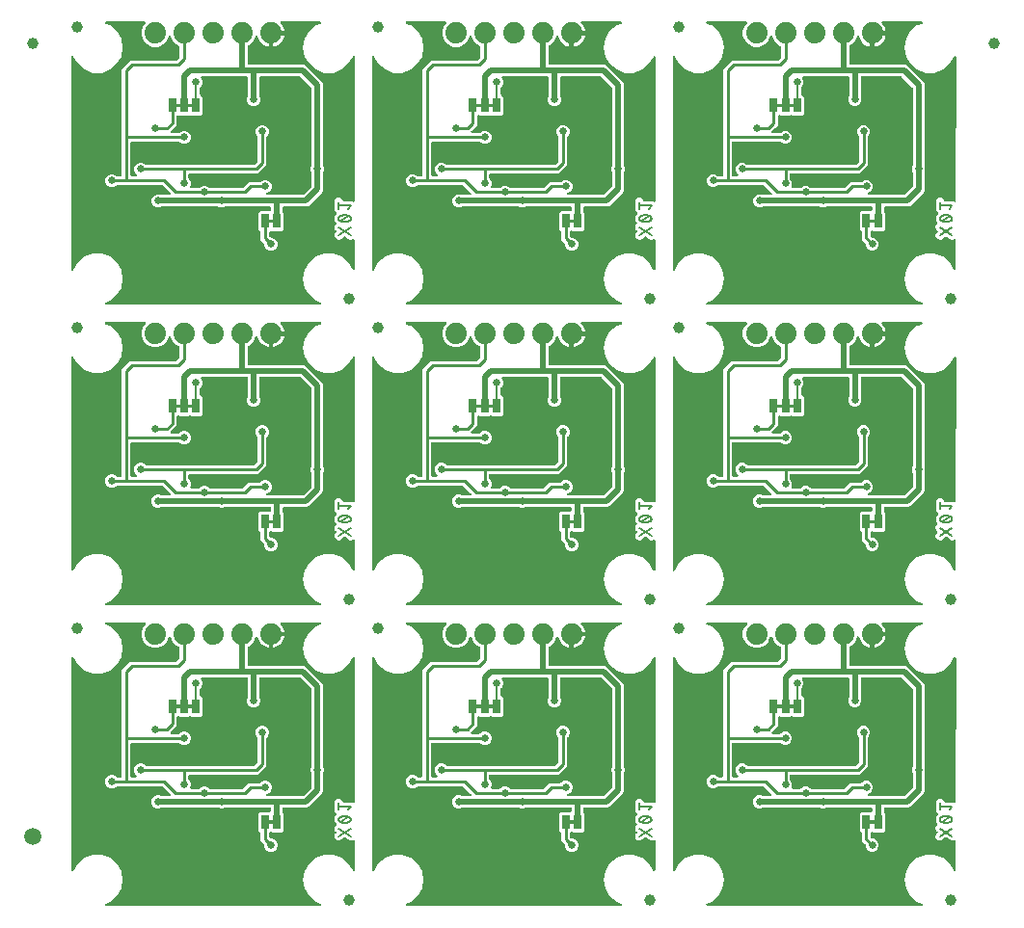
<source format=gbl>
G04 EAGLE Gerber RS-274X export*
G75*
%MOMM*%
%FSLAX34Y34*%
%LPD*%
%INBottom Copper*%
%IPPOS*%
%AMOC8*
5,1,8,0,0,1.08239X$1,22.5*%
G01*
%ADD10C,0.203200*%
%ADD11C,1.879600*%
%ADD12R,0.660400X1.270000*%
%ADD13C,1.000000*%
%ADD14C,1.500000*%
%ADD15C,0.660400*%
%ADD16C,0.508000*%
%ADD17C,0.254000*%

G36*
X221142Y2556D02*
X221142Y2556D01*
X221250Y2564D01*
X221282Y2576D01*
X221317Y2581D01*
X221415Y2625D01*
X221516Y2662D01*
X221544Y2683D01*
X221576Y2697D01*
X221658Y2767D01*
X221745Y2830D01*
X221767Y2858D01*
X221793Y2880D01*
X221853Y2970D01*
X221919Y3056D01*
X221931Y3088D01*
X221951Y3117D01*
X221983Y3220D01*
X222023Y3320D01*
X222026Y3355D01*
X222036Y3388D01*
X222039Y3496D01*
X222049Y3603D01*
X222043Y3638D01*
X222044Y3672D01*
X222017Y3777D01*
X221996Y3883D01*
X221981Y3914D01*
X221972Y3947D01*
X221917Y4040D01*
X221868Y4136D01*
X221845Y4162D01*
X221827Y4192D01*
X221748Y4266D01*
X221675Y4345D01*
X221648Y4360D01*
X221619Y4386D01*
X221429Y4484D01*
X221382Y4510D01*
X217380Y5967D01*
X211410Y10976D01*
X207514Y17725D01*
X206160Y25400D01*
X207514Y33075D01*
X211410Y39824D01*
X217380Y44833D01*
X224703Y47499D01*
X232497Y47499D01*
X239820Y44833D01*
X245790Y39824D01*
X249392Y33585D01*
X249403Y33570D01*
X249411Y33553D01*
X249491Y33458D01*
X249567Y33361D01*
X249582Y33350D01*
X249595Y33336D01*
X249697Y33267D01*
X249797Y33195D01*
X249815Y33188D01*
X249831Y33178D01*
X249949Y33141D01*
X250065Y33099D01*
X250084Y33098D01*
X250102Y33092D01*
X250226Y33088D01*
X250349Y33081D01*
X250367Y33085D01*
X250386Y33084D01*
X250506Y33115D01*
X250626Y33142D01*
X250643Y33151D01*
X250662Y33156D01*
X250768Y33219D01*
X250876Y33278D01*
X250890Y33291D01*
X250906Y33301D01*
X250990Y33391D01*
X251078Y33477D01*
X251088Y33494D01*
X251101Y33508D01*
X251157Y33618D01*
X251217Y33725D01*
X251222Y33744D01*
X251230Y33761D01*
X251243Y33833D01*
X251282Y34002D01*
X251280Y34053D01*
X251286Y34092D01*
X251306Y59399D01*
X251304Y59415D01*
X251306Y59431D01*
X251298Y59473D01*
X251299Y59511D01*
X251280Y59587D01*
X251266Y59680D01*
X251260Y59695D01*
X251257Y59711D01*
X251236Y59755D01*
X251228Y59786D01*
X251193Y59843D01*
X251150Y59940D01*
X251140Y59952D01*
X251133Y59967D01*
X251096Y60008D01*
X251082Y60031D01*
X251041Y60069D01*
X250967Y60157D01*
X250953Y60166D01*
X250942Y60178D01*
X250891Y60210D01*
X250875Y60225D01*
X250831Y60247D01*
X250730Y60315D01*
X250715Y60320D01*
X250701Y60328D01*
X250639Y60346D01*
X250622Y60354D01*
X250588Y60360D01*
X250580Y60363D01*
X250459Y60401D01*
X250443Y60401D01*
X250427Y60406D01*
X250357Y60403D01*
X250325Y60404D01*
X250291Y60410D01*
X250267Y60410D01*
X250242Y60406D01*
X250175Y60408D01*
X250129Y60396D01*
X250092Y60395D01*
X247157Y59808D01*
X243133Y62491D01*
X243132Y62491D01*
X243002Y62554D01*
X242877Y62614D01*
X242876Y62614D01*
X242732Y62638D01*
X242597Y62661D01*
X242596Y62661D01*
X242595Y62661D01*
X242447Y62644D01*
X242314Y62628D01*
X242313Y62628D01*
X242308Y62626D01*
X242052Y62519D01*
X242029Y62500D01*
X242007Y62491D01*
X237983Y59808D01*
X235094Y60386D01*
X233459Y62838D01*
X234037Y65727D01*
X234891Y66296D01*
X234978Y66373D01*
X235068Y66446D01*
X235083Y66467D01*
X235103Y66485D01*
X235165Y66583D01*
X235231Y66678D01*
X235240Y66703D01*
X235254Y66726D01*
X235286Y66837D01*
X235324Y66947D01*
X235326Y66973D01*
X235333Y66999D01*
X235333Y67115D01*
X235339Y67231D01*
X235333Y67257D01*
X235333Y67283D01*
X235301Y67395D01*
X235274Y67508D01*
X235261Y67531D01*
X235254Y67556D01*
X235192Y67655D01*
X235136Y67756D01*
X235118Y67772D01*
X235102Y67797D01*
X234895Y67981D01*
X234891Y67985D01*
X234037Y68555D01*
X233459Y71444D01*
X234999Y73753D01*
X235006Y73769D01*
X235017Y73782D01*
X235068Y73897D01*
X235122Y74010D01*
X235125Y74026D01*
X235132Y74042D01*
X235148Y74166D01*
X235169Y74290D01*
X235167Y74307D01*
X235170Y74324D01*
X235151Y74448D01*
X235137Y74572D01*
X235130Y74588D01*
X235128Y74605D01*
X235097Y74669D01*
X235027Y74835D01*
X234997Y74872D01*
X234980Y74907D01*
X233679Y76728D01*
X233679Y80413D01*
X235326Y82718D01*
X235380Y82822D01*
X235439Y82923D01*
X235445Y82947D01*
X235457Y82970D01*
X235480Y83085D01*
X235509Y83198D01*
X235508Y83224D01*
X235513Y83249D01*
X235503Y83366D01*
X235500Y83482D01*
X235492Y83507D01*
X235490Y83532D01*
X235448Y83642D01*
X235412Y83753D01*
X235399Y83772D01*
X235389Y83798D01*
X235218Y84025D01*
X235218Y84026D01*
X235217Y84026D01*
X233679Y85564D01*
X233679Y94437D01*
X235763Y96521D01*
X238709Y96521D01*
X240808Y94422D01*
X240821Y94375D01*
X240833Y94291D01*
X240856Y94238D01*
X240871Y94181D01*
X240914Y94109D01*
X240949Y94032D01*
X240987Y93987D01*
X241016Y93937D01*
X241078Y93879D01*
X241132Y93815D01*
X241181Y93782D01*
X241224Y93742D01*
X241299Y93704D01*
X241369Y93657D01*
X241425Y93639D01*
X241477Y93613D01*
X241545Y93601D01*
X241640Y93571D01*
X241740Y93569D01*
X241808Y93557D01*
X247651Y93557D01*
X247714Y93566D01*
X247763Y93564D01*
X249004Y93701D01*
X249023Y93692D01*
X249118Y93635D01*
X249149Y93627D01*
X249177Y93613D01*
X249254Y93600D01*
X249363Y93572D01*
X249600Y93334D01*
X249623Y93317D01*
X249642Y93295D01*
X249736Y93232D01*
X249827Y93164D01*
X249854Y93153D01*
X249878Y93137D01*
X249987Y93103D01*
X250093Y93062D01*
X250122Y93060D01*
X250149Y93051D01*
X250263Y93048D01*
X250376Y93039D01*
X250405Y93044D01*
X250434Y93044D01*
X250544Y93072D01*
X250655Y93095D01*
X250681Y93108D01*
X250709Y93115D01*
X250806Y93173D01*
X250907Y93226D01*
X250928Y93246D01*
X250953Y93260D01*
X251031Y93343D01*
X251113Y93421D01*
X251128Y93446D01*
X251148Y93467D01*
X251200Y93569D01*
X251257Y93667D01*
X251264Y93695D01*
X251278Y93720D01*
X251291Y93798D01*
X251327Y93942D01*
X251325Y94004D01*
X251333Y94052D01*
X251433Y220160D01*
X251430Y220180D01*
X251432Y220200D01*
X251410Y220320D01*
X251393Y220442D01*
X251385Y220460D01*
X251381Y220479D01*
X251327Y220589D01*
X251277Y220701D01*
X251264Y220716D01*
X251255Y220734D01*
X251173Y220825D01*
X251093Y220918D01*
X251077Y220929D01*
X251063Y220944D01*
X250958Y221008D01*
X250857Y221076D01*
X250838Y221082D01*
X250821Y221092D01*
X250702Y221125D01*
X250586Y221162D01*
X250566Y221163D01*
X250547Y221168D01*
X250424Y221166D01*
X250302Y221170D01*
X250283Y221164D01*
X250263Y221164D01*
X250145Y221129D01*
X250027Y221098D01*
X250010Y221088D01*
X249990Y221082D01*
X249888Y221015D01*
X249782Y220953D01*
X249769Y220938D01*
X249752Y220927D01*
X249705Y220870D01*
X249588Y220746D01*
X249564Y220700D01*
X249538Y220668D01*
X245790Y214176D01*
X239820Y209167D01*
X232497Y206501D01*
X224703Y206501D01*
X217380Y209167D01*
X211410Y214176D01*
X207514Y220925D01*
X206160Y228600D01*
X207514Y236275D01*
X211410Y243024D01*
X217380Y248033D01*
X221382Y249490D01*
X221478Y249541D01*
X221576Y249585D01*
X221603Y249607D01*
X221633Y249624D01*
X221711Y249699D01*
X221793Y249769D01*
X221812Y249797D01*
X221837Y249822D01*
X221891Y249915D01*
X221951Y250005D01*
X221961Y250038D01*
X221978Y250068D01*
X222004Y250173D01*
X222037Y250276D01*
X222037Y250311D01*
X222046Y250345D01*
X222041Y250452D01*
X222044Y250560D01*
X222035Y250594D01*
X222034Y250629D01*
X221999Y250731D01*
X221972Y250835D01*
X221954Y250865D01*
X221943Y250898D01*
X221882Y250987D01*
X221827Y251080D01*
X221801Y251104D01*
X221782Y251132D01*
X221698Y251200D01*
X221619Y251274D01*
X221588Y251290D01*
X221562Y251312D01*
X221462Y251355D01*
X221366Y251404D01*
X221336Y251409D01*
X221300Y251424D01*
X221088Y251450D01*
X221035Y251459D01*
X186976Y251459D01*
X186947Y251455D01*
X186917Y251458D01*
X186806Y251435D01*
X186694Y251419D01*
X186667Y251407D01*
X186639Y251402D01*
X186538Y251349D01*
X186435Y251303D01*
X186412Y251284D01*
X186386Y251271D01*
X186304Y251193D01*
X186218Y251120D01*
X186201Y251095D01*
X186180Y251075D01*
X186123Y250977D01*
X186060Y250883D01*
X186051Y250855D01*
X186036Y250830D01*
X186009Y250720D01*
X185974Y250612D01*
X185974Y250582D01*
X185966Y250554D01*
X185970Y250441D01*
X185967Y250328D01*
X185974Y250299D01*
X185975Y250270D01*
X186010Y250162D01*
X186039Y250053D01*
X186054Y250027D01*
X186063Y249999D01*
X186109Y249935D01*
X186184Y249808D01*
X186230Y249765D01*
X186258Y249726D01*
X186906Y249078D01*
X188011Y247557D01*
X188864Y245883D01*
X189445Y244096D01*
X189566Y243331D01*
X178816Y243331D01*
X178758Y243323D01*
X178700Y243325D01*
X178618Y243303D01*
X178535Y243291D01*
X178481Y243267D01*
X178425Y243253D01*
X178352Y243210D01*
X178275Y243175D01*
X178231Y243137D01*
X178180Y243107D01*
X178123Y243046D01*
X178058Y242991D01*
X178026Y242943D01*
X177986Y242900D01*
X177947Y242825D01*
X177901Y242755D01*
X177883Y242699D01*
X177856Y242647D01*
X177845Y242579D01*
X177815Y242484D01*
X177812Y242384D01*
X177801Y242316D01*
X177801Y241299D01*
X176784Y241299D01*
X176726Y241291D01*
X176668Y241292D01*
X176586Y241271D01*
X176503Y241259D01*
X176449Y241235D01*
X176393Y241221D01*
X176320Y241178D01*
X176243Y241143D01*
X176198Y241105D01*
X176148Y241075D01*
X176090Y241014D01*
X176026Y240959D01*
X175994Y240911D01*
X175954Y240868D01*
X175915Y240793D01*
X175869Y240723D01*
X175851Y240667D01*
X175824Y240615D01*
X175813Y240547D01*
X175783Y240452D01*
X175780Y240352D01*
X175769Y240284D01*
X175769Y229534D01*
X175004Y229655D01*
X173217Y230236D01*
X171543Y231089D01*
X170022Y232194D01*
X168694Y233522D01*
X167589Y235043D01*
X166736Y236717D01*
X166131Y238580D01*
X166116Y238611D01*
X166108Y238644D01*
X166090Y238675D01*
X166079Y238709D01*
X166038Y238770D01*
X166006Y238836D01*
X165983Y238860D01*
X165966Y238891D01*
X165941Y238915D01*
X165921Y238945D01*
X165863Y238993D01*
X165815Y239047D01*
X165787Y239064D01*
X165762Y239088D01*
X165730Y239105D01*
X165703Y239128D01*
X165634Y239158D01*
X165573Y239196D01*
X165542Y239205D01*
X165511Y239222D01*
X165476Y239229D01*
X165443Y239243D01*
X165368Y239254D01*
X165299Y239273D01*
X165267Y239273D01*
X165232Y239280D01*
X165197Y239277D01*
X165162Y239282D01*
X165087Y239271D01*
X165015Y239271D01*
X164984Y239261D01*
X164949Y239259D01*
X164916Y239247D01*
X164880Y239241D01*
X164811Y239210D01*
X164743Y239190D01*
X164715Y239172D01*
X164682Y239160D01*
X164654Y239139D01*
X164621Y239124D01*
X164564Y239075D01*
X164503Y239037D01*
X164482Y239012D01*
X164454Y238991D01*
X164432Y238963D01*
X164405Y238940D01*
X164371Y238886D01*
X164316Y238823D01*
X164302Y238793D01*
X164281Y238766D01*
X164255Y238700D01*
X164227Y238655D01*
X162521Y234537D01*
X159163Y231179D01*
X158107Y230742D01*
X158106Y230741D01*
X158105Y230740D01*
X157986Y230670D01*
X157863Y230597D01*
X157862Y230596D01*
X157860Y230595D01*
X157763Y230491D01*
X157667Y230390D01*
X157667Y230389D01*
X157666Y230388D01*
X157600Y230260D01*
X157537Y230138D01*
X157537Y230136D01*
X157536Y230135D01*
X157534Y230120D01*
X157482Y229859D01*
X157485Y229828D01*
X157481Y229804D01*
X157481Y214376D01*
X157489Y214318D01*
X157487Y214260D01*
X157509Y214178D01*
X157521Y214094D01*
X157544Y214041D01*
X157559Y213985D01*
X157602Y213912D01*
X157637Y213835D01*
X157675Y213790D01*
X157704Y213740D01*
X157766Y213682D01*
X157820Y213618D01*
X157869Y213586D01*
X157912Y213546D01*
X157987Y213507D01*
X158057Y213460D01*
X158113Y213443D01*
X158165Y213416D01*
X158233Y213405D01*
X158328Y213375D01*
X158428Y213372D01*
X158496Y213361D01*
X206751Y213361D01*
X208618Y212587D01*
X222747Y198458D01*
X223521Y196591D01*
X223521Y125124D01*
X223525Y125093D01*
X223523Y125062D01*
X223540Y124986D01*
X223561Y124842D01*
X223587Y124783D01*
X223598Y124735D01*
X224283Y123082D01*
X224283Y120758D01*
X223598Y119105D01*
X223590Y119075D01*
X223576Y119047D01*
X223563Y118970D01*
X223527Y118829D01*
X223529Y118765D01*
X223521Y118716D01*
X223521Y103129D01*
X222747Y101262D01*
X211158Y89673D01*
X209291Y88899D01*
X189103Y88899D01*
X189045Y88891D01*
X188987Y88893D01*
X188905Y88871D01*
X188821Y88859D01*
X188768Y88836D01*
X188712Y88821D01*
X188639Y88778D01*
X188562Y88743D01*
X188517Y88705D01*
X188467Y88676D01*
X188409Y88614D01*
X188345Y88560D01*
X188313Y88511D01*
X188273Y88468D01*
X188234Y88393D01*
X188187Y88323D01*
X188170Y88267D01*
X188143Y88215D01*
X188132Y88147D01*
X188102Y88052D01*
X188099Y87952D01*
X188088Y87884D01*
X188088Y84785D01*
X188100Y84698D01*
X188103Y84611D01*
X188120Y84558D01*
X188128Y84503D01*
X188163Y84424D01*
X188172Y84396D01*
X188175Y84385D01*
X188177Y84382D01*
X188190Y84340D01*
X188218Y84301D01*
X188244Y84244D01*
X188294Y84185D01*
X188320Y84140D01*
X188358Y84105D01*
X188385Y84067D01*
X188850Y83602D01*
X188850Y68798D01*
X187361Y67309D01*
X178653Y67309D01*
X178518Y67444D01*
X178471Y67479D01*
X178431Y67522D01*
X178358Y67564D01*
X178291Y67615D01*
X178236Y67636D01*
X178186Y67665D01*
X178104Y67686D01*
X178025Y67716D01*
X177967Y67721D01*
X177910Y67735D01*
X177826Y67733D01*
X177742Y67740D01*
X177684Y67728D01*
X177626Y67726D01*
X177546Y67700D01*
X177463Y67684D01*
X177411Y67657D01*
X177355Y67639D01*
X177299Y67599D01*
X177211Y67553D01*
X177138Y67484D01*
X177082Y67444D01*
X176701Y67063D01*
X176649Y66993D01*
X176589Y66929D01*
X176563Y66880D01*
X176530Y66836D01*
X176499Y66754D01*
X176459Y66676D01*
X176451Y66629D01*
X176429Y66570D01*
X176417Y66422D01*
X176404Y66345D01*
X176404Y63086D01*
X176416Y62999D01*
X176419Y62912D01*
X176436Y62859D01*
X176444Y62804D01*
X176479Y62725D01*
X176506Y62641D01*
X176534Y62602D01*
X176560Y62545D01*
X176656Y62432D01*
X176701Y62368D01*
X177049Y62020D01*
X177119Y61968D01*
X177183Y61908D01*
X177232Y61882D01*
X177276Y61849D01*
X177358Y61818D01*
X177436Y61778D01*
X177483Y61770D01*
X177542Y61748D01*
X177690Y61736D01*
X177767Y61723D01*
X178962Y61723D01*
X181110Y60833D01*
X182753Y59190D01*
X183643Y57042D01*
X183643Y54718D01*
X182753Y52570D01*
X181110Y50927D01*
X178962Y50037D01*
X176638Y50037D01*
X174490Y50927D01*
X172847Y52570D01*
X171957Y54718D01*
X171957Y55913D01*
X171945Y56000D01*
X171942Y56087D01*
X171925Y56140D01*
X171917Y56195D01*
X171882Y56274D01*
X171855Y56358D01*
X171827Y56397D01*
X171801Y56454D01*
X171705Y56567D01*
X171660Y56631D01*
X168782Y59509D01*
X168782Y66345D01*
X168770Y66432D01*
X168767Y66519D01*
X168750Y66572D01*
X168742Y66627D01*
X168707Y66706D01*
X168680Y66790D01*
X168652Y66829D01*
X168626Y66886D01*
X168530Y66999D01*
X168485Y67063D01*
X166750Y68798D01*
X166750Y83602D01*
X168239Y85091D01*
X176911Y85091D01*
X176969Y85099D01*
X177027Y85097D01*
X177109Y85119D01*
X177193Y85131D01*
X177246Y85154D01*
X177302Y85169D01*
X177375Y85212D01*
X177452Y85247D01*
X177497Y85285D01*
X177547Y85314D01*
X177605Y85376D01*
X177669Y85430D01*
X177701Y85479D01*
X177741Y85522D01*
X177780Y85597D01*
X177827Y85667D01*
X177844Y85723D01*
X177871Y85775D01*
X177882Y85843D01*
X177912Y85938D01*
X177915Y86038D01*
X177926Y86106D01*
X177926Y87884D01*
X177919Y87932D01*
X177920Y87938D01*
X177918Y87944D01*
X177920Y88000D01*
X177898Y88082D01*
X177886Y88166D01*
X177863Y88219D01*
X177848Y88275D01*
X177805Y88348D01*
X177770Y88425D01*
X177732Y88470D01*
X177703Y88520D01*
X177641Y88578D01*
X177587Y88642D01*
X177538Y88674D01*
X177495Y88714D01*
X177420Y88753D01*
X177350Y88800D01*
X177294Y88817D01*
X177242Y88844D01*
X177174Y88855D01*
X177079Y88885D01*
X176979Y88888D01*
X176911Y88899D01*
X137824Y88899D01*
X137793Y88895D01*
X137762Y88897D01*
X137686Y88880D01*
X137542Y88859D01*
X137484Y88833D01*
X137435Y88822D01*
X135782Y88137D01*
X133458Y88137D01*
X131805Y88822D01*
X131775Y88830D01*
X131747Y88844D01*
X131670Y88857D01*
X131529Y88893D01*
X131465Y88891D01*
X131416Y88899D01*
X81944Y88899D01*
X81913Y88895D01*
X81882Y88897D01*
X81806Y88880D01*
X81662Y88859D01*
X81603Y88833D01*
X81555Y88822D01*
X79902Y88137D01*
X77578Y88137D01*
X75430Y89027D01*
X73787Y90670D01*
X72897Y92818D01*
X72897Y95142D01*
X73787Y97290D01*
X75430Y98933D01*
X77578Y99823D01*
X79902Y99823D01*
X81555Y99138D01*
X81585Y99130D01*
X81613Y99116D01*
X81690Y99103D01*
X81831Y99067D01*
X81895Y99069D01*
X81944Y99061D01*
X88679Y99061D01*
X88708Y99065D01*
X88737Y99062D01*
X88848Y99085D01*
X88961Y99101D01*
X88987Y99113D01*
X89016Y99118D01*
X89117Y99170D01*
X89220Y99217D01*
X89242Y99236D01*
X89268Y99249D01*
X89350Y99327D01*
X89437Y99400D01*
X89453Y99425D01*
X89475Y99445D01*
X89532Y99543D01*
X89595Y99637D01*
X89603Y99665D01*
X89618Y99690D01*
X89646Y99800D01*
X89680Y99908D01*
X89681Y99938D01*
X89688Y99966D01*
X89685Y100079D01*
X89688Y100192D01*
X89680Y100221D01*
X89679Y100250D01*
X89644Y100358D01*
X89616Y100467D01*
X89601Y100493D01*
X89592Y100521D01*
X89546Y100584D01*
X89471Y100712D01*
X89425Y100755D01*
X89397Y100794D01*
X82539Y107652D01*
X82469Y107704D01*
X82405Y107764D01*
X82356Y107790D01*
X82312Y107823D01*
X82230Y107854D01*
X82152Y107894D01*
X82105Y107902D01*
X82046Y107924D01*
X81898Y107936D01*
X81821Y107949D01*
X42973Y107949D01*
X42886Y107937D01*
X42799Y107934D01*
X42746Y107917D01*
X42691Y107909D01*
X42611Y107874D01*
X42528Y107847D01*
X42489Y107819D01*
X42432Y107793D01*
X42318Y107697D01*
X42255Y107652D01*
X41410Y106807D01*
X39262Y105917D01*
X36938Y105917D01*
X34790Y106807D01*
X33147Y108450D01*
X32257Y110598D01*
X32257Y112922D01*
X33147Y115070D01*
X34790Y116713D01*
X36938Y117603D01*
X39262Y117603D01*
X41410Y116713D01*
X42255Y115868D01*
X42325Y115816D01*
X42388Y115756D01*
X42438Y115730D01*
X42482Y115697D01*
X42564Y115666D01*
X42642Y115626D01*
X42689Y115618D01*
X42748Y115596D01*
X42895Y115584D01*
X42973Y115571D01*
X45974Y115571D01*
X46032Y115579D01*
X46090Y115577D01*
X46172Y115599D01*
X46256Y115611D01*
X46309Y115634D01*
X46365Y115649D01*
X46438Y115692D01*
X46515Y115727D01*
X46560Y115765D01*
X46610Y115794D01*
X46668Y115856D01*
X46732Y115910D01*
X46764Y115959D01*
X46804Y116002D01*
X46843Y116077D01*
X46890Y116147D01*
X46907Y116203D01*
X46934Y116255D01*
X46945Y116323D01*
X46975Y116418D01*
X46978Y116518D01*
X46989Y116586D01*
X46989Y209858D01*
X54302Y217171D01*
X94521Y217171D01*
X94608Y217183D01*
X94695Y217186D01*
X94748Y217203D01*
X94803Y217211D01*
X94882Y217246D01*
X94966Y217273D01*
X95005Y217301D01*
X95062Y217327D01*
X95175Y217423D01*
X95239Y217468D01*
X97492Y219721D01*
X97544Y219791D01*
X97604Y219855D01*
X97630Y219904D01*
X97663Y219948D01*
X97694Y220030D01*
X97734Y220108D01*
X97742Y220155D01*
X97764Y220214D01*
X97776Y220362D01*
X97789Y220439D01*
X97789Y229278D01*
X97789Y229279D01*
X97789Y229281D01*
X97770Y229417D01*
X97749Y229559D01*
X97749Y229561D01*
X97749Y229562D01*
X97692Y229688D01*
X97633Y229819D01*
X97632Y229820D01*
X97631Y229821D01*
X97540Y229928D01*
X97450Y230036D01*
X97448Y230036D01*
X97447Y230038D01*
X97434Y230046D01*
X97213Y230193D01*
X97184Y230202D01*
X97163Y230216D01*
X94837Y231179D01*
X91479Y234537D01*
X89838Y238499D01*
X89823Y238524D01*
X89814Y238552D01*
X89751Y238646D01*
X89693Y238743D01*
X89672Y238764D01*
X89656Y238788D01*
X89569Y238861D01*
X89487Y238939D01*
X89461Y238952D01*
X89438Y238971D01*
X89335Y239017D01*
X89234Y239069D01*
X89205Y239075D01*
X89178Y239086D01*
X89066Y239102D01*
X88955Y239124D01*
X88926Y239121D01*
X88897Y239125D01*
X88785Y239109D01*
X88672Y239099D01*
X88645Y239089D01*
X88616Y239085D01*
X88512Y239038D01*
X88407Y238997D01*
X88383Y238980D01*
X88356Y238968D01*
X88270Y238894D01*
X88180Y238826D01*
X88162Y238802D01*
X88140Y238783D01*
X88098Y238717D01*
X88010Y238598D01*
X87990Y238545D01*
X87972Y238518D01*
X87969Y238510D01*
X87962Y238499D01*
X86321Y234537D01*
X82963Y231179D01*
X78575Y229361D01*
X73825Y229361D01*
X69437Y231179D01*
X66079Y234537D01*
X64261Y238925D01*
X64261Y243675D01*
X66079Y248063D01*
X67742Y249726D01*
X67760Y249750D01*
X67782Y249769D01*
X67845Y249863D01*
X67913Y249953D01*
X67924Y249981D01*
X67940Y250005D01*
X67974Y250113D01*
X68014Y250219D01*
X68017Y250248D01*
X68026Y250276D01*
X68029Y250390D01*
X68038Y250502D01*
X68032Y250531D01*
X68033Y250560D01*
X68004Y250670D01*
X67982Y250781D01*
X67968Y250807D01*
X67961Y250835D01*
X67903Y250933D01*
X67851Y251033D01*
X67831Y251055D01*
X67816Y251080D01*
X67733Y251157D01*
X67655Y251239D01*
X67630Y251254D01*
X67609Y251274D01*
X67508Y251326D01*
X67410Y251383D01*
X67382Y251390D01*
X67355Y251404D01*
X67278Y251417D01*
X67134Y251453D01*
X67072Y251451D01*
X67024Y251459D01*
X32965Y251459D01*
X32858Y251444D01*
X32750Y251436D01*
X32718Y251424D01*
X32683Y251419D01*
X32585Y251375D01*
X32484Y251338D01*
X32456Y251317D01*
X32424Y251303D01*
X32342Y251234D01*
X32255Y251170D01*
X32233Y251142D01*
X32207Y251120D01*
X32147Y251030D01*
X32081Y250944D01*
X32069Y250912D01*
X32049Y250883D01*
X32017Y250780D01*
X31977Y250680D01*
X31974Y250645D01*
X31963Y250612D01*
X31961Y250504D01*
X31951Y250397D01*
X31957Y250362D01*
X31956Y250328D01*
X31983Y250223D01*
X32004Y250117D01*
X32019Y250086D01*
X32028Y250053D01*
X32083Y249960D01*
X32132Y249864D01*
X32155Y249838D01*
X32173Y249808D01*
X32252Y249734D01*
X32325Y249655D01*
X32352Y249640D01*
X32381Y249614D01*
X32571Y249516D01*
X32618Y249490D01*
X36620Y248033D01*
X42590Y243024D01*
X46486Y236275D01*
X47840Y228600D01*
X46486Y220925D01*
X42590Y214176D01*
X36620Y209167D01*
X29297Y206501D01*
X21503Y206501D01*
X14180Y209167D01*
X8210Y214176D01*
X4435Y220715D01*
X4423Y220730D01*
X4415Y220748D01*
X4336Y220842D01*
X4260Y220939D01*
X4244Y220950D01*
X4231Y220965D01*
X4129Y221033D01*
X4030Y221105D01*
X4011Y221112D01*
X3995Y221123D01*
X3878Y221160D01*
X3762Y221201D01*
X3742Y221202D01*
X3724Y221208D01*
X3601Y221211D01*
X3478Y221219D01*
X3459Y221215D01*
X3440Y221216D01*
X3321Y221185D01*
X3201Y221158D01*
X3183Y221149D01*
X3165Y221144D01*
X3059Y221081D01*
X2951Y221022D01*
X2937Y221009D01*
X2920Y220999D01*
X2836Y220909D01*
X2749Y220823D01*
X2739Y220805D01*
X2726Y220791D01*
X2670Y220682D01*
X2610Y220575D01*
X2605Y220556D01*
X2596Y220538D01*
X2584Y220466D01*
X2545Y220298D01*
X2547Y220247D01*
X2541Y220207D01*
X2541Y33793D01*
X2543Y33774D01*
X2541Y33754D01*
X2563Y33633D01*
X2581Y33511D01*
X2589Y33494D01*
X2592Y33474D01*
X2647Y33364D01*
X2697Y33252D01*
X2709Y33237D01*
X2718Y33220D01*
X2801Y33129D01*
X2880Y33035D01*
X2897Y33024D01*
X2910Y33010D01*
X3015Y32945D01*
X3117Y32877D01*
X3136Y32872D01*
X3152Y32861D01*
X3271Y32829D01*
X3388Y32792D01*
X3408Y32791D01*
X3427Y32786D01*
X3549Y32788D01*
X3672Y32784D01*
X3691Y32789D01*
X3711Y32790D01*
X3829Y32825D01*
X3947Y32856D01*
X3964Y32866D01*
X3983Y32872D01*
X4086Y32939D01*
X4192Y33001D01*
X4205Y33016D01*
X4222Y33026D01*
X4268Y33083D01*
X4386Y33209D01*
X4410Y33254D01*
X4435Y33285D01*
X8210Y39824D01*
X14180Y44833D01*
X21503Y47499D01*
X29297Y47499D01*
X36620Y44833D01*
X42590Y39824D01*
X46486Y33075D01*
X47840Y25400D01*
X46486Y17725D01*
X42590Y10976D01*
X36620Y5967D01*
X32618Y4510D01*
X32522Y4459D01*
X32424Y4415D01*
X32397Y4393D01*
X32367Y4376D01*
X32289Y4301D01*
X32207Y4231D01*
X32188Y4203D01*
X32163Y4178D01*
X32109Y4085D01*
X32049Y3995D01*
X32039Y3962D01*
X32022Y3932D01*
X31996Y3827D01*
X31963Y3724D01*
X31963Y3689D01*
X31954Y3655D01*
X31959Y3548D01*
X31956Y3440D01*
X31965Y3406D01*
X31966Y3371D01*
X32001Y3269D01*
X32028Y3165D01*
X32046Y3135D01*
X32057Y3102D01*
X32118Y3013D01*
X32173Y2920D01*
X32199Y2896D01*
X32218Y2868D01*
X32302Y2800D01*
X32381Y2726D01*
X32412Y2710D01*
X32438Y2688D01*
X32538Y2645D01*
X32634Y2596D01*
X32664Y2591D01*
X32700Y2576D01*
X32912Y2550D01*
X32965Y2541D01*
X221035Y2541D01*
X221142Y2556D01*
G37*
G36*
X485150Y266563D02*
X485150Y266563D01*
X485257Y266571D01*
X485290Y266583D01*
X485324Y266588D01*
X485423Y266632D01*
X485524Y266670D01*
X485552Y266690D01*
X485584Y266704D01*
X485666Y266774D01*
X485753Y266838D01*
X485774Y266866D01*
X485801Y266888D01*
X485860Y266978D01*
X485926Y267063D01*
X485939Y267096D01*
X485958Y267125D01*
X485991Y267228D01*
X486030Y267328D01*
X486034Y267363D01*
X486044Y267396D01*
X486047Y267503D01*
X486057Y267611D01*
X486051Y267645D01*
X486051Y267680D01*
X486024Y267784D01*
X486004Y267890D01*
X485988Y267921D01*
X485980Y267955D01*
X485924Y268048D01*
X485876Y268144D01*
X485852Y268169D01*
X485834Y268199D01*
X485756Y268273D01*
X485682Y268352D01*
X485655Y268368D01*
X485627Y268394D01*
X485436Y268491D01*
X485390Y268518D01*
X481388Y269974D01*
X475418Y274984D01*
X471521Y281733D01*
X470168Y289408D01*
X471521Y297082D01*
X475418Y303831D01*
X481388Y308841D01*
X488711Y311506D01*
X496504Y311506D01*
X503827Y308841D01*
X509797Y303832D01*
X513399Y297593D01*
X513411Y297578D01*
X513419Y297560D01*
X513498Y297466D01*
X513574Y297369D01*
X513590Y297358D01*
X513602Y297343D01*
X513705Y297275D01*
X513805Y297202D01*
X513823Y297196D01*
X513839Y297185D01*
X513956Y297148D01*
X514072Y297106D01*
X514092Y297105D01*
X514110Y297099D01*
X514233Y297096D01*
X514356Y297088D01*
X514375Y297092D01*
X514394Y297092D01*
X514513Y297123D01*
X514634Y297149D01*
X514651Y297159D01*
X514669Y297163D01*
X514775Y297226D01*
X514883Y297285D01*
X514897Y297299D01*
X514914Y297308D01*
X514998Y297398D01*
X515086Y297485D01*
X515095Y297502D01*
X515108Y297516D01*
X515165Y297625D01*
X515225Y297733D01*
X515229Y297752D01*
X515238Y297769D01*
X515250Y297841D01*
X515290Y298010D01*
X515287Y298060D01*
X515294Y298100D01*
X515314Y323406D01*
X515311Y323423D01*
X515313Y323439D01*
X515306Y323480D01*
X515307Y323519D01*
X515287Y323594D01*
X515274Y323688D01*
X515267Y323703D01*
X515265Y323719D01*
X515243Y323763D01*
X515235Y323794D01*
X515201Y323851D01*
X515158Y323947D01*
X515147Y323960D01*
X515140Y323975D01*
X515103Y324016D01*
X515090Y324038D01*
X515048Y324077D01*
X514974Y324165D01*
X514961Y324174D01*
X514950Y324186D01*
X514898Y324218D01*
X514883Y324233D01*
X514839Y324255D01*
X514738Y324322D01*
X514722Y324327D01*
X514708Y324336D01*
X514646Y324354D01*
X514629Y324362D01*
X514596Y324368D01*
X514587Y324370D01*
X514467Y324408D01*
X514451Y324409D01*
X514435Y324413D01*
X514365Y324411D01*
X514332Y324412D01*
X514298Y324418D01*
X514274Y324418D01*
X514249Y324414D01*
X514183Y324416D01*
X514137Y324404D01*
X514099Y324403D01*
X511164Y323816D01*
X507141Y326498D01*
X507140Y326498D01*
X507140Y326499D01*
X507010Y326561D01*
X506884Y326621D01*
X506883Y326622D01*
X506740Y326646D01*
X506604Y326668D01*
X506603Y326668D01*
X506455Y326651D01*
X506322Y326636D01*
X506321Y326636D01*
X506315Y326633D01*
X506059Y326526D01*
X506036Y326508D01*
X506014Y326498D01*
X501991Y323816D01*
X499101Y324394D01*
X497467Y326845D01*
X498045Y329734D01*
X498899Y330304D01*
X498985Y330381D01*
X499075Y330453D01*
X499091Y330475D01*
X499111Y330493D01*
X499172Y330591D01*
X499239Y330686D01*
X499248Y330711D01*
X499262Y330733D01*
X499294Y330845D01*
X499332Y330954D01*
X499333Y330981D01*
X499341Y331007D01*
X499341Y331123D01*
X499347Y331238D01*
X499341Y331264D01*
X499341Y331291D01*
X499308Y331402D01*
X499282Y331515D01*
X499269Y331538D01*
X499262Y331564D01*
X499200Y331662D01*
X499143Y331763D01*
X499126Y331780D01*
X499110Y331805D01*
X498903Y331989D01*
X498899Y331993D01*
X498045Y332562D01*
X497467Y335451D01*
X499007Y337761D01*
X499014Y337776D01*
X499025Y337789D01*
X499075Y337904D01*
X499130Y338017D01*
X499132Y338034D01*
X499139Y338049D01*
X499156Y338174D01*
X499177Y338297D01*
X499175Y338314D01*
X499177Y338331D01*
X499159Y338455D01*
X499144Y338580D01*
X499138Y338596D01*
X499135Y338612D01*
X499104Y338676D01*
X499035Y338842D01*
X499005Y338880D01*
X498988Y338914D01*
X497687Y340736D01*
X497687Y344421D01*
X499333Y346726D01*
X499387Y346830D01*
X499446Y346930D01*
X499453Y346955D01*
X499464Y346978D01*
X499488Y347093D01*
X499516Y347206D01*
X499515Y347231D01*
X499521Y347257D01*
X499511Y347373D01*
X499507Y347490D01*
X499499Y347514D01*
X499497Y347540D01*
X499456Y347649D01*
X499420Y347760D01*
X499406Y347779D01*
X499396Y347806D01*
X499226Y348033D01*
X499225Y348033D01*
X499225Y348034D01*
X497687Y349572D01*
X497687Y358445D01*
X499770Y360528D01*
X502717Y360528D01*
X504816Y358429D01*
X504828Y358382D01*
X504840Y358299D01*
X504864Y358245D01*
X504879Y358189D01*
X504922Y358116D01*
X504956Y358039D01*
X504994Y357995D01*
X505024Y357944D01*
X505086Y357887D01*
X505140Y357822D01*
X505189Y357790D01*
X505231Y357750D01*
X505306Y357711D01*
X505377Y357665D01*
X505433Y357647D01*
X505485Y357620D01*
X505553Y357609D01*
X505648Y357579D01*
X505748Y357576D01*
X505816Y357565D01*
X511658Y357565D01*
X511722Y357574D01*
X511770Y357571D01*
X513011Y357709D01*
X513030Y357699D01*
X513126Y357643D01*
X513156Y357635D01*
X513184Y357620D01*
X513262Y357607D01*
X513370Y357579D01*
X513608Y357342D01*
X513631Y357325D01*
X513650Y357303D01*
X513744Y357240D01*
X513835Y357171D01*
X513862Y357161D01*
X513886Y357145D01*
X513994Y357110D01*
X514101Y357070D01*
X514129Y357068D01*
X514157Y357059D01*
X514271Y357056D01*
X514384Y357046D01*
X514412Y357052D01*
X514441Y357051D01*
X514551Y357080D01*
X514663Y357102D01*
X514688Y357116D01*
X514716Y357123D01*
X514814Y357181D01*
X514915Y357233D01*
X514936Y357253D01*
X514961Y357268D01*
X515039Y357351D01*
X515121Y357429D01*
X515136Y357454D01*
X515156Y357475D01*
X515207Y357576D01*
X515265Y357674D01*
X515272Y357702D01*
X515285Y357728D01*
X515298Y357805D01*
X515335Y357950D01*
X515333Y358012D01*
X515341Y358059D01*
X515440Y484168D01*
X515437Y484187D01*
X515439Y484207D01*
X515418Y484328D01*
X515401Y484449D01*
X515393Y484467D01*
X515389Y484487D01*
X515335Y484597D01*
X515285Y484709D01*
X515272Y484724D01*
X515263Y484742D01*
X515180Y484832D01*
X515101Y484926D01*
X515085Y484937D01*
X515071Y484952D01*
X514966Y485016D01*
X514865Y485084D01*
X514846Y485090D01*
X514829Y485100D01*
X514710Y485133D01*
X514594Y485170D01*
X514574Y485170D01*
X514554Y485175D01*
X514432Y485174D01*
X514309Y485177D01*
X514290Y485172D01*
X514270Y485172D01*
X514153Y485136D01*
X514034Y485106D01*
X514017Y485095D01*
X513998Y485090D01*
X513895Y485023D01*
X513790Y484960D01*
X513776Y484946D01*
X513759Y484935D01*
X513712Y484878D01*
X513595Y484753D01*
X513572Y484707D01*
X513546Y484676D01*
X509797Y478184D01*
X503827Y473174D01*
X496504Y470509D01*
X488711Y470509D01*
X481388Y473174D01*
X475418Y478184D01*
X471521Y484933D01*
X470168Y492608D01*
X471521Y500282D01*
X475418Y507031D01*
X481388Y512041D01*
X485390Y513498D01*
X485485Y513548D01*
X485584Y513592D01*
X485610Y513615D01*
X485641Y513631D01*
X485718Y513706D01*
X485801Y513776D01*
X485820Y513805D01*
X485845Y513829D01*
X485899Y513923D01*
X485958Y514013D01*
X485969Y514046D01*
X485986Y514076D01*
X486012Y514181D01*
X486044Y514284D01*
X486045Y514319D01*
X486053Y514352D01*
X486049Y514460D01*
X486051Y514568D01*
X486043Y514602D01*
X486041Y514636D01*
X486007Y514739D01*
X485980Y514843D01*
X485962Y514873D01*
X485951Y514906D01*
X485889Y514995D01*
X485834Y515087D01*
X485809Y515111D01*
X485789Y515140D01*
X485706Y515208D01*
X485627Y515282D01*
X485596Y515298D01*
X485569Y515320D01*
X485470Y515362D01*
X485374Y515411D01*
X485343Y515416D01*
X485308Y515432D01*
X485095Y515458D01*
X485043Y515467D01*
X450983Y515467D01*
X450954Y515463D01*
X450925Y515465D01*
X450814Y515443D01*
X450702Y515427D01*
X450675Y515415D01*
X450646Y515409D01*
X450546Y515357D01*
X450442Y515311D01*
X450420Y515292D01*
X450394Y515278D01*
X450312Y515200D01*
X450225Y515127D01*
X450209Y515103D01*
X450188Y515082D01*
X450131Y514985D01*
X450068Y514890D01*
X450059Y514863D01*
X450044Y514837D01*
X450016Y514727D01*
X449982Y514619D01*
X449981Y514590D01*
X449974Y514562D01*
X449978Y514449D01*
X449975Y514335D01*
X449982Y514307D01*
X449983Y514278D01*
X450018Y514170D01*
X450046Y514060D01*
X450061Y514035D01*
X450070Y514007D01*
X450116Y513943D01*
X450192Y513816D01*
X450237Y513773D01*
X450265Y513734D01*
X450914Y513085D01*
X452019Y511565D01*
X452872Y509891D01*
X453452Y508103D01*
X453573Y507339D01*
X442824Y507339D01*
X442766Y507331D01*
X442707Y507332D01*
X442626Y507311D01*
X442542Y507299D01*
X442489Y507275D01*
X442432Y507260D01*
X442360Y507217D01*
X442283Y507183D01*
X442238Y507145D01*
X442188Y507115D01*
X442130Y507054D01*
X442066Y506999D01*
X442033Y506950D01*
X441993Y506908D01*
X441955Y506833D01*
X441908Y506762D01*
X441891Y506707D01*
X441864Y506655D01*
X441853Y506587D01*
X441822Y506491D01*
X441820Y506392D01*
X441808Y506324D01*
X441808Y505307D01*
X440792Y505307D01*
X440734Y505299D01*
X440675Y505300D01*
X440594Y505279D01*
X440510Y505267D01*
X440457Y505243D01*
X440400Y505228D01*
X440328Y505185D01*
X440251Y505151D01*
X440206Y505113D01*
X440156Y505083D01*
X440098Y505021D01*
X440034Y504967D01*
X440001Y504918D01*
X439961Y504876D01*
X439923Y504801D01*
X439876Y504730D01*
X439858Y504675D01*
X439832Y504623D01*
X439820Y504554D01*
X439790Y504459D01*
X439788Y504360D01*
X439776Y504291D01*
X439776Y493542D01*
X439012Y493663D01*
X437225Y494244D01*
X435550Y495097D01*
X434030Y496201D01*
X432701Y497530D01*
X431597Y499050D01*
X430744Y500725D01*
X430138Y502588D01*
X430125Y502614D01*
X430119Y502643D01*
X430099Y502678D01*
X430087Y502716D01*
X430045Y502778D01*
X430013Y502843D01*
X429994Y502865D01*
X429979Y502891D01*
X429951Y502919D01*
X429928Y502952D01*
X429871Y503001D01*
X429823Y503054D01*
X429798Y503069D01*
X429777Y503090D01*
X429741Y503110D01*
X429711Y503135D01*
X429642Y503166D01*
X429581Y503204D01*
X429554Y503211D01*
X429527Y503226D01*
X429488Y503235D01*
X429451Y503251D01*
X429376Y503261D01*
X429307Y503280D01*
X429279Y503280D01*
X429249Y503287D01*
X429209Y503284D01*
X429169Y503290D01*
X429094Y503279D01*
X429023Y503278D01*
X428996Y503270D01*
X428965Y503268D01*
X428928Y503255D01*
X428888Y503249D01*
X428819Y503218D01*
X428750Y503197D01*
X428727Y503182D01*
X428698Y503172D01*
X428665Y503148D01*
X428629Y503132D01*
X428571Y503083D01*
X428511Y503044D01*
X428492Y503023D01*
X428468Y503005D01*
X428443Y502974D01*
X428413Y502948D01*
X428379Y502894D01*
X428323Y502830D01*
X428311Y502805D01*
X428293Y502781D01*
X428265Y502711D01*
X428235Y502663D01*
X426529Y498545D01*
X423170Y495186D01*
X422115Y494749D01*
X422114Y494749D01*
X422112Y494748D01*
X421996Y494679D01*
X421870Y494605D01*
X421869Y494604D01*
X421868Y494603D01*
X421771Y494500D01*
X421675Y494398D01*
X421674Y494397D01*
X421673Y494396D01*
X421608Y494267D01*
X421545Y494145D01*
X421545Y494144D01*
X421544Y494142D01*
X421541Y494128D01*
X421490Y493867D01*
X421492Y493836D01*
X421488Y493811D01*
X421488Y478384D01*
X421497Y478326D01*
X421495Y478267D01*
X421516Y478186D01*
X421528Y478102D01*
X421552Y478049D01*
X421567Y477992D01*
X421610Y477920D01*
X421644Y477843D01*
X421682Y477798D01*
X421712Y477748D01*
X421774Y477690D01*
X421828Y477626D01*
X421877Y477593D01*
X421919Y477553D01*
X421994Y477515D01*
X422065Y477468D01*
X422121Y477450D01*
X422173Y477424D01*
X422241Y477412D01*
X422336Y477382D01*
X422436Y477380D01*
X422504Y477368D01*
X470758Y477368D01*
X472626Y476595D01*
X486755Y462466D01*
X487528Y460598D01*
X487528Y389131D01*
X487533Y389101D01*
X487530Y389070D01*
X487548Y388993D01*
X487568Y388850D01*
X487594Y388791D01*
X487606Y388743D01*
X488290Y387090D01*
X488290Y384765D01*
X487606Y383112D01*
X487598Y383082D01*
X487584Y383055D01*
X487571Y382977D01*
X487535Y382837D01*
X487537Y382773D01*
X487528Y382724D01*
X487528Y367137D01*
X486755Y365270D01*
X485183Y363698D01*
X476738Y355252D01*
X475166Y353680D01*
X473298Y352907D01*
X453111Y352907D01*
X453053Y352899D01*
X452994Y352900D01*
X452913Y352879D01*
X452829Y352867D01*
X452776Y352843D01*
X452719Y352828D01*
X452647Y352785D01*
X452570Y352751D01*
X452525Y352713D01*
X452475Y352683D01*
X452417Y352622D01*
X452353Y352567D01*
X452320Y352518D01*
X452280Y352476D01*
X452242Y352401D01*
X452195Y352330D01*
X452177Y352275D01*
X452151Y352223D01*
X452139Y352155D01*
X452109Y352059D01*
X452107Y351960D01*
X452095Y351892D01*
X452095Y348793D01*
X452108Y348706D01*
X452110Y348619D01*
X452127Y348566D01*
X452135Y348511D01*
X452171Y348431D01*
X452180Y348404D01*
X452183Y348392D01*
X452184Y348389D01*
X452198Y348348D01*
X452226Y348309D01*
X452251Y348252D01*
X452301Y348193D01*
X452328Y348148D01*
X452366Y348112D01*
X452393Y348075D01*
X452857Y347610D01*
X452857Y332805D01*
X451369Y331317D01*
X442660Y331317D01*
X442525Y331452D01*
X442479Y331487D01*
X442438Y331529D01*
X442366Y331572D01*
X442298Y331622D01*
X442244Y331643D01*
X442193Y331673D01*
X442111Y331694D01*
X442033Y331724D01*
X441974Y331729D01*
X441918Y331743D01*
X441833Y331740D01*
X441749Y331747D01*
X441692Y331736D01*
X441633Y331734D01*
X441553Y331708D01*
X441471Y331691D01*
X441419Y331664D01*
X441363Y331646D01*
X441307Y331606D01*
X441218Y331560D01*
X441146Y331492D01*
X441090Y331452D01*
X440709Y331071D01*
X440656Y331001D01*
X440596Y330937D01*
X440571Y330888D01*
X440538Y330843D01*
X440507Y330762D01*
X440467Y330684D01*
X440459Y330636D01*
X440437Y330578D01*
X440424Y330430D01*
X440411Y330353D01*
X440411Y327094D01*
X440424Y327007D01*
X440426Y326920D01*
X440443Y326867D01*
X440451Y326812D01*
X440487Y326732D01*
X440514Y326649D01*
X440542Y326610D01*
X440567Y326553D01*
X440663Y326439D01*
X440709Y326376D01*
X441057Y326028D01*
X441126Y325975D01*
X441190Y325915D01*
X441240Y325890D01*
X441284Y325857D01*
X441366Y325826D01*
X441444Y325786D01*
X441491Y325778D01*
X441550Y325756D01*
X441697Y325743D01*
X441775Y325730D01*
X442970Y325730D01*
X445117Y324841D01*
X446761Y323197D01*
X447650Y321050D01*
X447650Y318725D01*
X446761Y316578D01*
X445117Y314934D01*
X442970Y314045D01*
X440645Y314045D01*
X438498Y314934D01*
X436854Y316578D01*
X435965Y318725D01*
X435965Y319921D01*
X435953Y320007D01*
X435950Y320095D01*
X435933Y320147D01*
X435925Y320202D01*
X435889Y320282D01*
X435862Y320365D01*
X435834Y320404D01*
X435809Y320462D01*
X435713Y320575D01*
X435667Y320638D01*
X432790Y323516D01*
X432790Y330353D01*
X432778Y330439D01*
X432775Y330527D01*
X432758Y330579D01*
X432750Y330634D01*
X432714Y330714D01*
X432687Y330797D01*
X432659Y330836D01*
X432634Y330894D01*
X432538Y331007D01*
X432492Y331071D01*
X430758Y332805D01*
X430758Y347610D01*
X432246Y349098D01*
X440919Y349098D01*
X440976Y349107D01*
X441035Y349105D01*
X441117Y349126D01*
X441200Y349138D01*
X441253Y349162D01*
X441310Y349177D01*
X441382Y349220D01*
X441460Y349254D01*
X441504Y349292D01*
X441554Y349322D01*
X441612Y349384D01*
X441677Y349438D01*
X441709Y349487D01*
X441749Y349529D01*
X441787Y349604D01*
X441834Y349675D01*
X441852Y349731D01*
X441878Y349783D01*
X441890Y349851D01*
X441920Y349946D01*
X441922Y350046D01*
X441934Y350114D01*
X441934Y351892D01*
X441927Y351940D01*
X441927Y351946D01*
X441926Y351951D01*
X441927Y352008D01*
X441906Y352090D01*
X441894Y352173D01*
X441870Y352226D01*
X441855Y352283D01*
X441812Y352355D01*
X441778Y352433D01*
X441740Y352477D01*
X441710Y352527D01*
X441649Y352585D01*
X441594Y352650D01*
X441545Y352682D01*
X441503Y352722D01*
X441428Y352760D01*
X441357Y352807D01*
X441302Y352825D01*
X441250Y352851D01*
X441182Y352863D01*
X441086Y352893D01*
X440987Y352895D01*
X440919Y352907D01*
X401831Y352907D01*
X401801Y352903D01*
X401770Y352905D01*
X401693Y352887D01*
X401550Y352867D01*
X401491Y352841D01*
X401443Y352830D01*
X399790Y352145D01*
X397465Y352145D01*
X395812Y352830D01*
X395782Y352837D01*
X395755Y352851D01*
X395677Y352864D01*
X395537Y352901D01*
X395473Y352899D01*
X395424Y352907D01*
X345951Y352907D01*
X345921Y352903D01*
X345890Y352905D01*
X345813Y352887D01*
X345670Y352867D01*
X345611Y352841D01*
X345563Y352830D01*
X343910Y352145D01*
X341585Y352145D01*
X339438Y353034D01*
X337794Y354678D01*
X336905Y356825D01*
X336905Y359150D01*
X337794Y361297D01*
X339438Y362941D01*
X341585Y363830D01*
X343910Y363830D01*
X345563Y363146D01*
X345593Y363138D01*
X345620Y363124D01*
X345698Y363111D01*
X345838Y363075D01*
X345902Y363077D01*
X345951Y363068D01*
X352687Y363068D01*
X352716Y363072D01*
X352745Y363070D01*
X352856Y363092D01*
X352968Y363108D01*
X352995Y363120D01*
X353024Y363126D01*
X353124Y363178D01*
X353228Y363224D01*
X353250Y363243D01*
X353276Y363257D01*
X353358Y363335D01*
X353445Y363408D01*
X353461Y363433D01*
X353482Y363453D01*
X353539Y363550D01*
X353602Y363645D01*
X353611Y363673D01*
X353626Y363698D01*
X353654Y363807D01*
X353688Y363916D01*
X353689Y363945D01*
X353696Y363973D01*
X353692Y364087D01*
X353695Y364200D01*
X353688Y364228D01*
X353687Y364258D01*
X353652Y364365D01*
X353623Y364475D01*
X353608Y364500D01*
X353599Y364528D01*
X353554Y364592D01*
X353478Y364719D01*
X353433Y364762D01*
X353405Y364801D01*
X346546Y371660D01*
X346477Y371712D01*
X346413Y371772D01*
X346363Y371797D01*
X346319Y371830D01*
X346238Y371862D01*
X346160Y371901D01*
X346112Y371909D01*
X346054Y371932D01*
X345906Y371944D01*
X345829Y371957D01*
X306980Y371957D01*
X306894Y371945D01*
X306806Y371942D01*
X306754Y371925D01*
X306699Y371917D01*
X306619Y371881D01*
X306536Y371854D01*
X306496Y371826D01*
X306439Y371801D01*
X306326Y371705D01*
X306262Y371659D01*
X305417Y370814D01*
X303270Y369925D01*
X300945Y369925D01*
X298798Y370814D01*
X297154Y372458D01*
X296265Y374605D01*
X296265Y376930D01*
X297154Y379077D01*
X298798Y380721D01*
X300945Y381610D01*
X303270Y381610D01*
X305417Y380721D01*
X306262Y379876D01*
X306332Y379823D01*
X306396Y379763D01*
X306445Y379738D01*
X306490Y379705D01*
X306571Y379674D01*
X306649Y379634D01*
X306697Y379626D01*
X306755Y379604D01*
X306903Y379591D01*
X306980Y379578D01*
X309982Y379578D01*
X310039Y379587D01*
X310098Y379585D01*
X310180Y379606D01*
X310263Y379618D01*
X310316Y379642D01*
X310373Y379657D01*
X310445Y379700D01*
X310523Y379734D01*
X310567Y379772D01*
X310617Y379802D01*
X310675Y379864D01*
X310740Y379918D01*
X310772Y379967D01*
X310812Y380009D01*
X310850Y380084D01*
X310897Y380155D01*
X310915Y380211D01*
X310941Y380263D01*
X310953Y380331D01*
X310983Y380426D01*
X310985Y380526D01*
X310997Y380594D01*
X310997Y473866D01*
X318309Y481178D01*
X358529Y481178D01*
X358615Y481191D01*
X358703Y481193D01*
X358755Y481210D01*
X358810Y481218D01*
X358890Y481254D01*
X358973Y481281D01*
X359012Y481309D01*
X359070Y481334D01*
X359183Y481430D01*
X359246Y481476D01*
X361499Y483729D01*
X361552Y483798D01*
X361612Y483862D01*
X361637Y483912D01*
X361670Y483956D01*
X361702Y484038D01*
X361741Y484116D01*
X361749Y484163D01*
X361772Y484222D01*
X361784Y484369D01*
X361797Y484447D01*
X361797Y493285D01*
X361797Y493287D01*
X361797Y493288D01*
X361777Y493424D01*
X361757Y493567D01*
X361756Y493568D01*
X361756Y493570D01*
X361699Y493696D01*
X361641Y493826D01*
X361640Y493827D01*
X361639Y493829D01*
X361548Y493936D01*
X361457Y494043D01*
X361456Y494044D01*
X361455Y494045D01*
X361442Y494053D01*
X361220Y494201D01*
X361191Y494210D01*
X361170Y494223D01*
X358845Y495186D01*
X355486Y498545D01*
X353846Y502506D01*
X353831Y502531D01*
X353822Y502559D01*
X353759Y502654D01*
X353701Y502751D01*
X353680Y502771D01*
X353663Y502796D01*
X353577Y502869D01*
X353494Y502946D01*
X353468Y502960D01*
X353446Y502979D01*
X353342Y503025D01*
X353242Y503076D01*
X353213Y503082D01*
X353186Y503094D01*
X353074Y503110D01*
X352963Y503131D01*
X352934Y503129D01*
X352904Y503133D01*
X352792Y503117D01*
X352680Y503107D01*
X352652Y503096D01*
X352623Y503092D01*
X352520Y503046D01*
X352414Y503005D01*
X352391Y502987D01*
X352364Y502975D01*
X352278Y502902D01*
X352188Y502833D01*
X352170Y502810D01*
X352148Y502791D01*
X352106Y502724D01*
X352017Y502606D01*
X351997Y502552D01*
X351979Y502525D01*
X351977Y502517D01*
X351970Y502506D01*
X350329Y498545D01*
X346970Y495186D01*
X342582Y493369D01*
X337833Y493369D01*
X333445Y495186D01*
X330086Y498545D01*
X328269Y502933D01*
X328269Y507682D01*
X330086Y512070D01*
X331750Y513734D01*
X331767Y513757D01*
X331790Y513776D01*
X331853Y513870D01*
X331921Y513961D01*
X331931Y513988D01*
X331947Y514013D01*
X331982Y514121D01*
X332022Y514227D01*
X332024Y514256D01*
X332033Y514284D01*
X332036Y514397D01*
X332045Y514510D01*
X332040Y514539D01*
X332040Y514568D01*
X332012Y514678D01*
X331990Y514789D01*
X331976Y514815D01*
X331969Y514843D01*
X331911Y514940D01*
X331859Y515041D01*
X331838Y515062D01*
X331823Y515087D01*
X331741Y515165D01*
X331663Y515247D01*
X331637Y515262D01*
X331616Y515282D01*
X331515Y515334D01*
X331418Y515391D01*
X331389Y515398D01*
X331363Y515411D01*
X331286Y515424D01*
X331142Y515461D01*
X331080Y515459D01*
X331032Y515467D01*
X296972Y515467D01*
X296866Y515452D01*
X296758Y515444D01*
X296725Y515432D01*
X296691Y515427D01*
X296593Y515383D01*
X296491Y515346D01*
X296463Y515325D01*
X296431Y515311D01*
X296349Y515241D01*
X296262Y515177D01*
X296241Y515150D01*
X296214Y515127D01*
X296155Y515037D01*
X296089Y514952D01*
X296076Y514919D01*
X296057Y514890D01*
X296024Y514788D01*
X295985Y514687D01*
X295982Y514653D01*
X295971Y514619D01*
X295968Y514512D01*
X295958Y514404D01*
X295965Y514370D01*
X295964Y514335D01*
X295991Y514231D01*
X296011Y514125D01*
X296027Y514094D01*
X296036Y514060D01*
X296091Y513967D01*
X296139Y513871D01*
X296163Y513846D01*
X296181Y513816D01*
X296260Y513742D01*
X296333Y513663D01*
X296360Y513648D01*
X296388Y513621D01*
X296579Y513524D01*
X296625Y513498D01*
X300627Y512041D01*
X306597Y507032D01*
X310494Y500282D01*
X311847Y492608D01*
X310494Y484933D01*
X306597Y478184D01*
X300627Y473174D01*
X293304Y470509D01*
X285511Y470509D01*
X278188Y473174D01*
X272218Y478184D01*
X268443Y484722D01*
X268431Y484738D01*
X268423Y484756D01*
X268343Y484849D01*
X268268Y484946D01*
X268252Y484958D01*
X268239Y484973D01*
X268137Y485041D01*
X268037Y485113D01*
X268019Y485119D01*
X268002Y485130D01*
X267885Y485167D01*
X267770Y485209D01*
X267750Y485210D01*
X267731Y485216D01*
X267609Y485219D01*
X267486Y485227D01*
X267467Y485223D01*
X267447Y485223D01*
X267329Y485192D01*
X267208Y485166D01*
X267191Y485156D01*
X267172Y485151D01*
X267067Y485089D01*
X266959Y485030D01*
X266945Y485016D01*
X266928Y485006D01*
X266844Y484917D01*
X266756Y484830D01*
X266747Y484813D01*
X266733Y484799D01*
X266677Y484689D01*
X266617Y484582D01*
X266613Y484563D01*
X266604Y484546D01*
X266592Y484473D01*
X266552Y484305D01*
X266555Y484254D01*
X266548Y484215D01*
X266548Y297801D01*
X266551Y297781D01*
X266549Y297762D01*
X266571Y297641D01*
X266588Y297519D01*
X266596Y297501D01*
X266600Y297482D01*
X266654Y297372D01*
X266704Y297260D01*
X266717Y297245D01*
X266726Y297227D01*
X266809Y297136D01*
X266888Y297043D01*
X266904Y297032D01*
X266918Y297017D01*
X267023Y296953D01*
X267125Y296885D01*
X267143Y296879D01*
X267160Y296869D01*
X267279Y296836D01*
X267396Y296799D01*
X267415Y296799D01*
X267434Y296794D01*
X267557Y296795D01*
X267680Y296792D01*
X267699Y296797D01*
X267718Y296797D01*
X267836Y296833D01*
X267955Y296864D01*
X267972Y296874D01*
X267991Y296879D01*
X268094Y296946D01*
X268199Y297009D01*
X268213Y297023D01*
X268229Y297034D01*
X268276Y297091D01*
X268394Y297216D01*
X268417Y297262D01*
X268443Y297293D01*
X272218Y303831D01*
X278188Y308841D01*
X285511Y311506D01*
X293304Y311506D01*
X300627Y308841D01*
X306597Y303832D01*
X310494Y297082D01*
X311847Y289408D01*
X310494Y281733D01*
X306597Y274984D01*
X300627Y269974D01*
X296625Y268518D01*
X296530Y268467D01*
X296431Y268423D01*
X296405Y268400D01*
X296374Y268384D01*
X296297Y268309D01*
X296214Y268239D01*
X296195Y268210D01*
X296170Y268186D01*
X296117Y268092D01*
X296057Y268002D01*
X296046Y267969D01*
X296029Y267939D01*
X296004Y267834D01*
X295971Y267731D01*
X295970Y267697D01*
X295962Y267663D01*
X295967Y267555D01*
X295964Y267447D01*
X295973Y267414D01*
X295974Y267379D01*
X296008Y267276D01*
X296036Y267172D01*
X296053Y267142D01*
X296064Y267109D01*
X296126Y267020D01*
X296181Y266928D01*
X296206Y266904D01*
X296226Y266875D01*
X296309Y266807D01*
X296388Y266733D01*
X296419Y266717D01*
X296446Y266695D01*
X296545Y266653D01*
X296641Y266604D01*
X296672Y266599D01*
X296707Y266584D01*
X296920Y266557D01*
X296972Y266548D01*
X485043Y266548D01*
X485150Y266563D01*
G37*
G36*
X749132Y266563D02*
X749132Y266563D01*
X749239Y266571D01*
X749272Y266583D01*
X749307Y266588D01*
X749405Y266632D01*
X749506Y266670D01*
X749534Y266690D01*
X749566Y266704D01*
X749648Y266774D01*
X749735Y266838D01*
X749756Y266866D01*
X749783Y266888D01*
X749843Y266978D01*
X749909Y267063D01*
X749921Y267096D01*
X749941Y267125D01*
X749973Y267228D01*
X750013Y267328D01*
X750016Y267363D01*
X750026Y267396D01*
X750029Y267503D01*
X750039Y267611D01*
X750033Y267645D01*
X750034Y267680D01*
X750006Y267784D01*
X749986Y267890D01*
X749971Y267921D01*
X749962Y267955D01*
X749907Y268048D01*
X749858Y268144D01*
X749834Y268169D01*
X749817Y268199D01*
X749738Y268273D01*
X749664Y268352D01*
X749637Y268368D01*
X749609Y268394D01*
X749418Y268491D01*
X749372Y268518D01*
X745370Y269974D01*
X739400Y274984D01*
X735503Y281733D01*
X734150Y289408D01*
X735503Y297082D01*
X739400Y303831D01*
X745370Y308841D01*
X752693Y311506D01*
X760486Y311506D01*
X767810Y308841D01*
X773780Y303832D01*
X777381Y297593D01*
X777393Y297578D01*
X777401Y297560D01*
X777481Y297466D01*
X777557Y297369D01*
X777572Y297358D01*
X777585Y297343D01*
X777687Y297275D01*
X777787Y297202D01*
X777805Y297196D01*
X777821Y297185D01*
X777938Y297148D01*
X778055Y297106D01*
X778074Y297105D01*
X778092Y297099D01*
X778215Y297096D01*
X778338Y297088D01*
X778357Y297092D01*
X778376Y297092D01*
X778495Y297123D01*
X778616Y297149D01*
X778633Y297159D01*
X778651Y297163D01*
X778757Y297226D01*
X778866Y297285D01*
X778879Y297299D01*
X778896Y297308D01*
X778980Y297398D01*
X779068Y297485D01*
X779077Y297502D01*
X779091Y297516D01*
X779147Y297625D01*
X779207Y297733D01*
X779211Y297752D01*
X779220Y297769D01*
X779232Y297841D01*
X779272Y298010D01*
X779269Y298060D01*
X779276Y298100D01*
X779296Y323406D01*
X779294Y323423D01*
X779295Y323439D01*
X779288Y323480D01*
X779289Y323519D01*
X779269Y323594D01*
X779256Y323688D01*
X779250Y323703D01*
X779247Y323719D01*
X779225Y323763D01*
X779217Y323794D01*
X779183Y323851D01*
X779140Y323947D01*
X779130Y323960D01*
X779122Y323975D01*
X779085Y324016D01*
X779072Y324038D01*
X779031Y324077D01*
X778957Y324165D01*
X778943Y324174D01*
X778932Y324186D01*
X778881Y324218D01*
X778865Y324233D01*
X778821Y324255D01*
X778720Y324322D01*
X778705Y324327D01*
X778691Y324336D01*
X778628Y324354D01*
X778612Y324362D01*
X778578Y324368D01*
X778569Y324370D01*
X778449Y324408D01*
X778433Y324409D01*
X778417Y324413D01*
X778347Y324411D01*
X778315Y324412D01*
X778281Y324418D01*
X778256Y324418D01*
X778232Y324414D01*
X778165Y324416D01*
X778119Y324404D01*
X778081Y324403D01*
X775147Y323816D01*
X771123Y326498D01*
X771122Y326498D01*
X771122Y326499D01*
X770992Y326561D01*
X770867Y326621D01*
X770866Y326621D01*
X770866Y326622D01*
X770722Y326646D01*
X770586Y326668D01*
X770585Y326668D01*
X770437Y326651D01*
X770304Y326636D01*
X770303Y326636D01*
X770298Y326633D01*
X770042Y326526D01*
X770019Y326508D01*
X769997Y326498D01*
X765973Y323816D01*
X763084Y324394D01*
X761449Y326845D01*
X762027Y329734D01*
X762881Y330304D01*
X762967Y330381D01*
X763058Y330453D01*
X763073Y330475D01*
X763093Y330493D01*
X763155Y330591D01*
X763221Y330686D01*
X763230Y330711D01*
X763244Y330733D01*
X763276Y330845D01*
X763314Y330954D01*
X763316Y330981D01*
X763323Y331007D01*
X763323Y331123D01*
X763329Y331238D01*
X763323Y331264D01*
X763323Y331291D01*
X763291Y331402D01*
X763264Y331515D01*
X763251Y331538D01*
X763244Y331564D01*
X763182Y331662D01*
X763125Y331763D01*
X763108Y331780D01*
X763092Y331805D01*
X762885Y331989D01*
X762881Y331993D01*
X762027Y332562D01*
X761449Y335451D01*
X762989Y337761D01*
X762996Y337776D01*
X763007Y337789D01*
X763058Y337904D01*
X763112Y338017D01*
X763115Y338034D01*
X763122Y338050D01*
X763138Y338174D01*
X763159Y338297D01*
X763157Y338314D01*
X763159Y338331D01*
X763141Y338455D01*
X763127Y338580D01*
X763120Y338596D01*
X763118Y338612D01*
X763086Y338676D01*
X763017Y338842D01*
X762987Y338880D01*
X762970Y338914D01*
X761669Y340736D01*
X761669Y344421D01*
X763315Y346726D01*
X763369Y346829D01*
X763428Y346930D01*
X763435Y346955D01*
X763447Y346978D01*
X763470Y347093D01*
X763498Y347206D01*
X763498Y347231D01*
X763503Y347257D01*
X763493Y347373D01*
X763489Y347490D01*
X763482Y347514D01*
X763479Y347540D01*
X763438Y347649D01*
X763402Y347760D01*
X763389Y347779D01*
X763378Y347806D01*
X763208Y348033D01*
X763207Y348033D01*
X763207Y348034D01*
X761669Y349572D01*
X761669Y358445D01*
X763753Y360528D01*
X766699Y360528D01*
X768798Y358429D01*
X768811Y358382D01*
X768822Y358299D01*
X768846Y358245D01*
X768861Y358189D01*
X768904Y358116D01*
X768939Y358039D01*
X768976Y357995D01*
X769006Y357944D01*
X769068Y357887D01*
X769122Y357822D01*
X769171Y357790D01*
X769214Y357750D01*
X769289Y357711D01*
X769359Y357665D01*
X769415Y357647D01*
X769467Y357620D01*
X769535Y357609D01*
X769630Y357579D01*
X769730Y357576D01*
X769798Y357565D01*
X775641Y357565D01*
X775704Y357574D01*
X775753Y357571D01*
X776993Y357709D01*
X777012Y357699D01*
X777108Y357643D01*
X777139Y357635D01*
X777167Y357620D01*
X777244Y357607D01*
X777353Y357579D01*
X777590Y357342D01*
X777613Y357325D01*
X777632Y357303D01*
X777726Y357240D01*
X777817Y357171D01*
X777844Y357161D01*
X777868Y357145D01*
X777976Y357110D01*
X778083Y357070D01*
X778112Y357068D01*
X778139Y357059D01*
X778253Y357056D01*
X778366Y357046D01*
X778395Y357052D01*
X778423Y357051D01*
X778533Y357080D01*
X778645Y357102D01*
X778671Y357116D01*
X778699Y357123D01*
X778796Y357181D01*
X778897Y357233D01*
X778918Y357253D01*
X778943Y357268D01*
X779021Y357351D01*
X779103Y357429D01*
X779118Y357454D01*
X779138Y357475D01*
X779190Y357576D01*
X779247Y357674D01*
X779254Y357702D01*
X779267Y357728D01*
X779280Y357805D01*
X779317Y357950D01*
X779315Y358012D01*
X779323Y358059D01*
X779422Y484168D01*
X779420Y484187D01*
X779422Y484207D01*
X779400Y484328D01*
X779383Y484449D01*
X779375Y484467D01*
X779371Y484487D01*
X779317Y484597D01*
X779267Y484709D01*
X779254Y484724D01*
X779245Y484742D01*
X779162Y484832D01*
X779083Y484926D01*
X779067Y484937D01*
X779053Y484952D01*
X778948Y485016D01*
X778847Y485084D01*
X778828Y485090D01*
X778811Y485100D01*
X778692Y485133D01*
X778576Y485170D01*
X778556Y485170D01*
X778537Y485175D01*
X778414Y485174D01*
X778292Y485177D01*
X778272Y485172D01*
X778252Y485172D01*
X778135Y485136D01*
X778017Y485106D01*
X777999Y485095D01*
X777980Y485090D01*
X777877Y485023D01*
X777772Y484960D01*
X777758Y484946D01*
X777742Y484935D01*
X777695Y484878D01*
X777577Y484753D01*
X777554Y484707D01*
X777528Y484676D01*
X773780Y478184D01*
X767810Y473174D01*
X760486Y470509D01*
X752693Y470509D01*
X745370Y473174D01*
X739400Y478184D01*
X735503Y484933D01*
X734150Y492608D01*
X735503Y500282D01*
X739400Y507031D01*
X745370Y512041D01*
X749372Y513498D01*
X749467Y513548D01*
X749566Y513592D01*
X749592Y513615D01*
X749623Y513631D01*
X749701Y513706D01*
X749783Y513776D01*
X749802Y513805D01*
X749827Y513829D01*
X749881Y513923D01*
X749941Y514013D01*
X749951Y514046D01*
X749968Y514076D01*
X749994Y514181D01*
X750026Y514284D01*
X750027Y514319D01*
X750035Y514352D01*
X750031Y514460D01*
X750034Y514568D01*
X750025Y514602D01*
X750023Y514636D01*
X749989Y514739D01*
X749962Y514843D01*
X749944Y514873D01*
X749933Y514906D01*
X749872Y514995D01*
X749817Y515087D01*
X749791Y515111D01*
X749771Y515140D01*
X749688Y515208D01*
X749609Y515282D01*
X749578Y515298D01*
X749551Y515320D01*
X749452Y515362D01*
X749356Y515411D01*
X749325Y515416D01*
X749290Y515432D01*
X749078Y515458D01*
X749025Y515467D01*
X714965Y515467D01*
X714936Y515463D01*
X714907Y515465D01*
X714796Y515443D01*
X714684Y515427D01*
X714657Y515415D01*
X714628Y515409D01*
X714528Y515357D01*
X714425Y515311D01*
X714402Y515292D01*
X714376Y515278D01*
X714294Y515200D01*
X714208Y515127D01*
X714191Y515103D01*
X714170Y515082D01*
X714113Y514985D01*
X714050Y514890D01*
X714041Y514863D01*
X714026Y514837D01*
X713998Y514727D01*
X713964Y514619D01*
X713963Y514590D01*
X713956Y514562D01*
X713960Y514449D01*
X713957Y514335D01*
X713964Y514307D01*
X713965Y514278D01*
X714000Y514170D01*
X714029Y514060D01*
X714044Y514035D01*
X714053Y514007D01*
X714098Y513943D01*
X714174Y513816D01*
X714220Y513773D01*
X714248Y513734D01*
X714896Y513085D01*
X716001Y511565D01*
X716854Y509891D01*
X717435Y508103D01*
X717556Y507339D01*
X706806Y507339D01*
X706748Y507331D01*
X706690Y507332D01*
X706608Y507311D01*
X706524Y507299D01*
X706471Y507275D01*
X706415Y507260D01*
X706342Y507217D01*
X706265Y507183D01*
X706220Y507145D01*
X706170Y507115D01*
X706112Y507054D01*
X706048Y506999D01*
X706016Y506950D01*
X705976Y506908D01*
X705937Y506833D01*
X705890Y506762D01*
X705873Y506707D01*
X705846Y506655D01*
X705835Y506587D01*
X705805Y506491D01*
X705802Y506392D01*
X705791Y506324D01*
X705791Y505307D01*
X704774Y505307D01*
X704716Y505299D01*
X704657Y505300D01*
X704576Y505279D01*
X704492Y505267D01*
X704439Y505243D01*
X704382Y505228D01*
X704310Y505185D01*
X704233Y505151D01*
X704188Y505113D01*
X704138Y505083D01*
X704080Y505021D01*
X704016Y504967D01*
X703984Y504918D01*
X703943Y504876D01*
X703905Y504801D01*
X703858Y504730D01*
X703841Y504675D01*
X703814Y504623D01*
X703803Y504554D01*
X703773Y504459D01*
X703770Y504360D01*
X703759Y504291D01*
X703759Y493542D01*
X702994Y493663D01*
X701207Y494244D01*
X699533Y495097D01*
X698012Y496201D01*
X696684Y497530D01*
X695579Y499050D01*
X694726Y500725D01*
X694120Y502588D01*
X694108Y502614D01*
X694101Y502643D01*
X694081Y502678D01*
X694069Y502716D01*
X694027Y502778D01*
X693996Y502843D01*
X693976Y502865D01*
X693961Y502891D01*
X693933Y502919D01*
X693911Y502952D01*
X693853Y503001D01*
X693805Y503054D01*
X693781Y503069D01*
X693759Y503090D01*
X693724Y503110D01*
X693693Y503135D01*
X693624Y503166D01*
X693563Y503204D01*
X693536Y503211D01*
X693509Y503226D01*
X693470Y503235D01*
X693433Y503251D01*
X693358Y503261D01*
X693289Y503280D01*
X693261Y503280D01*
X693231Y503287D01*
X693191Y503284D01*
X693152Y503290D01*
X693076Y503279D01*
X693005Y503278D01*
X692978Y503270D01*
X692948Y503268D01*
X692910Y503255D01*
X692870Y503249D01*
X692801Y503218D01*
X692732Y503197D01*
X692709Y503182D01*
X692680Y503172D01*
X692648Y503148D01*
X692611Y503132D01*
X692553Y503083D01*
X692493Y503044D01*
X692475Y503023D01*
X692450Y503005D01*
X692425Y502974D01*
X692395Y502948D01*
X692361Y502894D01*
X692306Y502830D01*
X692294Y502805D01*
X692275Y502781D01*
X692247Y502711D01*
X692217Y502663D01*
X690511Y498545D01*
X687153Y495186D01*
X686097Y494749D01*
X686096Y494749D01*
X686094Y494748D01*
X685978Y494679D01*
X685852Y494605D01*
X685851Y494604D01*
X685850Y494603D01*
X685753Y494500D01*
X685657Y494398D01*
X685657Y494397D01*
X685655Y494396D01*
X685590Y494267D01*
X685527Y494145D01*
X685527Y494144D01*
X685526Y494142D01*
X685524Y494128D01*
X685472Y493867D01*
X685475Y493836D01*
X685471Y493811D01*
X685471Y478384D01*
X685479Y478326D01*
X685477Y478267D01*
X685499Y478186D01*
X685510Y478102D01*
X685534Y478049D01*
X685549Y477992D01*
X685592Y477920D01*
X685627Y477843D01*
X685664Y477798D01*
X685694Y477748D01*
X685756Y477690D01*
X685810Y477626D01*
X685859Y477593D01*
X685902Y477553D01*
X685977Y477515D01*
X686047Y477468D01*
X686103Y477450D01*
X686155Y477424D01*
X686223Y477412D01*
X686318Y477382D01*
X686418Y477380D01*
X686486Y477368D01*
X734740Y477368D01*
X736608Y476595D01*
X750737Y462466D01*
X751511Y460598D01*
X751511Y389131D01*
X751515Y389101D01*
X751512Y389070D01*
X751530Y388993D01*
X751550Y388850D01*
X751577Y388791D01*
X751588Y388743D01*
X752273Y387090D01*
X752273Y384765D01*
X751588Y383112D01*
X751580Y383082D01*
X751566Y383055D01*
X751553Y382977D01*
X751517Y382837D01*
X751519Y382773D01*
X751511Y382724D01*
X751511Y367137D01*
X750737Y365270D01*
X739148Y353680D01*
X737280Y352907D01*
X717093Y352907D01*
X717035Y352899D01*
X716976Y352900D01*
X716895Y352879D01*
X716811Y352867D01*
X716758Y352843D01*
X716701Y352828D01*
X716629Y352785D01*
X716552Y352751D01*
X716507Y352713D01*
X716457Y352683D01*
X716399Y352622D01*
X716335Y352567D01*
X716302Y352518D01*
X716262Y352476D01*
X716224Y352401D01*
X716177Y352330D01*
X716160Y352275D01*
X716133Y352223D01*
X716122Y352155D01*
X716092Y352059D01*
X716089Y351960D01*
X716078Y351892D01*
X716078Y348793D01*
X716090Y348706D01*
X716093Y348619D01*
X716110Y348566D01*
X716117Y348511D01*
X716153Y348431D01*
X716162Y348404D01*
X716165Y348392D01*
X716167Y348389D01*
X716180Y348348D01*
X716208Y348309D01*
X716234Y348252D01*
X716284Y348193D01*
X716310Y348148D01*
X716348Y348112D01*
X716375Y348075D01*
X716840Y347610D01*
X716840Y332805D01*
X715351Y331317D01*
X706642Y331317D01*
X706508Y331452D01*
X706461Y331487D01*
X706421Y331529D01*
X706348Y331572D01*
X706280Y331622D01*
X706226Y331643D01*
X706175Y331673D01*
X706094Y331694D01*
X706015Y331724D01*
X705957Y331729D01*
X705900Y331743D01*
X705815Y331740D01*
X705732Y331747D01*
X705674Y331736D01*
X705616Y331734D01*
X705535Y331708D01*
X705453Y331691D01*
X705401Y331664D01*
X705345Y331646D01*
X705289Y331606D01*
X705200Y331560D01*
X705128Y331492D01*
X705072Y331452D01*
X704691Y331071D01*
X704638Y331001D01*
X704578Y330937D01*
X704553Y330888D01*
X704520Y330843D01*
X704489Y330762D01*
X704449Y330684D01*
X704441Y330636D01*
X704419Y330578D01*
X704407Y330430D01*
X704394Y330353D01*
X704394Y327094D01*
X704406Y327007D01*
X704409Y326920D01*
X704426Y326867D01*
X704433Y326812D01*
X704469Y326732D01*
X704496Y326649D01*
X704524Y326610D01*
X704550Y326553D01*
X704646Y326439D01*
X704691Y326376D01*
X705039Y326028D01*
X705109Y325975D01*
X705173Y325915D01*
X705222Y325890D01*
X705266Y325857D01*
X705348Y325826D01*
X705426Y325786D01*
X705473Y325778D01*
X705532Y325756D01*
X705679Y325743D01*
X705757Y325730D01*
X706952Y325730D01*
X709100Y324841D01*
X710743Y323197D01*
X711633Y321050D01*
X711633Y318725D01*
X710743Y316578D01*
X709100Y314934D01*
X706952Y314045D01*
X704628Y314045D01*
X702480Y314934D01*
X700837Y316578D01*
X699947Y318725D01*
X699947Y319921D01*
X699935Y320007D01*
X699932Y320095D01*
X699915Y320147D01*
X699907Y320202D01*
X699871Y320282D01*
X699845Y320365D01*
X699817Y320404D01*
X699791Y320462D01*
X699695Y320575D01*
X699650Y320638D01*
X696772Y323516D01*
X696772Y330353D01*
X696760Y330439D01*
X696757Y330527D01*
X696740Y330579D01*
X696732Y330634D01*
X696696Y330714D01*
X696670Y330797D01*
X696642Y330836D01*
X696616Y330894D01*
X696520Y331007D01*
X696475Y331071D01*
X694740Y332805D01*
X694740Y347610D01*
X696228Y349098D01*
X704901Y349098D01*
X704959Y349107D01*
X705017Y349105D01*
X705099Y349126D01*
X705182Y349138D01*
X705236Y349162D01*
X705292Y349177D01*
X705365Y349220D01*
X705442Y349254D01*
X705486Y349292D01*
X705537Y349322D01*
X705594Y349384D01*
X705659Y349438D01*
X705691Y349487D01*
X705731Y349529D01*
X705770Y349604D01*
X705816Y349675D01*
X705834Y349731D01*
X705861Y349783D01*
X705872Y349851D01*
X705902Y349946D01*
X705905Y350046D01*
X705916Y350114D01*
X705916Y351892D01*
X705909Y351940D01*
X705909Y351946D01*
X705908Y351951D01*
X705909Y352008D01*
X705888Y352090D01*
X705876Y352173D01*
X705852Y352226D01*
X705838Y352283D01*
X705795Y352355D01*
X705760Y352433D01*
X705722Y352477D01*
X705692Y352527D01*
X705631Y352585D01*
X705576Y352650D01*
X705528Y352682D01*
X705485Y352722D01*
X705410Y352760D01*
X705340Y352807D01*
X705284Y352825D01*
X705232Y352851D01*
X705164Y352863D01*
X705069Y352893D01*
X704969Y352895D01*
X704901Y352907D01*
X665814Y352907D01*
X665783Y352903D01*
X665752Y352905D01*
X665675Y352887D01*
X665532Y352867D01*
X665473Y352841D01*
X665425Y352830D01*
X663772Y352145D01*
X661448Y352145D01*
X659795Y352830D01*
X659765Y352837D01*
X659737Y352851D01*
X659660Y352864D01*
X659519Y352901D01*
X659455Y352899D01*
X659406Y352907D01*
X609934Y352907D01*
X609903Y352903D01*
X609872Y352905D01*
X609795Y352887D01*
X609652Y352867D01*
X609593Y352841D01*
X609545Y352830D01*
X607892Y352145D01*
X605568Y352145D01*
X603420Y353034D01*
X601777Y354678D01*
X600887Y356825D01*
X600887Y359150D01*
X601777Y361297D01*
X603420Y362941D01*
X605568Y363830D01*
X607892Y363830D01*
X609545Y363146D01*
X609575Y363138D01*
X609603Y363124D01*
X609680Y363111D01*
X609820Y363075D01*
X609885Y363077D01*
X609934Y363068D01*
X616669Y363068D01*
X616698Y363072D01*
X616727Y363070D01*
X616838Y363092D01*
X616950Y363108D01*
X616977Y363120D01*
X617006Y363126D01*
X617106Y363178D01*
X617210Y363224D01*
X617232Y363243D01*
X617258Y363257D01*
X617340Y363335D01*
X617427Y363408D01*
X617443Y363433D01*
X617464Y363453D01*
X617522Y363550D01*
X617584Y363645D01*
X617593Y363673D01*
X617608Y363698D01*
X617636Y363807D01*
X617670Y363916D01*
X617671Y363945D01*
X617678Y363973D01*
X617675Y364087D01*
X617677Y364200D01*
X617670Y364228D01*
X617669Y364258D01*
X617634Y364365D01*
X617606Y364475D01*
X617591Y364500D01*
X617582Y364528D01*
X617536Y364592D01*
X617460Y364719D01*
X617415Y364762D01*
X617387Y364801D01*
X610529Y371660D01*
X610459Y371712D01*
X610395Y371772D01*
X610346Y371797D01*
X610302Y371830D01*
X610220Y371862D01*
X610142Y371901D01*
X610094Y371909D01*
X610036Y371932D01*
X609888Y371944D01*
X609811Y371957D01*
X570962Y371957D01*
X570876Y371945D01*
X570788Y371942D01*
X570736Y371925D01*
X570681Y371917D01*
X570601Y371881D01*
X570518Y371854D01*
X570479Y371826D01*
X570422Y371801D01*
X570308Y371705D01*
X570245Y371659D01*
X569399Y370814D01*
X567252Y369925D01*
X564928Y369925D01*
X562780Y370814D01*
X561137Y372458D01*
X560247Y374605D01*
X560247Y376930D01*
X561137Y379077D01*
X562780Y380721D01*
X564928Y381610D01*
X567252Y381610D01*
X569399Y380721D01*
X570245Y379876D01*
X570314Y379823D01*
X570378Y379763D01*
X570428Y379738D01*
X570472Y379705D01*
X570554Y379674D01*
X570631Y379634D01*
X570679Y379626D01*
X570737Y379604D01*
X570885Y379591D01*
X570962Y379578D01*
X573964Y379578D01*
X574022Y379587D01*
X574080Y379585D01*
X574162Y379606D01*
X574245Y379618D01*
X574299Y379642D01*
X574355Y379657D01*
X574428Y379700D01*
X574505Y379734D01*
X574549Y379772D01*
X574600Y379802D01*
X574657Y379864D01*
X574722Y379918D01*
X574754Y379967D01*
X574794Y380009D01*
X574833Y380084D01*
X574879Y380155D01*
X574897Y380211D01*
X574924Y380263D01*
X574935Y380331D01*
X574965Y380426D01*
X574968Y380526D01*
X574979Y380594D01*
X574979Y473866D01*
X582291Y481178D01*
X622511Y481178D01*
X622597Y481191D01*
X622685Y481193D01*
X622738Y481210D01*
X622792Y481218D01*
X622872Y481254D01*
X622955Y481281D01*
X622995Y481309D01*
X623052Y481334D01*
X623165Y481430D01*
X623229Y481476D01*
X625482Y483729D01*
X625534Y483798D01*
X625594Y483862D01*
X625619Y483912D01*
X625653Y483956D01*
X625684Y484038D01*
X625724Y484116D01*
X625732Y484163D01*
X625754Y484222D01*
X625766Y484369D01*
X625779Y484447D01*
X625779Y493285D01*
X625779Y493287D01*
X625779Y493288D01*
X625759Y493424D01*
X625739Y493567D01*
X625739Y493568D01*
X625738Y493570D01*
X625681Y493696D01*
X625623Y493826D01*
X625622Y493827D01*
X625621Y493829D01*
X625530Y493936D01*
X625439Y494043D01*
X625438Y494044D01*
X625437Y494045D01*
X625424Y494053D01*
X625203Y494201D01*
X625173Y494210D01*
X625152Y494223D01*
X622827Y495186D01*
X619469Y498545D01*
X617828Y502506D01*
X617813Y502531D01*
X617804Y502559D01*
X617741Y502654D01*
X617683Y502751D01*
X617662Y502771D01*
X617646Y502796D01*
X617559Y502869D01*
X617477Y502946D01*
X617451Y502960D01*
X617428Y502979D01*
X617324Y503025D01*
X617224Y503076D01*
X617195Y503082D01*
X617168Y503094D01*
X617056Y503110D01*
X616945Y503131D01*
X616916Y503129D01*
X616887Y503133D01*
X616774Y503117D01*
X616662Y503107D01*
X616634Y503096D01*
X616605Y503092D01*
X616502Y503046D01*
X616396Y503005D01*
X616373Y502987D01*
X616346Y502975D01*
X616260Y502902D01*
X616170Y502833D01*
X616152Y502810D01*
X616130Y502791D01*
X616088Y502724D01*
X616000Y502606D01*
X615979Y502552D01*
X615961Y502525D01*
X615959Y502517D01*
X615952Y502506D01*
X614311Y498545D01*
X610953Y495186D01*
X606565Y493369D01*
X601815Y493369D01*
X597427Y495186D01*
X594069Y498545D01*
X592251Y502933D01*
X592251Y507682D01*
X594069Y512070D01*
X595732Y513734D01*
X595750Y513757D01*
X595772Y513776D01*
X595835Y513870D01*
X595903Y513961D01*
X595913Y513988D01*
X595930Y514013D01*
X595964Y514121D01*
X596004Y514227D01*
X596007Y514256D01*
X596015Y514284D01*
X596018Y514397D01*
X596028Y514510D01*
X596022Y514539D01*
X596023Y514568D01*
X595994Y514678D01*
X595972Y514789D01*
X595958Y514815D01*
X595951Y514843D01*
X595893Y514940D01*
X595841Y515041D01*
X595821Y515062D01*
X595806Y515087D01*
X595723Y515165D01*
X595645Y515247D01*
X595620Y515262D01*
X595598Y515282D01*
X595497Y515334D01*
X595400Y515391D01*
X595371Y515398D01*
X595345Y515411D01*
X595268Y515424D01*
X595124Y515461D01*
X595062Y515459D01*
X595014Y515467D01*
X560955Y515467D01*
X560848Y515452D01*
X560740Y515444D01*
X560708Y515432D01*
X560673Y515427D01*
X560575Y515383D01*
X560473Y515346D01*
X560445Y515325D01*
X560414Y515311D01*
X560331Y515241D01*
X560244Y515177D01*
X560223Y515150D01*
X560197Y515127D01*
X560137Y515037D01*
X560071Y514952D01*
X560058Y514919D01*
X560039Y514890D01*
X560007Y514788D01*
X559967Y514687D01*
X559964Y514653D01*
X559953Y514619D01*
X559951Y514512D01*
X559940Y514404D01*
X559947Y514370D01*
X559946Y514335D01*
X559973Y514231D01*
X559993Y514125D01*
X560009Y514094D01*
X560018Y514060D01*
X560073Y513967D01*
X560122Y513871D01*
X560145Y513846D01*
X560163Y513816D01*
X560242Y513742D01*
X560315Y513663D01*
X560342Y513648D01*
X560370Y513621D01*
X560561Y513524D01*
X560607Y513498D01*
X564610Y512041D01*
X570580Y507032D01*
X574476Y500282D01*
X575829Y492608D01*
X574476Y484933D01*
X570580Y478184D01*
X564610Y473174D01*
X557286Y470509D01*
X549493Y470509D01*
X542170Y473174D01*
X536200Y478184D01*
X532425Y484722D01*
X532413Y484738D01*
X532405Y484756D01*
X532326Y484849D01*
X532250Y484946D01*
X532234Y484958D01*
X532221Y484973D01*
X532119Y485041D01*
X532019Y485113D01*
X532001Y485119D01*
X531985Y485130D01*
X531868Y485167D01*
X531752Y485209D01*
X531732Y485210D01*
X531714Y485216D01*
X531591Y485219D01*
X531468Y485227D01*
X531449Y485223D01*
X531429Y485223D01*
X531311Y485192D01*
X531191Y485166D01*
X531173Y485156D01*
X531154Y485151D01*
X531049Y485089D01*
X530941Y485030D01*
X530927Y485016D01*
X530910Y485006D01*
X530826Y484917D01*
X530738Y484830D01*
X530729Y484813D01*
X530715Y484799D01*
X530660Y484689D01*
X530599Y484582D01*
X530595Y484563D01*
X530586Y484546D01*
X530574Y484473D01*
X530535Y484305D01*
X530537Y484254D01*
X530531Y484215D01*
X530531Y297801D01*
X530533Y297781D01*
X530531Y297762D01*
X530553Y297641D01*
X530570Y297519D01*
X530578Y297501D01*
X530582Y297482D01*
X530636Y297372D01*
X530687Y297260D01*
X530699Y297245D01*
X530708Y297227D01*
X530791Y297136D01*
X530870Y297043D01*
X530887Y297032D01*
X530900Y297017D01*
X531005Y296953D01*
X531107Y296885D01*
X531126Y296879D01*
X531142Y296869D01*
X531261Y296836D01*
X531378Y296799D01*
X531398Y296799D01*
X531416Y296794D01*
X531539Y296795D01*
X531662Y296792D01*
X531681Y296797D01*
X531701Y296797D01*
X531819Y296833D01*
X531937Y296864D01*
X531954Y296874D01*
X531973Y296879D01*
X532076Y296946D01*
X532182Y297009D01*
X532195Y297023D01*
X532211Y297034D01*
X532258Y297091D01*
X532376Y297216D01*
X532399Y297262D01*
X532425Y297293D01*
X536200Y303831D01*
X542170Y308841D01*
X549493Y311506D01*
X557286Y311506D01*
X564610Y308841D01*
X570580Y303832D01*
X574476Y297082D01*
X575829Y289408D01*
X574476Y281733D01*
X570580Y274984D01*
X564610Y269974D01*
X560607Y268518D01*
X560512Y268467D01*
X560414Y268423D01*
X560387Y268400D01*
X560356Y268384D01*
X560279Y268309D01*
X560197Y268239D01*
X560177Y268210D01*
X560152Y268186D01*
X560099Y268092D01*
X560039Y268002D01*
X560029Y267969D01*
X560011Y267939D01*
X559986Y267834D01*
X559953Y267731D01*
X559952Y267697D01*
X559944Y267663D01*
X559949Y267555D01*
X559946Y267447D01*
X559955Y267414D01*
X559956Y267379D01*
X559991Y267276D01*
X560018Y267172D01*
X560036Y267142D01*
X560047Y267109D01*
X560108Y267020D01*
X560163Y266928D01*
X560188Y266904D01*
X560208Y266875D01*
X560292Y266807D01*
X560370Y266733D01*
X560401Y266717D01*
X560428Y266695D01*
X560527Y266653D01*
X560624Y266604D01*
X560654Y266599D01*
X560690Y266584D01*
X560902Y266557D01*
X560955Y266548D01*
X749025Y266548D01*
X749132Y266563D01*
G37*
G36*
X485150Y2556D02*
X485150Y2556D01*
X485257Y2564D01*
X485290Y2576D01*
X485324Y2581D01*
X485423Y2625D01*
X485524Y2662D01*
X485552Y2683D01*
X485584Y2697D01*
X485666Y2766D01*
X485753Y2830D01*
X485774Y2858D01*
X485801Y2880D01*
X485860Y2970D01*
X485926Y3056D01*
X485939Y3088D01*
X485958Y3117D01*
X485991Y3220D01*
X486030Y3320D01*
X486034Y3355D01*
X486044Y3388D01*
X486047Y3496D01*
X486057Y3603D01*
X486051Y3638D01*
X486051Y3672D01*
X486024Y3777D01*
X486004Y3883D01*
X485988Y3914D01*
X485980Y3947D01*
X485924Y4040D01*
X485876Y4136D01*
X485852Y4162D01*
X485834Y4192D01*
X485756Y4266D01*
X485682Y4345D01*
X485655Y4360D01*
X485627Y4386D01*
X485436Y4484D01*
X485390Y4510D01*
X481388Y5967D01*
X475418Y10976D01*
X471521Y17725D01*
X470168Y25400D01*
X471521Y33075D01*
X475418Y39824D01*
X481388Y44833D01*
X488711Y47499D01*
X496504Y47499D01*
X503827Y44833D01*
X509797Y39824D01*
X513399Y33585D01*
X513411Y33570D01*
X513419Y33553D01*
X513498Y33459D01*
X513574Y33361D01*
X513590Y33350D01*
X513602Y33336D01*
X513705Y33267D01*
X513805Y33195D01*
X513823Y33188D01*
X513839Y33178D01*
X513956Y33141D01*
X514072Y33099D01*
X514092Y33098D01*
X514110Y33092D01*
X514233Y33089D01*
X514356Y33081D01*
X514375Y33085D01*
X514394Y33084D01*
X514513Y33115D01*
X514634Y33142D01*
X514651Y33151D01*
X514669Y33156D01*
X514775Y33219D01*
X514883Y33278D01*
X514897Y33291D01*
X514914Y33301D01*
X514998Y33391D01*
X515086Y33477D01*
X515095Y33494D01*
X515108Y33508D01*
X515165Y33618D01*
X515225Y33725D01*
X515229Y33744D01*
X515238Y33761D01*
X515250Y33834D01*
X515290Y34002D01*
X515287Y34053D01*
X515294Y34092D01*
X515314Y59399D01*
X515311Y59415D01*
X515313Y59431D01*
X515306Y59473D01*
X515307Y59511D01*
X515287Y59587D01*
X515274Y59680D01*
X515267Y59695D01*
X515265Y59711D01*
X515243Y59755D01*
X515235Y59786D01*
X515201Y59843D01*
X515158Y59940D01*
X515147Y59952D01*
X515140Y59967D01*
X515103Y60008D01*
X515090Y60031D01*
X515048Y60069D01*
X514974Y60157D01*
X514961Y60166D01*
X514950Y60178D01*
X514898Y60210D01*
X514883Y60225D01*
X514839Y60247D01*
X514738Y60315D01*
X514722Y60320D01*
X514708Y60328D01*
X514646Y60346D01*
X514629Y60354D01*
X514596Y60360D01*
X514587Y60363D01*
X514467Y60401D01*
X514451Y60401D01*
X514435Y60406D01*
X514365Y60403D01*
X514332Y60404D01*
X514298Y60410D01*
X514274Y60410D01*
X514249Y60406D01*
X514183Y60408D01*
X514137Y60396D01*
X514099Y60395D01*
X511164Y59808D01*
X507141Y62491D01*
X507140Y62491D01*
X507010Y62554D01*
X506884Y62614D01*
X506883Y62614D01*
X506740Y62638D01*
X506604Y62661D01*
X506603Y62661D01*
X506455Y62644D01*
X506322Y62628D01*
X506321Y62628D01*
X506315Y62626D01*
X506059Y62519D01*
X506036Y62500D01*
X506014Y62491D01*
X501991Y59808D01*
X499101Y60386D01*
X497467Y62838D01*
X498045Y65727D01*
X498899Y66296D01*
X498985Y66373D01*
X499075Y66446D01*
X499091Y66467D01*
X499111Y66485D01*
X499172Y66583D01*
X499239Y66678D01*
X499248Y66703D01*
X499262Y66726D01*
X499294Y66837D01*
X499332Y66947D01*
X499333Y66973D01*
X499341Y66999D01*
X499341Y67115D01*
X499347Y67231D01*
X499341Y67257D01*
X499341Y67283D01*
X499308Y67395D01*
X499282Y67508D01*
X499269Y67531D01*
X499262Y67556D01*
X499200Y67655D01*
X499143Y67756D01*
X499126Y67772D01*
X499110Y67797D01*
X498903Y67981D01*
X498899Y67985D01*
X498045Y68555D01*
X497467Y71444D01*
X499007Y73753D01*
X499014Y73769D01*
X499025Y73782D01*
X499076Y73897D01*
X499130Y74010D01*
X499132Y74026D01*
X499139Y74042D01*
X499156Y74166D01*
X499177Y74290D01*
X499175Y74307D01*
X499177Y74324D01*
X499159Y74448D01*
X499144Y74572D01*
X499138Y74588D01*
X499135Y74605D01*
X499104Y74669D01*
X499035Y74835D01*
X499005Y74872D01*
X498988Y74907D01*
X497687Y76728D01*
X497687Y80413D01*
X499333Y82718D01*
X499387Y82822D01*
X499446Y82923D01*
X499453Y82947D01*
X499464Y82970D01*
X499488Y83085D01*
X499516Y83198D01*
X499515Y83224D01*
X499521Y83249D01*
X499511Y83366D01*
X499507Y83482D01*
X499499Y83507D01*
X499497Y83532D01*
X499456Y83642D01*
X499420Y83753D01*
X499406Y83772D01*
X499396Y83798D01*
X499226Y84025D01*
X499225Y84026D01*
X497687Y85564D01*
X497687Y94437D01*
X499770Y96521D01*
X502717Y96521D01*
X504816Y94422D01*
X504828Y94375D01*
X504840Y94291D01*
X504864Y94238D01*
X504879Y94181D01*
X504922Y94109D01*
X504956Y94032D01*
X504994Y93987D01*
X505024Y93937D01*
X505086Y93879D01*
X505140Y93815D01*
X505189Y93782D01*
X505231Y93742D01*
X505306Y93704D01*
X505377Y93657D01*
X505433Y93639D01*
X505485Y93613D01*
X505553Y93601D01*
X505648Y93571D01*
X505748Y93569D01*
X505816Y93557D01*
X511658Y93557D01*
X511722Y93566D01*
X511770Y93564D01*
X513011Y93701D01*
X513030Y93692D01*
X513126Y93635D01*
X513156Y93627D01*
X513184Y93613D01*
X513262Y93600D01*
X513370Y93572D01*
X513608Y93334D01*
X513631Y93317D01*
X513650Y93295D01*
X513744Y93232D01*
X513835Y93164D01*
X513862Y93153D01*
X513886Y93137D01*
X513994Y93103D01*
X514101Y93062D01*
X514129Y93060D01*
X514157Y93051D01*
X514271Y93048D01*
X514384Y93039D01*
X514412Y93044D01*
X514441Y93044D01*
X514551Y93072D01*
X514663Y93095D01*
X514688Y93108D01*
X514716Y93115D01*
X514814Y93173D01*
X514915Y93226D01*
X514936Y93246D01*
X514961Y93260D01*
X515039Y93343D01*
X515121Y93421D01*
X515136Y93446D01*
X515156Y93467D01*
X515207Y93569D01*
X515265Y93667D01*
X515272Y93695D01*
X515285Y93720D01*
X515298Y93798D01*
X515335Y93942D01*
X515333Y94004D01*
X515341Y94052D01*
X515440Y220160D01*
X515437Y220180D01*
X515439Y220200D01*
X515418Y220320D01*
X515401Y220442D01*
X515393Y220460D01*
X515389Y220479D01*
X515335Y220589D01*
X515285Y220701D01*
X515272Y220716D01*
X515263Y220734D01*
X515180Y220825D01*
X515101Y220918D01*
X515085Y220929D01*
X515071Y220944D01*
X514966Y221008D01*
X514865Y221076D01*
X514846Y221082D01*
X514829Y221092D01*
X514710Y221125D01*
X514594Y221162D01*
X514574Y221163D01*
X514554Y221168D01*
X514432Y221166D01*
X514309Y221170D01*
X514290Y221164D01*
X514270Y221164D01*
X514153Y221129D01*
X514034Y221098D01*
X514017Y221088D01*
X513998Y221082D01*
X513895Y221015D01*
X513790Y220953D01*
X513776Y220938D01*
X513759Y220927D01*
X513712Y220870D01*
X513595Y220746D01*
X513572Y220700D01*
X513546Y220668D01*
X509797Y214176D01*
X503827Y209167D01*
X496504Y206501D01*
X488711Y206501D01*
X481388Y209167D01*
X475418Y214176D01*
X471521Y220925D01*
X470168Y228600D01*
X471521Y236275D01*
X475418Y243024D01*
X481388Y248033D01*
X485390Y249490D01*
X485485Y249541D01*
X485584Y249585D01*
X485610Y249607D01*
X485641Y249624D01*
X485718Y249699D01*
X485801Y249769D01*
X485820Y249797D01*
X485845Y249822D01*
X485898Y249915D01*
X485958Y250005D01*
X485969Y250038D01*
X485986Y250068D01*
X486012Y250173D01*
X486044Y250276D01*
X486045Y250311D01*
X486053Y250345D01*
X486049Y250452D01*
X486051Y250560D01*
X486043Y250594D01*
X486041Y250629D01*
X486007Y250731D01*
X485980Y250835D01*
X485962Y250865D01*
X485951Y250898D01*
X485889Y250987D01*
X485834Y251080D01*
X485809Y251104D01*
X485789Y251132D01*
X485706Y251200D01*
X485627Y251274D01*
X485596Y251290D01*
X485569Y251312D01*
X485470Y251355D01*
X485374Y251404D01*
X485343Y251409D01*
X485308Y251424D01*
X485095Y251450D01*
X485043Y251459D01*
X450983Y251459D01*
X450954Y251455D01*
X450925Y251458D01*
X450814Y251435D01*
X450702Y251419D01*
X450675Y251407D01*
X450646Y251402D01*
X450546Y251349D01*
X450442Y251303D01*
X450420Y251284D01*
X450394Y251271D01*
X450312Y251193D01*
X450225Y251120D01*
X450209Y251095D01*
X450188Y251075D01*
X450131Y250977D01*
X450068Y250883D01*
X450059Y250855D01*
X450044Y250830D01*
X450016Y250720D01*
X449982Y250612D01*
X449981Y250582D01*
X449974Y250554D01*
X449978Y250441D01*
X449975Y250328D01*
X449982Y250299D01*
X449983Y250270D01*
X450018Y250162D01*
X450046Y250053D01*
X450061Y250027D01*
X450070Y249999D01*
X450116Y249935D01*
X450192Y249808D01*
X450237Y249765D01*
X450265Y249726D01*
X450914Y249078D01*
X452019Y247557D01*
X452872Y245883D01*
X453452Y244096D01*
X453573Y243331D01*
X442824Y243331D01*
X442766Y243323D01*
X442707Y243325D01*
X442626Y243303D01*
X442542Y243291D01*
X442489Y243267D01*
X442432Y243253D01*
X442360Y243210D01*
X442283Y243175D01*
X442238Y243137D01*
X442188Y243107D01*
X442130Y243046D01*
X442066Y242991D01*
X442033Y242943D01*
X441993Y242900D01*
X441955Y242825D01*
X441908Y242755D01*
X441891Y242699D01*
X441864Y242647D01*
X441853Y242579D01*
X441822Y242484D01*
X441820Y242384D01*
X441808Y242316D01*
X441808Y241299D01*
X440792Y241299D01*
X440734Y241291D01*
X440675Y241292D01*
X440594Y241271D01*
X440510Y241259D01*
X440457Y241235D01*
X440400Y241221D01*
X440328Y241178D01*
X440251Y241143D01*
X440206Y241105D01*
X440156Y241075D01*
X440098Y241014D01*
X440034Y240959D01*
X440001Y240911D01*
X439961Y240868D01*
X439923Y240793D01*
X439876Y240723D01*
X439858Y240667D01*
X439832Y240615D01*
X439820Y240547D01*
X439790Y240452D01*
X439788Y240352D01*
X439776Y240284D01*
X439776Y229534D01*
X439012Y229655D01*
X437225Y230236D01*
X435550Y231089D01*
X434030Y232194D01*
X432701Y233522D01*
X431597Y235043D01*
X430744Y236717D01*
X430138Y238580D01*
X430125Y238606D01*
X430119Y238636D01*
X430099Y238671D01*
X430087Y238709D01*
X430045Y238771D01*
X430013Y238836D01*
X429994Y238857D01*
X429979Y238883D01*
X429951Y238912D01*
X429928Y238945D01*
X429871Y238993D01*
X429823Y239047D01*
X429798Y239061D01*
X429777Y239083D01*
X429741Y239102D01*
X429711Y239128D01*
X429642Y239159D01*
X429581Y239196D01*
X429554Y239204D01*
X429527Y239218D01*
X429488Y239227D01*
X429451Y239243D01*
X429376Y239254D01*
X429307Y239273D01*
X429279Y239273D01*
X429249Y239279D01*
X429209Y239277D01*
X429169Y239282D01*
X429094Y239271D01*
X429023Y239271D01*
X428996Y239263D01*
X428965Y239261D01*
X428928Y239247D01*
X428888Y239241D01*
X428819Y239210D01*
X428750Y239190D01*
X428727Y239175D01*
X428698Y239164D01*
X428665Y239141D01*
X428629Y239124D01*
X428571Y239075D01*
X428511Y239037D01*
X428492Y239015D01*
X428468Y238998D01*
X428443Y238966D01*
X428413Y238940D01*
X428379Y238886D01*
X428323Y238823D01*
X428311Y238797D01*
X428293Y238774D01*
X428265Y238703D01*
X428235Y238655D01*
X426529Y234537D01*
X423170Y231179D01*
X422115Y230742D01*
X422114Y230741D01*
X422112Y230741D01*
X421996Y230671D01*
X421870Y230597D01*
X421869Y230596D01*
X421868Y230595D01*
X421771Y230492D01*
X421675Y230391D01*
X421674Y230389D01*
X421673Y230388D01*
X421608Y230260D01*
X421545Y230138D01*
X421545Y230136D01*
X421544Y230135D01*
X421541Y230120D01*
X421490Y229859D01*
X421492Y229828D01*
X421488Y229804D01*
X421488Y214376D01*
X421497Y214318D01*
X421495Y214260D01*
X421516Y214178D01*
X421528Y214094D01*
X421552Y214041D01*
X421567Y213985D01*
X421610Y213912D01*
X421644Y213835D01*
X421682Y213790D01*
X421712Y213740D01*
X421774Y213682D01*
X421828Y213618D01*
X421877Y213586D01*
X421919Y213546D01*
X421994Y213507D01*
X422065Y213460D01*
X422121Y213443D01*
X422173Y213416D01*
X422241Y213405D01*
X422336Y213375D01*
X422436Y213372D01*
X422504Y213361D01*
X470758Y213361D01*
X472626Y212587D01*
X486755Y198458D01*
X487528Y196591D01*
X487528Y125124D01*
X487533Y125093D01*
X487530Y125062D01*
X487548Y124986D01*
X487568Y124842D01*
X487594Y124783D01*
X487606Y124735D01*
X488290Y123082D01*
X488290Y120758D01*
X487606Y119105D01*
X487598Y119075D01*
X487584Y119047D01*
X487571Y118970D01*
X487535Y118829D01*
X487537Y118765D01*
X487528Y118716D01*
X487528Y103129D01*
X486755Y101262D01*
X475166Y89673D01*
X473298Y88899D01*
X453111Y88899D01*
X453053Y88891D01*
X452994Y88893D01*
X452913Y88871D01*
X452829Y88859D01*
X452776Y88836D01*
X452719Y88821D01*
X452647Y88778D01*
X452570Y88743D01*
X452525Y88705D01*
X452475Y88676D01*
X452417Y88614D01*
X452353Y88560D01*
X452320Y88511D01*
X452280Y88468D01*
X452242Y88393D01*
X452195Y88323D01*
X452177Y88267D01*
X452151Y88215D01*
X452139Y88147D01*
X452109Y88052D01*
X452107Y87952D01*
X452095Y87884D01*
X452095Y84785D01*
X452108Y84698D01*
X452110Y84611D01*
X452127Y84558D01*
X452135Y84503D01*
X452171Y84424D01*
X452180Y84397D01*
X452183Y84385D01*
X452184Y84382D01*
X452198Y84340D01*
X452226Y84301D01*
X452251Y84244D01*
X452301Y84185D01*
X452328Y84140D01*
X452366Y84105D01*
X452393Y84067D01*
X452857Y83602D01*
X452857Y68798D01*
X451369Y67309D01*
X442660Y67309D01*
X442525Y67444D01*
X442479Y67479D01*
X442438Y67522D01*
X442366Y67564D01*
X442298Y67615D01*
X442244Y67636D01*
X442193Y67665D01*
X442111Y67686D01*
X442033Y67716D01*
X441974Y67721D01*
X441918Y67735D01*
X441833Y67733D01*
X441749Y67740D01*
X441692Y67728D01*
X441633Y67726D01*
X441553Y67700D01*
X441471Y67684D01*
X441419Y67657D01*
X441363Y67639D01*
X441307Y67599D01*
X441218Y67553D01*
X441146Y67484D01*
X441090Y67444D01*
X440709Y67063D01*
X440656Y66993D01*
X440596Y66929D01*
X440571Y66880D01*
X440538Y66836D01*
X440507Y66754D01*
X440467Y66676D01*
X440459Y66629D01*
X440437Y66570D01*
X440424Y66422D01*
X440411Y66345D01*
X440411Y63086D01*
X440424Y62999D01*
X440426Y62912D01*
X440443Y62859D01*
X440451Y62804D01*
X440487Y62725D01*
X440514Y62641D01*
X440542Y62602D01*
X440567Y62545D01*
X440663Y62432D01*
X440709Y62368D01*
X441057Y62020D01*
X441126Y61968D01*
X441190Y61908D01*
X441240Y61882D01*
X441284Y61849D01*
X441366Y61818D01*
X441444Y61778D01*
X441491Y61770D01*
X441550Y61748D01*
X441697Y61736D01*
X441775Y61723D01*
X442970Y61723D01*
X445117Y60833D01*
X446761Y59190D01*
X447650Y57042D01*
X447650Y54718D01*
X446761Y52570D01*
X445117Y50927D01*
X442970Y50037D01*
X440645Y50037D01*
X438498Y50927D01*
X436854Y52570D01*
X435965Y54718D01*
X435965Y55913D01*
X435953Y56000D01*
X435950Y56087D01*
X435933Y56140D01*
X435925Y56195D01*
X435889Y56274D01*
X435862Y56358D01*
X435834Y56397D01*
X435809Y56454D01*
X435713Y56567D01*
X435667Y56631D01*
X432790Y59509D01*
X432790Y66345D01*
X432778Y66432D01*
X432775Y66519D01*
X432758Y66572D01*
X432750Y66627D01*
X432714Y66706D01*
X432687Y66790D01*
X432659Y66829D01*
X432634Y66886D01*
X432538Y66999D01*
X432492Y67063D01*
X430758Y68798D01*
X430758Y83602D01*
X432246Y85091D01*
X440919Y85091D01*
X440976Y85099D01*
X441035Y85097D01*
X441117Y85119D01*
X441200Y85131D01*
X441253Y85154D01*
X441310Y85169D01*
X441382Y85212D01*
X441460Y85247D01*
X441504Y85285D01*
X441554Y85314D01*
X441612Y85376D01*
X441677Y85430D01*
X441709Y85479D01*
X441749Y85522D01*
X441787Y85597D01*
X441834Y85667D01*
X441852Y85723D01*
X441878Y85775D01*
X441890Y85843D01*
X441920Y85938D01*
X441922Y86038D01*
X441934Y86106D01*
X441934Y87884D01*
X441927Y87932D01*
X441927Y87938D01*
X441926Y87944D01*
X441927Y88000D01*
X441906Y88082D01*
X441894Y88166D01*
X441870Y88219D01*
X441855Y88275D01*
X441812Y88348D01*
X441778Y88425D01*
X441740Y88470D01*
X441710Y88520D01*
X441649Y88578D01*
X441594Y88642D01*
X441545Y88674D01*
X441503Y88714D01*
X441428Y88753D01*
X441357Y88800D01*
X441302Y88817D01*
X441250Y88844D01*
X441182Y88855D01*
X441086Y88885D01*
X440987Y88888D01*
X440919Y88899D01*
X401831Y88899D01*
X401801Y88895D01*
X401770Y88897D01*
X401693Y88880D01*
X401550Y88859D01*
X401491Y88833D01*
X401443Y88822D01*
X399790Y88137D01*
X397465Y88137D01*
X395812Y88822D01*
X395782Y88830D01*
X395755Y88844D01*
X395677Y88857D01*
X395537Y88893D01*
X395473Y88891D01*
X395424Y88899D01*
X345951Y88899D01*
X345921Y88895D01*
X345890Y88897D01*
X345813Y88880D01*
X345670Y88859D01*
X345611Y88833D01*
X345563Y88822D01*
X343910Y88137D01*
X341585Y88137D01*
X339438Y89027D01*
X337794Y90670D01*
X336905Y92818D01*
X336905Y95142D01*
X337794Y97290D01*
X339438Y98933D01*
X341585Y99823D01*
X343910Y99823D01*
X345563Y99138D01*
X345593Y99130D01*
X345620Y99116D01*
X345698Y99103D01*
X345838Y99067D01*
X345902Y99069D01*
X345951Y99061D01*
X352687Y99061D01*
X352716Y99065D01*
X352745Y99062D01*
X352856Y99085D01*
X352968Y99101D01*
X352995Y99113D01*
X353024Y99118D01*
X353124Y99170D01*
X353228Y99217D01*
X353250Y99236D01*
X353276Y99249D01*
X353358Y99327D01*
X353445Y99400D01*
X353461Y99425D01*
X353482Y99445D01*
X353539Y99543D01*
X353602Y99637D01*
X353611Y99665D01*
X353626Y99690D01*
X353654Y99800D01*
X353688Y99908D01*
X353689Y99938D01*
X353696Y99966D01*
X353692Y100079D01*
X353695Y100192D01*
X353688Y100221D01*
X353687Y100250D01*
X353652Y100358D01*
X353623Y100467D01*
X353608Y100493D01*
X353599Y100521D01*
X353554Y100584D01*
X353478Y100712D01*
X353433Y100755D01*
X353405Y100794D01*
X346546Y107652D01*
X346477Y107704D01*
X346413Y107764D01*
X346363Y107790D01*
X346319Y107823D01*
X346238Y107854D01*
X346160Y107894D01*
X346112Y107902D01*
X346054Y107924D01*
X345906Y107936D01*
X345829Y107949D01*
X306980Y107949D01*
X306894Y107937D01*
X306806Y107934D01*
X306754Y107917D01*
X306699Y107909D01*
X306619Y107874D01*
X306536Y107847D01*
X306496Y107819D01*
X306439Y107793D01*
X306326Y107697D01*
X306262Y107652D01*
X305417Y106807D01*
X303270Y105917D01*
X300945Y105917D01*
X298798Y106807D01*
X297154Y108450D01*
X296265Y110598D01*
X296265Y112922D01*
X297154Y115070D01*
X298798Y116713D01*
X300945Y117603D01*
X303270Y117603D01*
X305417Y116713D01*
X306262Y115868D01*
X306332Y115816D01*
X306396Y115756D01*
X306445Y115730D01*
X306490Y115697D01*
X306571Y115666D01*
X306649Y115626D01*
X306697Y115618D01*
X306755Y115596D01*
X306903Y115584D01*
X306980Y115571D01*
X309982Y115571D01*
X310039Y115579D01*
X310098Y115577D01*
X310180Y115599D01*
X310263Y115611D01*
X310316Y115634D01*
X310373Y115649D01*
X310445Y115692D01*
X310523Y115727D01*
X310567Y115765D01*
X310617Y115794D01*
X310675Y115856D01*
X310740Y115910D01*
X310772Y115959D01*
X310812Y116002D01*
X310850Y116077D01*
X310897Y116147D01*
X310915Y116203D01*
X310941Y116255D01*
X310953Y116323D01*
X310983Y116418D01*
X310985Y116518D01*
X310997Y116586D01*
X310997Y209858D01*
X318309Y217171D01*
X358529Y217171D01*
X358615Y217183D01*
X358703Y217186D01*
X358755Y217203D01*
X358810Y217211D01*
X358890Y217246D01*
X358973Y217273D01*
X359012Y217301D01*
X359070Y217327D01*
X359183Y217423D01*
X359246Y217468D01*
X361499Y219721D01*
X361552Y219791D01*
X361612Y219855D01*
X361637Y219904D01*
X361670Y219948D01*
X361702Y220030D01*
X361741Y220108D01*
X361749Y220155D01*
X361772Y220214D01*
X361784Y220362D01*
X361797Y220439D01*
X361797Y229278D01*
X361797Y229279D01*
X361797Y229281D01*
X361777Y229417D01*
X361757Y229559D01*
X361756Y229561D01*
X361756Y229562D01*
X361699Y229688D01*
X361641Y229819D01*
X361640Y229820D01*
X361639Y229821D01*
X361548Y229928D01*
X361457Y230036D01*
X361456Y230036D01*
X361455Y230038D01*
X361442Y230046D01*
X361220Y230193D01*
X361191Y230202D01*
X361170Y230216D01*
X358845Y231179D01*
X355486Y234537D01*
X353846Y238499D01*
X353831Y238524D01*
X353822Y238552D01*
X353759Y238646D01*
X353701Y238743D01*
X353680Y238764D01*
X353663Y238788D01*
X353577Y238861D01*
X353494Y238939D01*
X353468Y238952D01*
X353446Y238971D01*
X353342Y239017D01*
X353242Y239069D01*
X353213Y239075D01*
X353186Y239086D01*
X353074Y239102D01*
X352963Y239124D01*
X352934Y239121D01*
X352904Y239125D01*
X352792Y239109D01*
X352680Y239099D01*
X352652Y239089D01*
X352623Y239085D01*
X352520Y239038D01*
X352414Y238997D01*
X352391Y238980D01*
X352364Y238968D01*
X352278Y238894D01*
X352188Y238826D01*
X352170Y238802D01*
X352148Y238783D01*
X352106Y238717D01*
X352017Y238598D01*
X351997Y238545D01*
X351979Y238518D01*
X351977Y238510D01*
X351970Y238499D01*
X350329Y234537D01*
X346970Y231179D01*
X342582Y229361D01*
X337833Y229361D01*
X333445Y231179D01*
X330086Y234537D01*
X328269Y238925D01*
X328269Y243675D01*
X330086Y248063D01*
X331750Y249726D01*
X331767Y249750D01*
X331790Y249769D01*
X331853Y249863D01*
X331921Y249953D01*
X331931Y249981D01*
X331947Y250005D01*
X331982Y250113D01*
X332022Y250219D01*
X332024Y250248D01*
X332033Y250276D01*
X332036Y250390D01*
X332045Y250502D01*
X332040Y250531D01*
X332040Y250560D01*
X332012Y250670D01*
X331990Y250781D01*
X331976Y250807D01*
X331969Y250835D01*
X331911Y250933D01*
X331859Y251033D01*
X331838Y251055D01*
X331823Y251080D01*
X331741Y251157D01*
X331663Y251239D01*
X331637Y251254D01*
X331616Y251274D01*
X331515Y251326D01*
X331418Y251383D01*
X331389Y251390D01*
X331363Y251404D01*
X331286Y251417D01*
X331142Y251453D01*
X331080Y251451D01*
X331032Y251459D01*
X296972Y251459D01*
X296866Y251444D01*
X296758Y251436D01*
X296725Y251424D01*
X296691Y251419D01*
X296593Y251375D01*
X296491Y251338D01*
X296463Y251317D01*
X296431Y251303D01*
X296349Y251233D01*
X296262Y251170D01*
X296241Y251142D01*
X296214Y251120D01*
X296155Y251030D01*
X296089Y250944D01*
X296076Y250912D01*
X296057Y250883D01*
X296024Y250780D01*
X295985Y250680D01*
X295982Y250645D01*
X295971Y250612D01*
X295968Y250504D01*
X295958Y250397D01*
X295965Y250362D01*
X295964Y250328D01*
X295991Y250223D01*
X296011Y250117D01*
X296027Y250086D01*
X296036Y250053D01*
X296091Y249960D01*
X296139Y249864D01*
X296163Y249838D01*
X296181Y249808D01*
X296260Y249734D01*
X296333Y249655D01*
X296360Y249640D01*
X296388Y249614D01*
X296579Y249516D01*
X296625Y249490D01*
X300627Y248033D01*
X306597Y243024D01*
X310494Y236275D01*
X311847Y228600D01*
X310494Y220925D01*
X306597Y214176D01*
X300627Y209167D01*
X293304Y206501D01*
X285511Y206501D01*
X278188Y209167D01*
X272218Y214176D01*
X268443Y220715D01*
X268431Y220730D01*
X268423Y220748D01*
X268343Y220842D01*
X268268Y220939D01*
X268252Y220950D01*
X268239Y220965D01*
X268137Y221033D01*
X268037Y221105D01*
X268019Y221112D01*
X268002Y221123D01*
X267885Y221160D01*
X267770Y221201D01*
X267750Y221202D01*
X267731Y221208D01*
X267609Y221211D01*
X267486Y221219D01*
X267467Y221215D01*
X267447Y221216D01*
X267329Y221185D01*
X267208Y221158D01*
X267191Y221149D01*
X267172Y221144D01*
X267067Y221081D01*
X266959Y221022D01*
X266945Y221009D01*
X266928Y220999D01*
X266844Y220909D01*
X266756Y220823D01*
X266747Y220805D01*
X266733Y220791D01*
X266677Y220682D01*
X266617Y220575D01*
X266613Y220556D01*
X266604Y220538D01*
X266592Y220466D01*
X266552Y220298D01*
X266555Y220247D01*
X266548Y220207D01*
X266548Y33793D01*
X266551Y33774D01*
X266549Y33754D01*
X266571Y33633D01*
X266588Y33511D01*
X266596Y33494D01*
X266600Y33474D01*
X266654Y33364D01*
X266704Y33252D01*
X266717Y33237D01*
X266726Y33220D01*
X266809Y33129D01*
X266888Y33035D01*
X266904Y33024D01*
X266918Y33010D01*
X267023Y32945D01*
X267125Y32877D01*
X267143Y32872D01*
X267160Y32861D01*
X267279Y32829D01*
X267396Y32792D01*
X267415Y32791D01*
X267434Y32786D01*
X267557Y32788D01*
X267680Y32784D01*
X267699Y32789D01*
X267718Y32790D01*
X267836Y32825D01*
X267955Y32856D01*
X267972Y32866D01*
X267991Y32872D01*
X268094Y32939D01*
X268199Y33001D01*
X268213Y33016D01*
X268229Y33026D01*
X268276Y33083D01*
X268394Y33209D01*
X268417Y33254D01*
X268443Y33285D01*
X272218Y39824D01*
X278188Y44833D01*
X285511Y47499D01*
X293304Y47499D01*
X300627Y44833D01*
X306597Y39824D01*
X310494Y33075D01*
X311847Y25400D01*
X310494Y17725D01*
X306597Y10976D01*
X300627Y5967D01*
X296625Y4510D01*
X296530Y4459D01*
X296431Y4415D01*
X296405Y4393D01*
X296374Y4376D01*
X296297Y4301D01*
X296214Y4231D01*
X296195Y4203D01*
X296170Y4178D01*
X296117Y4085D01*
X296057Y3995D01*
X296046Y3962D01*
X296029Y3932D01*
X296004Y3827D01*
X295971Y3724D01*
X295970Y3689D01*
X295962Y3655D01*
X295967Y3548D01*
X295964Y3440D01*
X295973Y3406D01*
X295974Y3371D01*
X296008Y3269D01*
X296036Y3165D01*
X296053Y3135D01*
X296064Y3102D01*
X296126Y3013D01*
X296181Y2920D01*
X296206Y2896D01*
X296226Y2868D01*
X296309Y2800D01*
X296388Y2726D01*
X296419Y2710D01*
X296446Y2688D01*
X296545Y2645D01*
X296641Y2596D01*
X296672Y2591D01*
X296707Y2576D01*
X296920Y2550D01*
X296972Y2541D01*
X485043Y2541D01*
X485150Y2556D01*
G37*
G36*
X749132Y530546D02*
X749132Y530546D01*
X749239Y530553D01*
X749272Y530565D01*
X749307Y530570D01*
X749405Y530614D01*
X749506Y530652D01*
X749534Y530672D01*
X749566Y530687D01*
X749648Y530756D01*
X749735Y530820D01*
X749756Y530848D01*
X749783Y530870D01*
X749843Y530960D01*
X749909Y531046D01*
X749921Y531078D01*
X749941Y531107D01*
X749973Y531210D01*
X750013Y531310D01*
X750016Y531345D01*
X750026Y531378D01*
X750029Y531486D01*
X750039Y531593D01*
X750033Y531627D01*
X750034Y531662D01*
X750006Y531766D01*
X749986Y531873D01*
X749971Y531904D01*
X749962Y531937D01*
X749907Y532030D01*
X749858Y532126D01*
X749834Y532152D01*
X749817Y532182D01*
X749738Y532256D01*
X749664Y532334D01*
X749637Y532350D01*
X749609Y532376D01*
X749418Y532474D01*
X749372Y532500D01*
X745370Y533957D01*
X739400Y538966D01*
X735503Y545715D01*
X734150Y553390D01*
X735503Y561065D01*
X739400Y567814D01*
X745370Y572823D01*
X752693Y575489D01*
X760486Y575489D01*
X767810Y572823D01*
X773780Y567814D01*
X777381Y561575D01*
X777393Y561560D01*
X777401Y561542D01*
X777481Y561448D01*
X777557Y561351D01*
X777572Y561340D01*
X777585Y561325D01*
X777687Y561257D01*
X777787Y561185D01*
X777805Y561178D01*
X777821Y561168D01*
X777938Y561130D01*
X778055Y561089D01*
X778074Y561087D01*
X778092Y561082D01*
X778215Y561078D01*
X778338Y561070D01*
X778357Y561075D01*
X778376Y561074D01*
X778495Y561105D01*
X778616Y561132D01*
X778633Y561141D01*
X778651Y561146D01*
X778757Y561208D01*
X778866Y561267D01*
X778879Y561281D01*
X778896Y561291D01*
X778980Y561380D01*
X779068Y561467D01*
X779077Y561484D01*
X779091Y561498D01*
X779147Y561608D01*
X779207Y561715D01*
X779211Y561734D01*
X779220Y561751D01*
X779232Y561823D01*
X779272Y561992D01*
X779269Y562042D01*
X779276Y562082D01*
X779296Y587389D01*
X779294Y587405D01*
X779295Y587421D01*
X779288Y587463D01*
X779289Y587501D01*
X779269Y587577D01*
X779256Y587670D01*
X779250Y587685D01*
X779247Y587701D01*
X779225Y587745D01*
X779217Y587776D01*
X779183Y587833D01*
X779140Y587930D01*
X779130Y587942D01*
X779122Y587957D01*
X779085Y587998D01*
X779072Y588020D01*
X779031Y588059D01*
X778957Y588147D01*
X778943Y588156D01*
X778932Y588168D01*
X778881Y588200D01*
X778865Y588215D01*
X778821Y588237D01*
X778720Y588305D01*
X778705Y588309D01*
X778691Y588318D01*
X778628Y588336D01*
X778612Y588344D01*
X778578Y588350D01*
X778569Y588352D01*
X778449Y588391D01*
X778433Y588391D01*
X778417Y588395D01*
X778347Y588393D01*
X778315Y588394D01*
X778281Y588400D01*
X778256Y588400D01*
X778232Y588396D01*
X778165Y588398D01*
X778119Y588386D01*
X778081Y588385D01*
X775147Y587798D01*
X771123Y590480D01*
X771122Y590481D01*
X770992Y590543D01*
X770867Y590603D01*
X770866Y590604D01*
X770722Y590628D01*
X770586Y590651D01*
X770585Y590651D01*
X770437Y590633D01*
X770304Y590618D01*
X770303Y590618D01*
X770298Y590616D01*
X770042Y590509D01*
X770019Y590490D01*
X769997Y590480D01*
X765973Y587798D01*
X763084Y588376D01*
X761449Y590827D01*
X762027Y593717D01*
X762881Y594286D01*
X762967Y594363D01*
X763058Y594435D01*
X763073Y594457D01*
X763093Y594475D01*
X763155Y594573D01*
X763221Y594668D01*
X763230Y594693D01*
X763244Y594716D01*
X763276Y594827D01*
X763314Y594937D01*
X763316Y594963D01*
X763323Y594989D01*
X763323Y595105D01*
X763329Y595220D01*
X763323Y595246D01*
X763323Y595273D01*
X763291Y595385D01*
X763264Y595497D01*
X763251Y595521D01*
X763244Y595546D01*
X763182Y595645D01*
X763125Y595745D01*
X763108Y595762D01*
X763092Y595787D01*
X762885Y595971D01*
X762881Y595975D01*
X762027Y596544D01*
X761449Y599434D01*
X762989Y601743D01*
X762996Y601758D01*
X763007Y601771D01*
X763058Y601887D01*
X763112Y601999D01*
X763115Y602016D01*
X763122Y602032D01*
X763138Y602156D01*
X763159Y602280D01*
X763157Y602297D01*
X763159Y602313D01*
X763141Y602437D01*
X763127Y602562D01*
X763120Y602578D01*
X763118Y602595D01*
X763087Y602658D01*
X763017Y602825D01*
X762987Y602862D01*
X762970Y602896D01*
X761669Y604718D01*
X761669Y608403D01*
X763315Y610708D01*
X763369Y610812D01*
X763428Y610912D01*
X763435Y610937D01*
X763447Y610960D01*
X763470Y611075D01*
X763499Y611188D01*
X763498Y611213D01*
X763503Y611239D01*
X763493Y611356D01*
X763489Y611472D01*
X763482Y611496D01*
X763479Y611522D01*
X763438Y611631D01*
X763402Y611742D01*
X763389Y611761D01*
X763379Y611788D01*
X763208Y612015D01*
X763207Y612015D01*
X763207Y612016D01*
X761669Y613554D01*
X761669Y622427D01*
X763753Y624511D01*
X766699Y624511D01*
X768798Y622411D01*
X768811Y622364D01*
X768822Y622281D01*
X768846Y622228D01*
X768861Y622171D01*
X768904Y622099D01*
X768939Y622022D01*
X768976Y621977D01*
X769006Y621927D01*
X769068Y621869D01*
X769122Y621805D01*
X769171Y621772D01*
X769214Y621732D01*
X769289Y621694D01*
X769359Y621647D01*
X769415Y621629D01*
X769467Y621603D01*
X769535Y621591D01*
X769630Y621561D01*
X769730Y621559D01*
X769798Y621547D01*
X775641Y621547D01*
X775704Y621556D01*
X775753Y621553D01*
X776993Y621691D01*
X777012Y621682D01*
X777108Y621625D01*
X777139Y621617D01*
X777167Y621603D01*
X777244Y621590D01*
X777353Y621562D01*
X777590Y621324D01*
X777613Y621307D01*
X777632Y621285D01*
X777726Y621222D01*
X777817Y621153D01*
X777844Y621143D01*
X777868Y621127D01*
X777976Y621093D01*
X778083Y621052D01*
X778112Y621050D01*
X778139Y621041D01*
X778253Y621038D01*
X778366Y621029D01*
X778395Y621034D01*
X778423Y621033D01*
X778533Y621062D01*
X778645Y621084D01*
X778671Y621098D01*
X778699Y621105D01*
X778796Y621163D01*
X778897Y621215D01*
X778918Y621235D01*
X778943Y621250D01*
X779021Y621333D01*
X779103Y621411D01*
X779118Y621436D01*
X779138Y621457D01*
X779190Y621559D01*
X779247Y621656D01*
X779254Y621685D01*
X779267Y621710D01*
X779280Y621788D01*
X779317Y621932D01*
X779315Y621994D01*
X779323Y622041D01*
X779422Y748150D01*
X779420Y748170D01*
X779422Y748190D01*
X779400Y748310D01*
X779383Y748431D01*
X779375Y748450D01*
X779371Y748469D01*
X779317Y748579D01*
X779267Y748691D01*
X779254Y748706D01*
X779245Y748724D01*
X779162Y748814D01*
X779083Y748908D01*
X779067Y748919D01*
X779053Y748934D01*
X778948Y748998D01*
X778847Y749066D01*
X778828Y749072D01*
X778811Y749082D01*
X778692Y749115D01*
X778576Y749152D01*
X778556Y749152D01*
X778537Y749158D01*
X778414Y749156D01*
X778292Y749159D01*
X778272Y749154D01*
X778252Y749154D01*
X778135Y749119D01*
X778017Y749088D01*
X777999Y749078D01*
X777980Y749072D01*
X777877Y749005D01*
X777772Y748943D01*
X777758Y748928D01*
X777742Y748917D01*
X777695Y748860D01*
X777577Y748736D01*
X777554Y748690D01*
X777528Y748658D01*
X773780Y742166D01*
X767810Y737157D01*
X760486Y734491D01*
X752693Y734491D01*
X745370Y737157D01*
X739400Y742166D01*
X735503Y748915D01*
X734150Y756590D01*
X735503Y764265D01*
X739400Y771014D01*
X745370Y776023D01*
X749372Y777480D01*
X749467Y777531D01*
X749566Y777575D01*
X749592Y777597D01*
X749623Y777613D01*
X749701Y777689D01*
X749783Y777758D01*
X749802Y777787D01*
X749827Y777811D01*
X749881Y777905D01*
X749941Y777995D01*
X749951Y778028D01*
X749968Y778058D01*
X749994Y778163D01*
X750026Y778266D01*
X750027Y778301D01*
X750035Y778335D01*
X750031Y778442D01*
X750034Y778550D01*
X750025Y778584D01*
X750023Y778619D01*
X749989Y778721D01*
X749962Y778825D01*
X749944Y778855D01*
X749933Y778888D01*
X749872Y778977D01*
X749817Y779070D01*
X749791Y779093D01*
X749771Y779122D01*
X749688Y779190D01*
X749609Y779264D01*
X749578Y779280D01*
X749551Y779302D01*
X749452Y779344D01*
X749356Y779394D01*
X749325Y779399D01*
X749290Y779414D01*
X749078Y779440D01*
X749025Y779449D01*
X714965Y779449D01*
X714936Y779445D01*
X714907Y779447D01*
X714796Y779425D01*
X714684Y779409D01*
X714657Y779397D01*
X714628Y779392D01*
X714528Y779339D01*
X714425Y779293D01*
X714402Y779274D01*
X714376Y779261D01*
X714294Y779182D01*
X714208Y779109D01*
X714191Y779085D01*
X714170Y779065D01*
X714113Y778967D01*
X714050Y778873D01*
X714041Y778845D01*
X714026Y778819D01*
X713998Y778710D01*
X713964Y778602D01*
X713963Y778572D01*
X713956Y778544D01*
X713960Y778431D01*
X713957Y778317D01*
X713964Y778289D01*
X713965Y778260D01*
X714000Y778152D01*
X714029Y778042D01*
X714044Y778017D01*
X714053Y777989D01*
X714098Y777925D01*
X714174Y777798D01*
X714220Y777755D01*
X714248Y777716D01*
X714896Y777067D01*
X716001Y775547D01*
X716854Y773873D01*
X717435Y772085D01*
X717556Y771321D01*
X706806Y771321D01*
X706748Y771313D01*
X706690Y771314D01*
X706608Y771293D01*
X706524Y771281D01*
X706471Y771257D01*
X706415Y771243D01*
X706342Y771199D01*
X706265Y771165D01*
X706220Y771127D01*
X706170Y771097D01*
X706112Y771036D01*
X706048Y770981D01*
X706016Y770933D01*
X705976Y770890D01*
X705937Y770815D01*
X705890Y770745D01*
X705873Y770689D01*
X705846Y770637D01*
X705835Y770569D01*
X705805Y770474D01*
X705802Y770374D01*
X705791Y770306D01*
X705791Y769289D01*
X704774Y769289D01*
X704716Y769281D01*
X704657Y769282D01*
X704576Y769261D01*
X704492Y769249D01*
X704439Y769225D01*
X704382Y769210D01*
X704310Y769167D01*
X704233Y769133D01*
X704188Y769095D01*
X704138Y769065D01*
X704080Y769004D01*
X704016Y768949D01*
X703984Y768901D01*
X703943Y768858D01*
X703905Y768783D01*
X703858Y768713D01*
X703841Y768657D01*
X703814Y768605D01*
X703803Y768537D01*
X703773Y768442D01*
X703770Y768342D01*
X703759Y768274D01*
X703759Y757524D01*
X702994Y757645D01*
X701207Y758226D01*
X699533Y759079D01*
X698012Y760184D01*
X696684Y761512D01*
X695579Y763033D01*
X694726Y764707D01*
X694120Y766570D01*
X694108Y766596D01*
X694101Y766625D01*
X694081Y766660D01*
X694069Y766698D01*
X694027Y766760D01*
X693996Y766826D01*
X693976Y766847D01*
X693961Y766873D01*
X693933Y766901D01*
X693911Y766935D01*
X693853Y766983D01*
X693805Y767036D01*
X693781Y767051D01*
X693759Y767073D01*
X693724Y767092D01*
X693693Y767118D01*
X693624Y767148D01*
X693563Y767186D01*
X693536Y767194D01*
X693509Y767208D01*
X693470Y767217D01*
X693433Y767233D01*
X693358Y767243D01*
X693289Y767263D01*
X693261Y767262D01*
X693231Y767269D01*
X693191Y767267D01*
X693152Y767272D01*
X693076Y767261D01*
X693005Y767261D01*
X692978Y767253D01*
X692948Y767251D01*
X692910Y767237D01*
X692870Y767231D01*
X692801Y767200D01*
X692732Y767180D01*
X692709Y767165D01*
X692680Y767154D01*
X692648Y767131D01*
X692611Y767114D01*
X692553Y767065D01*
X692493Y767026D01*
X692475Y767005D01*
X692450Y766987D01*
X692425Y766956D01*
X692395Y766930D01*
X692361Y766876D01*
X692306Y766813D01*
X692294Y766787D01*
X692275Y766763D01*
X692247Y766693D01*
X692217Y766645D01*
X690511Y762527D01*
X687153Y759169D01*
X686097Y758732D01*
X686096Y758731D01*
X686094Y758730D01*
X685976Y758660D01*
X685852Y758587D01*
X685851Y758586D01*
X685850Y758585D01*
X685752Y758481D01*
X685657Y758380D01*
X685657Y758379D01*
X685655Y758378D01*
X685590Y758250D01*
X685527Y758128D01*
X685527Y758126D01*
X685526Y758125D01*
X685524Y758110D01*
X685472Y757849D01*
X685475Y757818D01*
X685471Y757794D01*
X685471Y742366D01*
X685479Y742308D01*
X685477Y742249D01*
X685499Y742168D01*
X685510Y742084D01*
X685534Y742031D01*
X685549Y741974D01*
X685592Y741902D01*
X685627Y741825D01*
X685664Y741780D01*
X685694Y741730D01*
X685756Y741672D01*
X685810Y741608D01*
X685859Y741575D01*
X685902Y741535D01*
X685977Y741497D01*
X686047Y741450D01*
X686103Y741433D01*
X686155Y741406D01*
X686223Y741395D01*
X686318Y741365D01*
X686418Y741362D01*
X686486Y741351D01*
X734740Y741351D01*
X736608Y740577D01*
X750737Y726448D01*
X751511Y724580D01*
X751511Y653114D01*
X751515Y653083D01*
X751512Y653052D01*
X751530Y652975D01*
X751550Y652832D01*
X751577Y652773D01*
X751588Y652725D01*
X752273Y651072D01*
X752273Y648748D01*
X751588Y647095D01*
X751580Y647065D01*
X751566Y647037D01*
X751553Y646960D01*
X751517Y646819D01*
X751519Y646755D01*
X751511Y646706D01*
X751511Y631119D01*
X750737Y629252D01*
X739148Y617663D01*
X737280Y616889D01*
X717093Y616889D01*
X717035Y616881D01*
X716976Y616882D01*
X716895Y616861D01*
X716811Y616849D01*
X716758Y616825D01*
X716701Y616811D01*
X716629Y616768D01*
X716552Y616733D01*
X716507Y616695D01*
X716457Y616665D01*
X716399Y616604D01*
X716335Y616549D01*
X716302Y616501D01*
X716262Y616458D01*
X716224Y616383D01*
X716177Y616313D01*
X716160Y616257D01*
X716133Y616205D01*
X716122Y616137D01*
X716092Y616042D01*
X716089Y615942D01*
X716078Y615874D01*
X716078Y612775D01*
X716090Y612688D01*
X716093Y612601D01*
X716110Y612548D01*
X716117Y612493D01*
X716153Y612413D01*
X716162Y612386D01*
X716165Y612374D01*
X716167Y612372D01*
X716180Y612330D01*
X716208Y612291D01*
X716234Y612234D01*
X716284Y612175D01*
X716310Y612130D01*
X716348Y612094D01*
X716375Y612057D01*
X716840Y611592D01*
X716840Y596787D01*
X715351Y595299D01*
X706642Y595299D01*
X706508Y595434D01*
X706461Y595469D01*
X706421Y595511D01*
X706348Y595554D01*
X706280Y595605D01*
X706226Y595625D01*
X706175Y595655D01*
X706094Y595676D01*
X706015Y595706D01*
X705957Y595711D01*
X705900Y595725D01*
X705815Y595722D01*
X705732Y595729D01*
X705674Y595718D01*
X705616Y595716D01*
X705535Y595690D01*
X705453Y595674D01*
X705401Y595647D01*
X705345Y595629D01*
X705289Y595588D01*
X705200Y595543D01*
X705128Y595474D01*
X705072Y595434D01*
X704691Y595053D01*
X704638Y594983D01*
X704578Y594919D01*
X704553Y594870D01*
X704520Y594826D01*
X704489Y594744D01*
X704449Y594666D01*
X704441Y594618D01*
X704419Y594560D01*
X704407Y594412D01*
X704394Y594335D01*
X704394Y591076D01*
X704406Y590989D01*
X704409Y590902D01*
X704426Y590849D01*
X704433Y590794D01*
X704469Y590714D01*
X704496Y590631D01*
X704524Y590592D01*
X704550Y590535D01*
X704646Y590422D01*
X704691Y590358D01*
X705039Y590010D01*
X705109Y589957D01*
X705173Y589897D01*
X705222Y589872D01*
X705266Y589839D01*
X705348Y589808D01*
X705426Y589768D01*
X705473Y589760D01*
X705532Y589738D01*
X705679Y589726D01*
X705757Y589713D01*
X706952Y589713D01*
X709100Y588823D01*
X710743Y587180D01*
X711633Y585032D01*
X711633Y582708D01*
X710743Y580560D01*
X709100Y578917D01*
X706952Y578027D01*
X704628Y578027D01*
X702480Y578917D01*
X700837Y580560D01*
X699947Y582708D01*
X699947Y583903D01*
X699935Y583989D01*
X699932Y584077D01*
X699915Y584130D01*
X699907Y584184D01*
X699871Y584264D01*
X699845Y584347D01*
X699817Y584387D01*
X699791Y584444D01*
X699695Y584557D01*
X699650Y584621D01*
X696772Y587498D01*
X696772Y594335D01*
X696760Y594421D01*
X696757Y594509D01*
X696740Y594562D01*
X696732Y594616D01*
X696696Y594696D01*
X696670Y594779D01*
X696642Y594819D01*
X696616Y594876D01*
X696520Y594989D01*
X696475Y595053D01*
X694740Y596787D01*
X694740Y611592D01*
X696228Y613081D01*
X704901Y613081D01*
X704959Y613089D01*
X705017Y613087D01*
X705099Y613109D01*
X705182Y613120D01*
X705236Y613144D01*
X705292Y613159D01*
X705365Y613202D01*
X705442Y613237D01*
X705486Y613274D01*
X705537Y613304D01*
X705594Y613366D01*
X705659Y613420D01*
X705691Y613469D01*
X705731Y613512D01*
X705770Y613587D01*
X705816Y613657D01*
X705834Y613713D01*
X705861Y613765D01*
X705872Y613833D01*
X705902Y613928D01*
X705905Y614028D01*
X705916Y614096D01*
X705916Y615874D01*
X705909Y615922D01*
X705909Y615928D01*
X705908Y615933D01*
X705909Y615990D01*
X705888Y616072D01*
X705876Y616155D01*
X705852Y616209D01*
X705838Y616265D01*
X705795Y616338D01*
X705760Y616415D01*
X705722Y616459D01*
X705692Y616510D01*
X705631Y616567D01*
X705576Y616632D01*
X705528Y616664D01*
X705485Y616704D01*
X705410Y616743D01*
X705340Y616789D01*
X705284Y616807D01*
X705232Y616834D01*
X705164Y616845D01*
X705069Y616875D01*
X704969Y616878D01*
X704901Y616889D01*
X665814Y616889D01*
X665783Y616885D01*
X665752Y616887D01*
X665675Y616870D01*
X665532Y616849D01*
X665473Y616823D01*
X665425Y616812D01*
X663772Y616127D01*
X661448Y616127D01*
X659795Y616812D01*
X659765Y616820D01*
X659737Y616834D01*
X659660Y616847D01*
X659519Y616883D01*
X659455Y616881D01*
X659406Y616889D01*
X609934Y616889D01*
X609903Y616885D01*
X609872Y616887D01*
X609795Y616870D01*
X609652Y616849D01*
X609593Y616823D01*
X609545Y616812D01*
X607892Y616127D01*
X605568Y616127D01*
X603420Y617017D01*
X601777Y618660D01*
X600887Y620808D01*
X600887Y623132D01*
X601777Y625280D01*
X603420Y626923D01*
X605568Y627813D01*
X607892Y627813D01*
X609545Y627128D01*
X609575Y627120D01*
X609602Y627106D01*
X609680Y627093D01*
X609820Y627057D01*
X609885Y627059D01*
X609934Y627051D01*
X616669Y627051D01*
X616698Y627055D01*
X616727Y627052D01*
X616838Y627074D01*
X616950Y627090D01*
X616977Y627102D01*
X617006Y627108D01*
X617106Y627160D01*
X617210Y627207D01*
X617232Y627226D01*
X617258Y627239D01*
X617340Y627317D01*
X617427Y627390D01*
X617443Y627415D01*
X617464Y627435D01*
X617522Y627533D01*
X617584Y627627D01*
X617593Y627655D01*
X617608Y627680D01*
X617636Y627790D01*
X617670Y627898D01*
X617671Y627927D01*
X617678Y627956D01*
X617675Y628069D01*
X617677Y628182D01*
X617670Y628211D01*
X617669Y628240D01*
X617634Y628348D01*
X617606Y628457D01*
X617591Y628482D01*
X617582Y628510D01*
X617536Y628574D01*
X617460Y628702D01*
X617415Y628744D01*
X617387Y628784D01*
X610529Y635642D01*
X610459Y635694D01*
X610395Y635754D01*
X610346Y635779D01*
X610302Y635813D01*
X610220Y635844D01*
X610142Y635884D01*
X610094Y635892D01*
X610036Y635914D01*
X609888Y635926D01*
X609811Y635939D01*
X570962Y635939D01*
X570876Y635927D01*
X570788Y635924D01*
X570736Y635907D01*
X570681Y635899D01*
X570601Y635864D01*
X570518Y635837D01*
X570479Y635809D01*
X570422Y635783D01*
X570308Y635687D01*
X570245Y635642D01*
X569399Y634797D01*
X567252Y633907D01*
X564928Y633907D01*
X562780Y634797D01*
X561137Y636440D01*
X560247Y638588D01*
X560247Y640912D01*
X561137Y643060D01*
X562780Y644703D01*
X564928Y645593D01*
X567252Y645593D01*
X569399Y644703D01*
X570245Y643858D01*
X570314Y643805D01*
X570378Y643745D01*
X570428Y643720D01*
X570472Y643687D01*
X570554Y643656D01*
X570631Y643616D01*
X570679Y643608D01*
X570737Y643586D01*
X570885Y643574D01*
X570962Y643561D01*
X573964Y643561D01*
X574022Y643569D01*
X574080Y643567D01*
X574162Y643589D01*
X574245Y643600D01*
X574299Y643624D01*
X574355Y643639D01*
X574428Y643682D01*
X574505Y643717D01*
X574549Y643754D01*
X574600Y643784D01*
X574657Y643846D01*
X574722Y643900D01*
X574754Y643949D01*
X574794Y643992D01*
X574833Y644067D01*
X574879Y644137D01*
X574897Y644193D01*
X574924Y644245D01*
X574935Y644313D01*
X574965Y644408D01*
X574968Y644508D01*
X574979Y644576D01*
X574979Y737848D01*
X582291Y745161D01*
X622511Y745161D01*
X622597Y745173D01*
X622685Y745176D01*
X622738Y745193D01*
X622792Y745200D01*
X622872Y745236D01*
X622955Y745263D01*
X622995Y745291D01*
X623052Y745317D01*
X623165Y745413D01*
X623229Y745458D01*
X625482Y747711D01*
X625534Y747781D01*
X625594Y747845D01*
X625619Y747894D01*
X625653Y747938D01*
X625684Y748020D01*
X625724Y748098D01*
X625732Y748145D01*
X625754Y748204D01*
X625766Y748351D01*
X625779Y748429D01*
X625779Y757268D01*
X625779Y757269D01*
X625779Y757271D01*
X625759Y757407D01*
X625739Y757549D01*
X625739Y757550D01*
X625738Y757552D01*
X625681Y757678D01*
X625623Y757808D01*
X625622Y757810D01*
X625621Y757811D01*
X625530Y757918D01*
X625439Y758025D01*
X625438Y758026D01*
X625437Y758028D01*
X625424Y758036D01*
X625203Y758183D01*
X625173Y758192D01*
X625152Y758205D01*
X622827Y759169D01*
X619469Y762527D01*
X617828Y766488D01*
X617813Y766514D01*
X617804Y766542D01*
X617741Y766636D01*
X617683Y766733D01*
X617662Y766753D01*
X617646Y766778D01*
X617559Y766851D01*
X617477Y766928D01*
X617451Y766942D01*
X617428Y766961D01*
X617324Y767007D01*
X617224Y767059D01*
X617195Y767064D01*
X617168Y767076D01*
X617056Y767092D01*
X616945Y767114D01*
X616916Y767111D01*
X616887Y767115D01*
X616774Y767099D01*
X616662Y767089D01*
X616634Y767079D01*
X616605Y767075D01*
X616502Y767028D01*
X616396Y766987D01*
X616373Y766969D01*
X616346Y766957D01*
X616260Y766884D01*
X616170Y766816D01*
X616152Y766792D01*
X616130Y766773D01*
X616088Y766707D01*
X616000Y766588D01*
X615979Y766535D01*
X615961Y766507D01*
X615959Y766500D01*
X615952Y766488D01*
X614311Y762527D01*
X610953Y759169D01*
X606565Y757351D01*
X601815Y757351D01*
X597427Y759169D01*
X594069Y762527D01*
X592251Y766915D01*
X592251Y771665D01*
X594069Y776053D01*
X595732Y777716D01*
X595750Y777739D01*
X595772Y777758D01*
X595835Y777853D01*
X595903Y777943D01*
X595913Y777971D01*
X595930Y777995D01*
X595964Y778103D01*
X596004Y778209D01*
X596007Y778238D01*
X596015Y778266D01*
X596018Y778379D01*
X596028Y778492D01*
X596022Y778521D01*
X596023Y778550D01*
X595994Y778660D01*
X595972Y778771D01*
X595958Y778797D01*
X595951Y778825D01*
X595893Y778923D01*
X595841Y779023D01*
X595821Y779044D01*
X595806Y779070D01*
X595723Y779147D01*
X595645Y779229D01*
X595620Y779244D01*
X595598Y779264D01*
X595497Y779316D01*
X595400Y779373D01*
X595371Y779380D01*
X595345Y779394D01*
X595268Y779407D01*
X595124Y779443D01*
X595062Y779441D01*
X595014Y779449D01*
X560955Y779449D01*
X560848Y779434D01*
X560740Y779426D01*
X560708Y779414D01*
X560673Y779409D01*
X560575Y779365D01*
X560473Y779328D01*
X560445Y779307D01*
X560414Y779293D01*
X560331Y779223D01*
X560244Y779159D01*
X560223Y779132D01*
X560197Y779109D01*
X560137Y779020D01*
X560071Y778934D01*
X560058Y778902D01*
X560039Y778873D01*
X560007Y778770D01*
X559967Y778669D01*
X559964Y778635D01*
X559953Y778602D01*
X559951Y778494D01*
X559940Y778386D01*
X559947Y778352D01*
X559946Y778317D01*
X559973Y778213D01*
X559993Y778107D01*
X560009Y778076D01*
X560018Y778042D01*
X560073Y777950D01*
X560122Y777853D01*
X560145Y777828D01*
X560163Y777798D01*
X560242Y777724D01*
X560315Y777645D01*
X560342Y777630D01*
X560370Y777603D01*
X560561Y777506D01*
X560607Y777480D01*
X564610Y776023D01*
X570580Y771014D01*
X574476Y764265D01*
X575829Y756590D01*
X574476Y748915D01*
X570580Y742166D01*
X564610Y737157D01*
X557286Y734491D01*
X549493Y734491D01*
X542170Y737157D01*
X536200Y742166D01*
X532425Y748704D01*
X532413Y748720D01*
X532405Y748738D01*
X532326Y748831D01*
X532250Y748928D01*
X532234Y748940D01*
X532221Y748955D01*
X532119Y749023D01*
X532019Y749095D01*
X532001Y749101D01*
X531985Y749112D01*
X531868Y749149D01*
X531752Y749191D01*
X531732Y749192D01*
X531714Y749198D01*
X531591Y749201D01*
X531468Y749209D01*
X531449Y749205D01*
X531429Y749205D01*
X531311Y749174D01*
X531191Y749148D01*
X531173Y749139D01*
X531154Y749134D01*
X531049Y749071D01*
X530941Y749012D01*
X530927Y748998D01*
X530910Y748988D01*
X530826Y748899D01*
X530738Y748812D01*
X530729Y748795D01*
X530715Y748781D01*
X530660Y748672D01*
X530599Y748564D01*
X530595Y748545D01*
X530586Y748528D01*
X530574Y748455D01*
X530535Y748288D01*
X530537Y748237D01*
X530531Y748197D01*
X530531Y561783D01*
X530533Y561763D01*
X530531Y561744D01*
X530553Y561623D01*
X530570Y561501D01*
X530578Y561483D01*
X530582Y561464D01*
X530636Y561354D01*
X530687Y561242D01*
X530699Y561227D01*
X530708Y561209D01*
X530791Y561119D01*
X530870Y561025D01*
X530887Y561014D01*
X530900Y561000D01*
X531005Y560935D01*
X531107Y560867D01*
X531126Y560861D01*
X531142Y560851D01*
X531261Y560819D01*
X531378Y560782D01*
X531398Y560781D01*
X531416Y560776D01*
X531539Y560777D01*
X531662Y560774D01*
X531681Y560779D01*
X531701Y560779D01*
X531819Y560815D01*
X531937Y560846D01*
X531954Y560856D01*
X531973Y560862D01*
X532076Y560929D01*
X532182Y560991D01*
X532195Y561006D01*
X532211Y561016D01*
X532258Y561073D01*
X532376Y561199D01*
X532399Y561244D01*
X532425Y561275D01*
X536200Y567814D01*
X542170Y572823D01*
X549493Y575489D01*
X557286Y575489D01*
X564610Y572823D01*
X570580Y567814D01*
X574476Y561065D01*
X575829Y553390D01*
X574476Y545715D01*
X570580Y538966D01*
X564610Y533957D01*
X560607Y532500D01*
X560512Y532449D01*
X560414Y532405D01*
X560387Y532382D01*
X560356Y532366D01*
X560279Y532291D01*
X560197Y532221D01*
X560177Y532192D01*
X560152Y532168D01*
X560099Y532074D01*
X560039Y531985D01*
X560029Y531952D01*
X560011Y531921D01*
X559986Y531816D01*
X559953Y531714D01*
X559952Y531679D01*
X559944Y531645D01*
X559949Y531537D01*
X559946Y531429D01*
X559955Y531396D01*
X559956Y531361D01*
X559991Y531259D01*
X560018Y531154D01*
X560036Y531125D01*
X560047Y531092D01*
X560108Y531003D01*
X560163Y530910D01*
X560188Y530886D01*
X560208Y530858D01*
X560292Y530789D01*
X560370Y530715D01*
X560401Y530700D01*
X560428Y530678D01*
X560527Y530635D01*
X560624Y530586D01*
X560654Y530581D01*
X560690Y530566D01*
X560902Y530539D01*
X560955Y530531D01*
X749025Y530531D01*
X749132Y530546D01*
G37*
G36*
X221142Y266563D02*
X221142Y266563D01*
X221250Y266571D01*
X221282Y266583D01*
X221317Y266588D01*
X221415Y266632D01*
X221516Y266670D01*
X221544Y266690D01*
X221576Y266704D01*
X221658Y266774D01*
X221745Y266838D01*
X221767Y266866D01*
X221793Y266888D01*
X221853Y266978D01*
X221919Y267063D01*
X221931Y267096D01*
X221951Y267125D01*
X221983Y267228D01*
X222023Y267328D01*
X222026Y267363D01*
X222036Y267396D01*
X222039Y267503D01*
X222049Y267611D01*
X222043Y267645D01*
X222044Y267680D01*
X222017Y267784D01*
X221996Y267890D01*
X221981Y267921D01*
X221972Y267955D01*
X221917Y268048D01*
X221868Y268144D01*
X221845Y268169D01*
X221827Y268199D01*
X221748Y268273D01*
X221675Y268352D01*
X221648Y268368D01*
X221619Y268394D01*
X221429Y268491D01*
X221382Y268518D01*
X217380Y269974D01*
X211410Y274984D01*
X207514Y281733D01*
X206160Y289408D01*
X207514Y297082D01*
X211410Y303831D01*
X217380Y308841D01*
X224703Y311506D01*
X232497Y311506D01*
X239820Y308841D01*
X245790Y303832D01*
X249392Y297593D01*
X249403Y297578D01*
X249411Y297560D01*
X249491Y297466D01*
X249567Y297369D01*
X249582Y297358D01*
X249595Y297343D01*
X249697Y297275D01*
X249797Y297202D01*
X249815Y297196D01*
X249831Y297185D01*
X249948Y297148D01*
X250065Y297106D01*
X250084Y297105D01*
X250102Y297099D01*
X250226Y297096D01*
X250349Y297088D01*
X250367Y297092D01*
X250386Y297092D01*
X250506Y297123D01*
X250626Y297149D01*
X250643Y297159D01*
X250662Y297163D01*
X250768Y297226D01*
X250876Y297285D01*
X250890Y297299D01*
X250906Y297309D01*
X250990Y297398D01*
X251078Y297485D01*
X251088Y297502D01*
X251101Y297516D01*
X251157Y297625D01*
X251217Y297733D01*
X251222Y297752D01*
X251230Y297769D01*
X251243Y297841D01*
X251282Y298010D01*
X251279Y298060D01*
X251286Y298100D01*
X251306Y323406D01*
X251304Y323423D01*
X251306Y323439D01*
X251298Y323480D01*
X251299Y323519D01*
X251280Y323594D01*
X251266Y323688D01*
X251260Y323703D01*
X251257Y323719D01*
X251236Y323763D01*
X251228Y323794D01*
X251193Y323851D01*
X251150Y323947D01*
X251140Y323960D01*
X251133Y323975D01*
X251096Y324016D01*
X251082Y324038D01*
X251041Y324077D01*
X250967Y324165D01*
X250953Y324174D01*
X250942Y324186D01*
X250891Y324218D01*
X250875Y324233D01*
X250831Y324255D01*
X250730Y324322D01*
X250715Y324327D01*
X250701Y324336D01*
X250639Y324353D01*
X250622Y324362D01*
X250588Y324368D01*
X250579Y324370D01*
X250459Y324408D01*
X250443Y324409D01*
X250427Y324413D01*
X250357Y324411D01*
X250325Y324412D01*
X250291Y324418D01*
X250267Y324418D01*
X250242Y324414D01*
X250175Y324416D01*
X250129Y324404D01*
X250092Y324403D01*
X247157Y323816D01*
X243133Y326498D01*
X243132Y326499D01*
X243002Y326561D01*
X242877Y326621D01*
X242876Y326621D01*
X242876Y326622D01*
X242732Y326646D01*
X242597Y326668D01*
X242596Y326668D01*
X242595Y326668D01*
X242447Y326651D01*
X242314Y326636D01*
X242313Y326636D01*
X242308Y326633D01*
X242052Y326526D01*
X242029Y326508D01*
X242007Y326498D01*
X237983Y323816D01*
X235094Y324394D01*
X233459Y326845D01*
X234037Y329734D01*
X234891Y330304D01*
X234978Y330381D01*
X235068Y330453D01*
X235083Y330475D01*
X235103Y330493D01*
X235165Y330591D01*
X235231Y330686D01*
X235240Y330711D01*
X235254Y330733D01*
X235286Y330845D01*
X235324Y330954D01*
X235326Y330981D01*
X235333Y331007D01*
X235333Y331123D01*
X235339Y331238D01*
X235333Y331264D01*
X235333Y331291D01*
X235301Y331402D01*
X235274Y331515D01*
X235261Y331538D01*
X235254Y331564D01*
X235192Y331662D01*
X235136Y331763D01*
X235118Y331780D01*
X235102Y331805D01*
X234895Y331989D01*
X234891Y331993D01*
X234037Y332562D01*
X233459Y335451D01*
X234999Y337761D01*
X235006Y337776D01*
X235017Y337789D01*
X235068Y337904D01*
X235122Y338017D01*
X235125Y338034D01*
X235132Y338049D01*
X235148Y338174D01*
X235169Y338297D01*
X235167Y338314D01*
X235170Y338331D01*
X235151Y338455D01*
X235137Y338580D01*
X235130Y338596D01*
X235128Y338612D01*
X235097Y338676D01*
X235027Y338842D01*
X234997Y338880D01*
X234980Y338914D01*
X233679Y340736D01*
X233679Y344421D01*
X235326Y346726D01*
X235380Y346830D01*
X235439Y346930D01*
X235445Y346955D01*
X235457Y346978D01*
X235480Y347093D01*
X235509Y347206D01*
X235508Y347231D01*
X235513Y347257D01*
X235503Y347373D01*
X235500Y347490D01*
X235492Y347514D01*
X235490Y347540D01*
X235448Y347649D01*
X235412Y347760D01*
X235399Y347779D01*
X235389Y347806D01*
X235218Y348033D01*
X235217Y348034D01*
X233679Y349572D01*
X233679Y358445D01*
X235763Y360528D01*
X238709Y360528D01*
X240808Y358429D01*
X240821Y358382D01*
X240833Y358299D01*
X240856Y358245D01*
X240871Y358189D01*
X240914Y358116D01*
X240949Y358039D01*
X240987Y357995D01*
X241016Y357944D01*
X241078Y357887D01*
X241132Y357822D01*
X241181Y357790D01*
X241224Y357750D01*
X241299Y357711D01*
X241369Y357665D01*
X241425Y357647D01*
X241477Y357620D01*
X241545Y357609D01*
X241640Y357579D01*
X241740Y357576D01*
X241808Y357565D01*
X247651Y357565D01*
X247714Y357574D01*
X247763Y357571D01*
X249004Y357709D01*
X249023Y357699D01*
X249118Y357643D01*
X249149Y357635D01*
X249177Y357620D01*
X249254Y357607D01*
X249363Y357579D01*
X249600Y357342D01*
X249623Y357325D01*
X249642Y357303D01*
X249736Y357240D01*
X249827Y357171D01*
X249854Y357161D01*
X249878Y357145D01*
X249987Y357110D01*
X250093Y357070D01*
X250122Y357068D01*
X250149Y357059D01*
X250263Y357056D01*
X250376Y357046D01*
X250405Y357052D01*
X250434Y357051D01*
X250544Y357080D01*
X250655Y357102D01*
X250681Y357116D01*
X250709Y357123D01*
X250806Y357181D01*
X250907Y357233D01*
X250928Y357253D01*
X250953Y357268D01*
X251031Y357351D01*
X251113Y357429D01*
X251128Y357454D01*
X251148Y357475D01*
X251200Y357576D01*
X251257Y357674D01*
X251264Y357702D01*
X251278Y357728D01*
X251291Y357805D01*
X251327Y357950D01*
X251325Y358012D01*
X251333Y358059D01*
X251433Y484168D01*
X251430Y484187D01*
X251432Y484207D01*
X251410Y484328D01*
X251393Y484449D01*
X251385Y484467D01*
X251381Y484487D01*
X251327Y484597D01*
X251277Y484709D01*
X251264Y484724D01*
X251255Y484742D01*
X251172Y484832D01*
X251093Y484926D01*
X251077Y484937D01*
X251063Y484952D01*
X250958Y485016D01*
X250857Y485084D01*
X250838Y485090D01*
X250821Y485100D01*
X250702Y485133D01*
X250586Y485170D01*
X250566Y485170D01*
X250547Y485175D01*
X250424Y485174D01*
X250302Y485177D01*
X250282Y485172D01*
X250262Y485172D01*
X250145Y485136D01*
X250027Y485105D01*
X250010Y485095D01*
X249990Y485090D01*
X249887Y485023D01*
X249782Y484960D01*
X249768Y484946D01*
X249752Y484935D01*
X249705Y484878D01*
X249587Y484753D01*
X249564Y484707D01*
X249538Y484676D01*
X245790Y478184D01*
X239820Y473174D01*
X232497Y470509D01*
X224703Y470509D01*
X217380Y473174D01*
X211410Y478184D01*
X207514Y484933D01*
X206160Y492608D01*
X207514Y500282D01*
X211410Y507031D01*
X217380Y512041D01*
X221382Y513498D01*
X221478Y513548D01*
X221576Y513592D01*
X221603Y513615D01*
X221633Y513631D01*
X221711Y513706D01*
X221793Y513776D01*
X221812Y513805D01*
X221837Y513829D01*
X221891Y513923D01*
X221951Y514013D01*
X221961Y514046D01*
X221978Y514076D01*
X222004Y514181D01*
X222036Y514284D01*
X222037Y514319D01*
X222046Y514352D01*
X222041Y514460D01*
X222044Y514568D01*
X222035Y514602D01*
X222034Y514636D01*
X221999Y514739D01*
X221972Y514843D01*
X221954Y514873D01*
X221943Y514906D01*
X221882Y514995D01*
X221827Y515087D01*
X221801Y515111D01*
X221782Y515140D01*
X221698Y515208D01*
X221619Y515282D01*
X221588Y515298D01*
X221562Y515320D01*
X221462Y515362D01*
X221366Y515411D01*
X221336Y515416D01*
X221300Y515432D01*
X221088Y515458D01*
X221035Y515467D01*
X186976Y515467D01*
X186947Y515463D01*
X186917Y515465D01*
X186806Y515443D01*
X186694Y515427D01*
X186667Y515415D01*
X186639Y515409D01*
X186538Y515357D01*
X186435Y515311D01*
X186412Y515292D01*
X186386Y515278D01*
X186304Y515200D01*
X186218Y515127D01*
X186201Y515103D01*
X186180Y515082D01*
X186123Y514985D01*
X186060Y514890D01*
X186051Y514863D01*
X186036Y514837D01*
X186009Y514727D01*
X185974Y514619D01*
X185974Y514590D01*
X185966Y514562D01*
X185970Y514449D01*
X185967Y514335D01*
X185974Y514307D01*
X185975Y514278D01*
X186010Y514170D01*
X186039Y514060D01*
X186054Y514035D01*
X186063Y514007D01*
X186109Y513943D01*
X186184Y513816D01*
X186230Y513773D01*
X186258Y513734D01*
X186906Y513085D01*
X188011Y511565D01*
X188864Y509891D01*
X189445Y508103D01*
X189566Y507339D01*
X178816Y507339D01*
X178758Y507331D01*
X178700Y507332D01*
X178618Y507311D01*
X178535Y507299D01*
X178481Y507275D01*
X178425Y507260D01*
X178352Y507217D01*
X178275Y507183D01*
X178231Y507145D01*
X178180Y507115D01*
X178123Y507054D01*
X178058Y506999D01*
X178026Y506950D01*
X177986Y506908D01*
X177947Y506833D01*
X177901Y506762D01*
X177883Y506707D01*
X177856Y506655D01*
X177845Y506587D01*
X177815Y506491D01*
X177812Y506392D01*
X177801Y506324D01*
X177801Y505307D01*
X176784Y505307D01*
X176726Y505299D01*
X176668Y505300D01*
X176586Y505279D01*
X176503Y505267D01*
X176449Y505243D01*
X176393Y505228D01*
X176320Y505185D01*
X176243Y505151D01*
X176198Y505113D01*
X176148Y505083D01*
X176090Y505021D01*
X176026Y504967D01*
X175994Y504918D01*
X175954Y504876D01*
X175915Y504801D01*
X175869Y504730D01*
X175851Y504675D01*
X175824Y504623D01*
X175813Y504554D01*
X175783Y504459D01*
X175780Y504360D01*
X175769Y504291D01*
X175769Y493542D01*
X175004Y493663D01*
X173217Y494244D01*
X171543Y495097D01*
X170022Y496201D01*
X168694Y497530D01*
X167589Y499050D01*
X166736Y500725D01*
X166131Y502588D01*
X166116Y502618D01*
X166108Y502652D01*
X166090Y502682D01*
X166079Y502716D01*
X166038Y502778D01*
X166006Y502843D01*
X165983Y502868D01*
X165966Y502898D01*
X165941Y502923D01*
X165921Y502952D01*
X165863Y503001D01*
X165815Y503054D01*
X165787Y503071D01*
X165762Y503096D01*
X165730Y503113D01*
X165703Y503135D01*
X165634Y503166D01*
X165573Y503204D01*
X165542Y503213D01*
X165511Y503229D01*
X165476Y503236D01*
X165443Y503251D01*
X165368Y503261D01*
X165299Y503280D01*
X165267Y503280D01*
X165232Y503287D01*
X165197Y503285D01*
X165162Y503290D01*
X165087Y503279D01*
X165015Y503278D01*
X164984Y503269D01*
X164949Y503266D01*
X164916Y503254D01*
X164880Y503249D01*
X164811Y503218D01*
X164743Y503197D01*
X164715Y503180D01*
X164682Y503168D01*
X164654Y503147D01*
X164621Y503132D01*
X164564Y503083D01*
X164503Y503044D01*
X164482Y503020D01*
X164454Y502999D01*
X164432Y502971D01*
X164405Y502948D01*
X164371Y502894D01*
X164316Y502830D01*
X164302Y502801D01*
X164281Y502773D01*
X164255Y502708D01*
X164227Y502663D01*
X162521Y498545D01*
X159163Y495186D01*
X158107Y494749D01*
X158106Y494748D01*
X158105Y494748D01*
X157986Y494678D01*
X157863Y494605D01*
X157862Y494604D01*
X157860Y494603D01*
X157763Y494499D01*
X157667Y494398D01*
X157667Y494397D01*
X157666Y494396D01*
X157600Y494267D01*
X157537Y494145D01*
X157537Y494144D01*
X157536Y494142D01*
X157534Y494127D01*
X157482Y493866D01*
X157485Y493836D01*
X157481Y493811D01*
X157481Y478384D01*
X157489Y478326D01*
X157487Y478267D01*
X157509Y478186D01*
X157521Y478102D01*
X157544Y478049D01*
X157559Y477992D01*
X157602Y477920D01*
X157637Y477843D01*
X157675Y477798D01*
X157704Y477748D01*
X157766Y477690D01*
X157820Y477626D01*
X157869Y477593D01*
X157912Y477553D01*
X157987Y477515D01*
X158057Y477468D01*
X158113Y477450D01*
X158165Y477424D01*
X158233Y477412D01*
X158328Y477382D01*
X158428Y477380D01*
X158496Y477368D01*
X206751Y477368D01*
X208618Y476595D01*
X221175Y464038D01*
X221175Y464037D01*
X222747Y462466D01*
X223521Y460598D01*
X223521Y389131D01*
X223525Y389101D01*
X223523Y389070D01*
X223540Y388993D01*
X223561Y388850D01*
X223587Y388791D01*
X223598Y388743D01*
X224283Y387090D01*
X224283Y384765D01*
X223598Y383112D01*
X223590Y383082D01*
X223576Y383055D01*
X223563Y382977D01*
X223527Y382837D01*
X223529Y382773D01*
X223521Y382724D01*
X223521Y367137D01*
X222747Y365270D01*
X221175Y363698D01*
X212730Y355252D01*
X211158Y353680D01*
X209291Y352907D01*
X189103Y352907D01*
X189045Y352899D01*
X188987Y352900D01*
X188905Y352879D01*
X188821Y352867D01*
X188768Y352843D01*
X188712Y352828D01*
X188639Y352785D01*
X188562Y352751D01*
X188517Y352713D01*
X188467Y352683D01*
X188409Y352622D01*
X188345Y352567D01*
X188313Y352518D01*
X188273Y352476D01*
X188234Y352401D01*
X188187Y352330D01*
X188170Y352275D01*
X188143Y352223D01*
X188132Y352155D01*
X188102Y352059D01*
X188099Y351960D01*
X188088Y351892D01*
X188088Y348793D01*
X188100Y348706D01*
X188103Y348618D01*
X188120Y348566D01*
X188128Y348511D01*
X188163Y348431D01*
X188172Y348404D01*
X188175Y348392D01*
X188177Y348389D01*
X188190Y348348D01*
X188218Y348309D01*
X188244Y348252D01*
X188294Y348192D01*
X188320Y348148D01*
X188358Y348112D01*
X188385Y348075D01*
X188850Y347610D01*
X188850Y332805D01*
X187361Y331317D01*
X178653Y331317D01*
X178518Y331452D01*
X178471Y331487D01*
X178431Y331529D01*
X178358Y331572D01*
X178291Y331622D01*
X178236Y331643D01*
X178186Y331673D01*
X178104Y331694D01*
X178025Y331724D01*
X177967Y331729D01*
X177910Y331743D01*
X177826Y331740D01*
X177742Y331747D01*
X177684Y331736D01*
X177626Y331734D01*
X177546Y331708D01*
X177463Y331691D01*
X177411Y331664D01*
X177355Y331646D01*
X177299Y331606D01*
X177211Y331560D01*
X177138Y331492D01*
X177082Y331452D01*
X176701Y331071D01*
X176649Y331001D01*
X176589Y330937D01*
X176563Y330887D01*
X176530Y330843D01*
X176499Y330762D01*
X176459Y330684D01*
X176451Y330636D01*
X176429Y330578D01*
X176417Y330430D01*
X176404Y330353D01*
X176404Y327094D01*
X176416Y327007D01*
X176419Y326920D01*
X176436Y326867D01*
X176444Y326812D01*
X176479Y326732D01*
X176506Y326649D01*
X176534Y326610D01*
X176560Y326553D01*
X176656Y326439D01*
X176701Y326376D01*
X177049Y326028D01*
X177119Y325975D01*
X177183Y325915D01*
X177232Y325890D01*
X177276Y325857D01*
X177358Y325826D01*
X177436Y325786D01*
X177483Y325778D01*
X177542Y325756D01*
X177690Y325743D01*
X177767Y325730D01*
X178962Y325730D01*
X181110Y324841D01*
X182753Y323197D01*
X183643Y321050D01*
X183643Y318725D01*
X182753Y316578D01*
X181110Y314934D01*
X178962Y314045D01*
X176638Y314045D01*
X174490Y314934D01*
X172847Y316578D01*
X171957Y318725D01*
X171957Y319921D01*
X171945Y320007D01*
X171942Y320095D01*
X171925Y320147D01*
X171917Y320202D01*
X171882Y320282D01*
X171855Y320365D01*
X171827Y320404D01*
X171801Y320462D01*
X171705Y320575D01*
X171660Y320638D01*
X168782Y323516D01*
X168782Y330353D01*
X168770Y330439D01*
X168767Y330527D01*
X168750Y330579D01*
X168742Y330634D01*
X168707Y330714D01*
X168680Y330797D01*
X168652Y330836D01*
X168626Y330894D01*
X168530Y331007D01*
X168485Y331071D01*
X166750Y332805D01*
X166750Y347610D01*
X168239Y349098D01*
X176911Y349098D01*
X176969Y349107D01*
X177027Y349105D01*
X177109Y349126D01*
X177193Y349138D01*
X177246Y349162D01*
X177302Y349177D01*
X177375Y349220D01*
X177452Y349254D01*
X177497Y349292D01*
X177547Y349322D01*
X177605Y349384D01*
X177669Y349438D01*
X177701Y349487D01*
X177741Y349529D01*
X177780Y349604D01*
X177827Y349675D01*
X177844Y349731D01*
X177871Y349783D01*
X177882Y349851D01*
X177912Y349946D01*
X177915Y350046D01*
X177926Y350114D01*
X177926Y351892D01*
X177919Y351940D01*
X177920Y351946D01*
X177918Y351951D01*
X177920Y352008D01*
X177898Y352090D01*
X177886Y352173D01*
X177863Y352226D01*
X177848Y352283D01*
X177805Y352355D01*
X177770Y352433D01*
X177732Y352477D01*
X177703Y352527D01*
X177641Y352585D01*
X177587Y352650D01*
X177538Y352682D01*
X177495Y352722D01*
X177420Y352760D01*
X177350Y352807D01*
X177294Y352825D01*
X177242Y352851D01*
X177174Y352863D01*
X177079Y352893D01*
X176979Y352895D01*
X176911Y352907D01*
X137824Y352907D01*
X137793Y352903D01*
X137762Y352905D01*
X137686Y352887D01*
X137542Y352867D01*
X137484Y352841D01*
X137435Y352830D01*
X135782Y352145D01*
X133458Y352145D01*
X131805Y352830D01*
X131775Y352837D01*
X131747Y352851D01*
X131670Y352864D01*
X131529Y352901D01*
X131465Y352899D01*
X131416Y352907D01*
X81944Y352907D01*
X81913Y352903D01*
X81882Y352905D01*
X81806Y352887D01*
X81662Y352867D01*
X81604Y352841D01*
X81555Y352830D01*
X79902Y352145D01*
X77578Y352145D01*
X75430Y353034D01*
X73787Y354678D01*
X72897Y356825D01*
X72897Y359150D01*
X73787Y361297D01*
X75430Y362941D01*
X77578Y363830D01*
X79902Y363830D01*
X81555Y363146D01*
X81585Y363138D01*
X81613Y363124D01*
X81690Y363111D01*
X81831Y363075D01*
X81895Y363077D01*
X81944Y363068D01*
X88679Y363068D01*
X88708Y363072D01*
X88737Y363070D01*
X88848Y363092D01*
X88961Y363108D01*
X88987Y363120D01*
X89016Y363126D01*
X89117Y363178D01*
X89220Y363224D01*
X89242Y363243D01*
X89268Y363257D01*
X89350Y363335D01*
X89437Y363408D01*
X89453Y363433D01*
X89475Y363453D01*
X89532Y363550D01*
X89595Y363645D01*
X89603Y363673D01*
X89618Y363698D01*
X89646Y363807D01*
X89680Y363916D01*
X89681Y363945D01*
X89688Y363973D01*
X89685Y364087D01*
X89688Y364200D01*
X89680Y364228D01*
X89679Y364258D01*
X89644Y364365D01*
X89616Y364475D01*
X89601Y364500D01*
X89592Y364528D01*
X89546Y364592D01*
X89471Y364719D01*
X89425Y364762D01*
X89397Y364801D01*
X82539Y371660D01*
X82469Y371712D01*
X82405Y371772D01*
X82356Y371797D01*
X82312Y371830D01*
X82230Y371862D01*
X82152Y371901D01*
X82105Y371909D01*
X82046Y371932D01*
X81898Y371944D01*
X81821Y371957D01*
X42973Y371957D01*
X42886Y371945D01*
X42799Y371942D01*
X42746Y371925D01*
X42691Y371917D01*
X42611Y371881D01*
X42528Y371854D01*
X42489Y371826D01*
X42432Y371801D01*
X42318Y371705D01*
X42255Y371659D01*
X41410Y370814D01*
X39262Y369925D01*
X36938Y369925D01*
X34790Y370814D01*
X33147Y372458D01*
X32257Y374605D01*
X32257Y376930D01*
X33147Y379077D01*
X34790Y380721D01*
X36938Y381610D01*
X39262Y381610D01*
X41410Y380721D01*
X42255Y379876D01*
X42325Y379823D01*
X42388Y379763D01*
X42438Y379738D01*
X42482Y379705D01*
X42564Y379674D01*
X42642Y379634D01*
X42689Y379626D01*
X42748Y379604D01*
X42895Y379591D01*
X42973Y379578D01*
X45974Y379578D01*
X46032Y379587D01*
X46090Y379585D01*
X46172Y379606D01*
X46256Y379618D01*
X46309Y379642D01*
X46365Y379657D01*
X46438Y379700D01*
X46515Y379734D01*
X46560Y379772D01*
X46610Y379802D01*
X46668Y379864D01*
X46732Y379918D01*
X46764Y379967D01*
X46804Y380009D01*
X46843Y380084D01*
X46890Y380155D01*
X46907Y380211D01*
X46934Y380263D01*
X46945Y380331D01*
X46975Y380426D01*
X46978Y380526D01*
X46989Y380594D01*
X46989Y473866D01*
X54302Y481178D01*
X94521Y481178D01*
X94608Y481191D01*
X94695Y481193D01*
X94748Y481210D01*
X94803Y481218D01*
X94882Y481254D01*
X94966Y481281D01*
X95005Y481309D01*
X95062Y481334D01*
X95175Y481430D01*
X95239Y481476D01*
X97492Y483729D01*
X97544Y483798D01*
X97604Y483862D01*
X97630Y483912D01*
X97663Y483956D01*
X97694Y484038D01*
X97734Y484116D01*
X97742Y484163D01*
X97764Y484222D01*
X97776Y484369D01*
X97789Y484447D01*
X97789Y493285D01*
X97789Y493287D01*
X97789Y493288D01*
X97770Y493424D01*
X97749Y493567D01*
X97749Y493568D01*
X97749Y493570D01*
X97692Y493696D01*
X97633Y493826D01*
X97632Y493827D01*
X97631Y493829D01*
X97540Y493936D01*
X97450Y494043D01*
X97448Y494044D01*
X97447Y494045D01*
X97434Y494053D01*
X97213Y494201D01*
X97184Y494210D01*
X97163Y494223D01*
X94837Y495186D01*
X91479Y498545D01*
X89838Y502506D01*
X89823Y502531D01*
X89814Y502559D01*
X89751Y502654D01*
X89693Y502751D01*
X89672Y502771D01*
X89656Y502796D01*
X89569Y502868D01*
X89487Y502946D01*
X89461Y502960D01*
X89438Y502979D01*
X89335Y503024D01*
X89234Y503076D01*
X89205Y503082D01*
X89178Y503094D01*
X89066Y503110D01*
X88955Y503131D01*
X88926Y503129D01*
X88897Y503133D01*
X88785Y503117D01*
X88672Y503107D01*
X88645Y503096D01*
X88616Y503092D01*
X88512Y503046D01*
X88407Y503005D01*
X88383Y502987D01*
X88356Y502975D01*
X88270Y502902D01*
X88180Y502833D01*
X88162Y502810D01*
X88140Y502791D01*
X88098Y502724D01*
X88010Y502606D01*
X87990Y502552D01*
X87972Y502525D01*
X87969Y502517D01*
X87962Y502506D01*
X86321Y498545D01*
X82963Y495186D01*
X78575Y493369D01*
X73825Y493369D01*
X69437Y495186D01*
X66079Y498545D01*
X64261Y502933D01*
X64261Y507682D01*
X66079Y512070D01*
X67742Y513734D01*
X67760Y513757D01*
X67782Y513776D01*
X67845Y513870D01*
X67913Y513961D01*
X67924Y513988D01*
X67940Y514013D01*
X67974Y514121D01*
X68014Y514227D01*
X68017Y514256D01*
X68026Y514284D01*
X68029Y514397D01*
X68038Y514510D01*
X68032Y514539D01*
X68033Y514568D01*
X68004Y514678D01*
X67982Y514789D01*
X67968Y514815D01*
X67961Y514843D01*
X67903Y514940D01*
X67851Y515041D01*
X67831Y515062D01*
X67816Y515087D01*
X67733Y515165D01*
X67655Y515247D01*
X67630Y515262D01*
X67609Y515282D01*
X67508Y515334D01*
X67410Y515391D01*
X67382Y515398D01*
X67355Y515411D01*
X67278Y515424D01*
X67134Y515461D01*
X67072Y515459D01*
X67024Y515467D01*
X32965Y515467D01*
X32858Y515452D01*
X32750Y515444D01*
X32718Y515432D01*
X32683Y515427D01*
X32585Y515383D01*
X32484Y515346D01*
X32456Y515325D01*
X32424Y515311D01*
X32342Y515241D01*
X32255Y515177D01*
X32233Y515150D01*
X32207Y515127D01*
X32147Y515037D01*
X32081Y514952D01*
X32069Y514919D01*
X32049Y514890D01*
X32017Y514788D01*
X31977Y514687D01*
X31974Y514653D01*
X31964Y514619D01*
X31961Y514512D01*
X31951Y514404D01*
X31957Y514370D01*
X31956Y514335D01*
X31983Y514231D01*
X32004Y514125D01*
X32019Y514094D01*
X32028Y514060D01*
X32083Y513967D01*
X32132Y513871D01*
X32155Y513846D01*
X32173Y513816D01*
X32252Y513742D01*
X32325Y513663D01*
X32352Y513648D01*
X32381Y513621D01*
X32571Y513524D01*
X32618Y513498D01*
X36620Y512041D01*
X42590Y507032D01*
X46486Y500282D01*
X47840Y492608D01*
X46486Y484933D01*
X42590Y478184D01*
X36620Y473174D01*
X29297Y470509D01*
X21503Y470509D01*
X14180Y473174D01*
X8210Y478184D01*
X4435Y484722D01*
X4423Y484738D01*
X4415Y484755D01*
X4336Y484849D01*
X4260Y484946D01*
X4244Y484958D01*
X4231Y484972D01*
X4129Y485041D01*
X4030Y485113D01*
X4011Y485119D01*
X3995Y485130D01*
X3878Y485167D01*
X3762Y485209D01*
X3742Y485210D01*
X3724Y485216D01*
X3601Y485219D01*
X3478Y485227D01*
X3459Y485223D01*
X3440Y485223D01*
X3321Y485192D01*
X3201Y485166D01*
X3183Y485156D01*
X3165Y485151D01*
X3059Y485089D01*
X2951Y485030D01*
X2937Y485016D01*
X2920Y485006D01*
X2836Y484916D01*
X2749Y484830D01*
X2739Y484813D01*
X2726Y484799D01*
X2670Y484689D01*
X2610Y484582D01*
X2605Y484563D01*
X2596Y484546D01*
X2584Y484473D01*
X2545Y484305D01*
X2547Y484254D01*
X2541Y484215D01*
X2541Y297801D01*
X2543Y297781D01*
X2541Y297762D01*
X2563Y297641D01*
X2581Y297519D01*
X2589Y297501D01*
X2592Y297482D01*
X2647Y297372D01*
X2697Y297260D01*
X2709Y297245D01*
X2718Y297227D01*
X2801Y297136D01*
X2880Y297043D01*
X2897Y297032D01*
X2910Y297017D01*
X3015Y296953D01*
X3117Y296885D01*
X3136Y296879D01*
X3152Y296869D01*
X3271Y296836D01*
X3388Y296799D01*
X3408Y296799D01*
X3427Y296794D01*
X3549Y296795D01*
X3672Y296792D01*
X3691Y296797D01*
X3711Y296797D01*
X3829Y296833D01*
X3947Y296864D01*
X3964Y296874D01*
X3983Y296880D01*
X4086Y296946D01*
X4192Y297009D01*
X4205Y297023D01*
X4222Y297034D01*
X4268Y297091D01*
X4386Y297216D01*
X4410Y297262D01*
X4435Y297293D01*
X8210Y303831D01*
X14180Y308841D01*
X21503Y311506D01*
X29297Y311506D01*
X36620Y308841D01*
X42590Y303832D01*
X46486Y297082D01*
X47840Y289408D01*
X46486Y281733D01*
X42590Y274984D01*
X36620Y269974D01*
X32618Y268518D01*
X32522Y268467D01*
X32424Y268423D01*
X32397Y268400D01*
X32367Y268384D01*
X32289Y268309D01*
X32207Y268239D01*
X32188Y268210D01*
X32163Y268186D01*
X32109Y268092D01*
X32049Y268002D01*
X32039Y267969D01*
X32022Y267939D01*
X31996Y267834D01*
X31964Y267731D01*
X31963Y267697D01*
X31954Y267663D01*
X31959Y267555D01*
X31956Y267447D01*
X31965Y267414D01*
X31966Y267379D01*
X32001Y267276D01*
X32028Y267172D01*
X32046Y267142D01*
X32057Y267109D01*
X32118Y267020D01*
X32173Y266928D01*
X32199Y266904D01*
X32218Y266875D01*
X32302Y266807D01*
X32381Y266733D01*
X32412Y266717D01*
X32438Y266695D01*
X32538Y266653D01*
X32634Y266604D01*
X32664Y266599D01*
X32700Y266584D01*
X32912Y266557D01*
X32965Y266548D01*
X221035Y266548D01*
X221142Y266563D01*
G37*
G36*
X485150Y530546D02*
X485150Y530546D01*
X485257Y530553D01*
X485290Y530565D01*
X485324Y530570D01*
X485423Y530614D01*
X485524Y530652D01*
X485552Y530672D01*
X485584Y530687D01*
X485666Y530756D01*
X485753Y530820D01*
X485774Y530848D01*
X485801Y530870D01*
X485860Y530960D01*
X485926Y531046D01*
X485939Y531078D01*
X485958Y531107D01*
X485991Y531210D01*
X486030Y531310D01*
X486034Y531345D01*
X486044Y531378D01*
X486047Y531486D01*
X486057Y531593D01*
X486050Y531627D01*
X486051Y531662D01*
X486024Y531766D01*
X486004Y531873D01*
X485988Y531904D01*
X485980Y531937D01*
X485924Y532030D01*
X485876Y532126D01*
X485852Y532152D01*
X485834Y532182D01*
X485756Y532256D01*
X485682Y532334D01*
X485655Y532350D01*
X485627Y532376D01*
X485436Y532474D01*
X485390Y532500D01*
X481388Y533957D01*
X475418Y538966D01*
X471521Y545715D01*
X470168Y553390D01*
X471521Y561065D01*
X475418Y567814D01*
X481388Y572823D01*
X488711Y575489D01*
X496504Y575489D01*
X503827Y572823D01*
X509797Y567814D01*
X513399Y561575D01*
X513411Y561560D01*
X513419Y561543D01*
X513498Y561448D01*
X513574Y561351D01*
X513590Y561340D01*
X513602Y561325D01*
X513705Y561257D01*
X513805Y561185D01*
X513823Y561178D01*
X513839Y561168D01*
X513956Y561130D01*
X514072Y561089D01*
X514092Y561087D01*
X514110Y561082D01*
X514233Y561078D01*
X514356Y561070D01*
X514375Y561075D01*
X514394Y561074D01*
X514513Y561105D01*
X514634Y561132D01*
X514651Y561141D01*
X514669Y561146D01*
X514775Y561209D01*
X514883Y561267D01*
X514897Y561281D01*
X514914Y561291D01*
X514998Y561380D01*
X515086Y561467D01*
X515095Y561484D01*
X515108Y561498D01*
X515165Y561608D01*
X515225Y561715D01*
X515229Y561734D01*
X515238Y561751D01*
X515250Y561823D01*
X515290Y561992D01*
X515287Y562043D01*
X515294Y562082D01*
X515314Y587389D01*
X515311Y587405D01*
X515313Y587421D01*
X515306Y587463D01*
X515307Y587501D01*
X515287Y587577D01*
X515274Y587670D01*
X515267Y587685D01*
X515265Y587701D01*
X515243Y587745D01*
X515235Y587776D01*
X515201Y587833D01*
X515158Y587930D01*
X515147Y587942D01*
X515140Y587957D01*
X515103Y587998D01*
X515090Y588020D01*
X515048Y588059D01*
X514974Y588147D01*
X514961Y588156D01*
X514950Y588168D01*
X514898Y588200D01*
X514883Y588215D01*
X514839Y588237D01*
X514738Y588305D01*
X514722Y588309D01*
X514708Y588318D01*
X514646Y588336D01*
X514629Y588344D01*
X514596Y588350D01*
X514587Y588352D01*
X514467Y588391D01*
X514451Y588391D01*
X514435Y588395D01*
X514365Y588393D01*
X514332Y588394D01*
X514298Y588400D01*
X514274Y588400D01*
X514249Y588396D01*
X514183Y588398D01*
X514137Y588386D01*
X514099Y588385D01*
X511164Y587798D01*
X507141Y590480D01*
X507140Y590481D01*
X507010Y590543D01*
X506884Y590603D01*
X506884Y590604D01*
X506883Y590604D01*
X506740Y590628D01*
X506604Y590651D01*
X506603Y590651D01*
X506455Y590633D01*
X506322Y590618D01*
X506321Y590618D01*
X506315Y590616D01*
X506059Y590509D01*
X506036Y590490D01*
X506014Y590480D01*
X501991Y587798D01*
X499101Y588376D01*
X497467Y590827D01*
X498045Y593717D01*
X498899Y594286D01*
X498985Y594363D01*
X499075Y594435D01*
X499091Y594457D01*
X499111Y594475D01*
X499172Y594573D01*
X499239Y594668D01*
X499248Y594693D01*
X499262Y594716D01*
X499294Y594827D01*
X499332Y594937D01*
X499333Y594963D01*
X499341Y594989D01*
X499341Y595105D01*
X499347Y595220D01*
X499341Y595246D01*
X499341Y595273D01*
X499308Y595385D01*
X499282Y595497D01*
X499269Y595521D01*
X499262Y595546D01*
X499200Y595645D01*
X499143Y595745D01*
X499126Y595762D01*
X499110Y595787D01*
X498903Y595971D01*
X498899Y595975D01*
X498045Y596544D01*
X497467Y599434D01*
X499007Y601743D01*
X499014Y601758D01*
X499025Y601771D01*
X499076Y601887D01*
X499130Y601999D01*
X499132Y602016D01*
X499139Y602032D01*
X499156Y602156D01*
X499177Y602280D01*
X499175Y602297D01*
X499177Y602313D01*
X499159Y602437D01*
X499144Y602562D01*
X499138Y602578D01*
X499135Y602595D01*
X499104Y602658D01*
X499035Y602825D01*
X499005Y602862D01*
X498988Y602896D01*
X497687Y604718D01*
X497687Y608403D01*
X499333Y610708D01*
X499387Y610812D01*
X499446Y610912D01*
X499453Y610937D01*
X499464Y610960D01*
X499488Y611075D01*
X499516Y611188D01*
X499515Y611213D01*
X499521Y611239D01*
X499511Y611356D01*
X499507Y611472D01*
X499499Y611496D01*
X499497Y611522D01*
X499456Y611631D01*
X499420Y611742D01*
X499406Y611761D01*
X499396Y611788D01*
X499226Y612015D01*
X499225Y612015D01*
X499225Y612016D01*
X497687Y613554D01*
X497687Y622427D01*
X499770Y624511D01*
X502717Y624511D01*
X504816Y622411D01*
X504828Y622364D01*
X504840Y622281D01*
X504864Y622228D01*
X504879Y622171D01*
X504922Y622099D01*
X504956Y622022D01*
X504994Y621977D01*
X505024Y621927D01*
X505086Y621869D01*
X505140Y621805D01*
X505189Y621772D01*
X505231Y621732D01*
X505306Y621694D01*
X505377Y621647D01*
X505433Y621629D01*
X505485Y621603D01*
X505553Y621591D01*
X505648Y621561D01*
X505748Y621559D01*
X505816Y621547D01*
X511658Y621547D01*
X511722Y621556D01*
X511770Y621553D01*
X513011Y621691D01*
X513030Y621682D01*
X513126Y621625D01*
X513156Y621617D01*
X513184Y621603D01*
X513262Y621590D01*
X513370Y621562D01*
X513608Y621324D01*
X513631Y621307D01*
X513650Y621285D01*
X513744Y621222D01*
X513835Y621153D01*
X513862Y621143D01*
X513886Y621127D01*
X513994Y621093D01*
X514101Y621052D01*
X514129Y621050D01*
X514157Y621041D01*
X514271Y621038D01*
X514384Y621029D01*
X514412Y621034D01*
X514441Y621033D01*
X514551Y621062D01*
X514663Y621084D01*
X514688Y621098D01*
X514716Y621105D01*
X514814Y621163D01*
X514915Y621215D01*
X514936Y621235D01*
X514961Y621250D01*
X515039Y621333D01*
X515121Y621411D01*
X515136Y621436D01*
X515156Y621457D01*
X515207Y621559D01*
X515265Y621656D01*
X515272Y621685D01*
X515285Y621710D01*
X515298Y621788D01*
X515335Y621932D01*
X515333Y621994D01*
X515341Y622041D01*
X515440Y748150D01*
X515437Y748170D01*
X515439Y748190D01*
X515418Y748310D01*
X515401Y748431D01*
X515392Y748450D01*
X515389Y748469D01*
X515334Y748579D01*
X515285Y748691D01*
X515272Y748706D01*
X515263Y748724D01*
X515180Y748815D01*
X515101Y748908D01*
X515084Y748919D01*
X515071Y748934D01*
X514966Y748998D01*
X514865Y749066D01*
X514846Y749072D01*
X514828Y749082D01*
X514710Y749115D01*
X514594Y749152D01*
X514574Y749152D01*
X514554Y749158D01*
X514432Y749156D01*
X514309Y749159D01*
X514290Y749154D01*
X514270Y749154D01*
X514153Y749119D01*
X514034Y749088D01*
X514017Y749078D01*
X513998Y749072D01*
X513895Y749005D01*
X513790Y748943D01*
X513776Y748928D01*
X513759Y748917D01*
X513712Y748860D01*
X513595Y748736D01*
X513572Y748690D01*
X513546Y748658D01*
X509797Y742166D01*
X503827Y737157D01*
X496504Y734491D01*
X488711Y734491D01*
X481388Y737157D01*
X475418Y742166D01*
X471521Y748915D01*
X470168Y756590D01*
X471521Y764265D01*
X475418Y771014D01*
X481388Y776023D01*
X485390Y777480D01*
X485485Y777531D01*
X485584Y777575D01*
X485610Y777597D01*
X485641Y777613D01*
X485718Y777689D01*
X485801Y777758D01*
X485820Y777787D01*
X485845Y777811D01*
X485898Y777905D01*
X485958Y777995D01*
X485969Y778028D01*
X485986Y778058D01*
X486012Y778163D01*
X486044Y778266D01*
X486045Y778301D01*
X486053Y778335D01*
X486049Y778442D01*
X486051Y778550D01*
X486043Y778584D01*
X486041Y778619D01*
X486007Y778721D01*
X485980Y778825D01*
X485962Y778855D01*
X485951Y778888D01*
X485889Y778977D01*
X485834Y779070D01*
X485809Y779093D01*
X485789Y779122D01*
X485706Y779190D01*
X485627Y779264D01*
X485596Y779280D01*
X485569Y779302D01*
X485470Y779344D01*
X485374Y779394D01*
X485343Y779399D01*
X485308Y779414D01*
X485095Y779440D01*
X485043Y779449D01*
X450983Y779449D01*
X450954Y779445D01*
X450925Y779447D01*
X450814Y779425D01*
X450702Y779409D01*
X450675Y779397D01*
X450646Y779392D01*
X450546Y779339D01*
X450442Y779293D01*
X450420Y779274D01*
X450394Y779261D01*
X450312Y779182D01*
X450225Y779109D01*
X450209Y779085D01*
X450188Y779065D01*
X450131Y778967D01*
X450068Y778873D01*
X450059Y778845D01*
X450044Y778819D01*
X450016Y778710D01*
X449982Y778602D01*
X449981Y778572D01*
X449974Y778544D01*
X449978Y778431D01*
X449975Y778317D01*
X449982Y778289D01*
X449983Y778260D01*
X450018Y778152D01*
X450046Y778042D01*
X450061Y778017D01*
X450070Y777989D01*
X450116Y777925D01*
X450192Y777798D01*
X450237Y777755D01*
X450265Y777716D01*
X450914Y777067D01*
X452019Y775547D01*
X452872Y773873D01*
X453452Y772085D01*
X453573Y771321D01*
X442824Y771321D01*
X442766Y771313D01*
X442707Y771314D01*
X442626Y771293D01*
X442542Y771281D01*
X442489Y771257D01*
X442432Y771243D01*
X442360Y771199D01*
X442283Y771165D01*
X442238Y771127D01*
X442188Y771097D01*
X442130Y771036D01*
X442066Y770981D01*
X442033Y770933D01*
X441993Y770890D01*
X441955Y770815D01*
X441908Y770745D01*
X441891Y770689D01*
X441864Y770637D01*
X441853Y770569D01*
X441822Y770474D01*
X441820Y770374D01*
X441808Y770306D01*
X441808Y769289D01*
X440792Y769289D01*
X440734Y769281D01*
X440675Y769282D01*
X440594Y769261D01*
X440510Y769249D01*
X440457Y769225D01*
X440400Y769210D01*
X440328Y769167D01*
X440251Y769133D01*
X440206Y769095D01*
X440156Y769065D01*
X440098Y769004D01*
X440034Y768949D01*
X440001Y768901D01*
X439961Y768858D01*
X439923Y768783D01*
X439876Y768713D01*
X439858Y768657D01*
X439832Y768605D01*
X439820Y768537D01*
X439790Y768442D01*
X439788Y768342D01*
X439776Y768274D01*
X439776Y757524D01*
X439012Y757645D01*
X437225Y758226D01*
X435550Y759079D01*
X434030Y760184D01*
X432701Y761512D01*
X431597Y763033D01*
X430744Y764707D01*
X430138Y766570D01*
X430125Y766596D01*
X430119Y766625D01*
X430099Y766660D01*
X430087Y766698D01*
X430045Y766760D01*
X430013Y766826D01*
X429994Y766847D01*
X429979Y766873D01*
X429951Y766901D01*
X429928Y766935D01*
X429871Y766983D01*
X429823Y767036D01*
X429798Y767051D01*
X429777Y767073D01*
X429741Y767092D01*
X429711Y767118D01*
X429642Y767148D01*
X429581Y767186D01*
X429554Y767194D01*
X429527Y767208D01*
X429488Y767217D01*
X429451Y767233D01*
X429376Y767243D01*
X429307Y767263D01*
X429279Y767262D01*
X429249Y767269D01*
X429209Y767267D01*
X429169Y767272D01*
X429094Y767261D01*
X429023Y767261D01*
X428996Y767253D01*
X428965Y767251D01*
X428928Y767237D01*
X428888Y767231D01*
X428819Y767200D01*
X428750Y767180D01*
X428727Y767165D01*
X428698Y767154D01*
X428665Y767131D01*
X428629Y767114D01*
X428571Y767065D01*
X428511Y767026D01*
X428492Y767005D01*
X428468Y766987D01*
X428443Y766956D01*
X428413Y766930D01*
X428379Y766876D01*
X428323Y766813D01*
X428311Y766787D01*
X428293Y766763D01*
X428265Y766693D01*
X428235Y766645D01*
X426529Y762527D01*
X423170Y759169D01*
X422115Y758732D01*
X422114Y758731D01*
X422112Y758730D01*
X421996Y758661D01*
X421870Y758587D01*
X421869Y758586D01*
X421868Y758585D01*
X421771Y758482D01*
X421675Y758380D01*
X421674Y758379D01*
X421673Y758378D01*
X421608Y758250D01*
X421545Y758128D01*
X421545Y758126D01*
X421544Y758125D01*
X421541Y758110D01*
X421490Y757849D01*
X421492Y757818D01*
X421488Y757794D01*
X421488Y742366D01*
X421497Y742308D01*
X421495Y742249D01*
X421516Y742168D01*
X421528Y742084D01*
X421552Y742031D01*
X421567Y741974D01*
X421610Y741902D01*
X421644Y741825D01*
X421682Y741780D01*
X421712Y741730D01*
X421774Y741672D01*
X421828Y741608D01*
X421877Y741575D01*
X421919Y741535D01*
X421994Y741497D01*
X422065Y741450D01*
X422121Y741433D01*
X422173Y741406D01*
X422241Y741395D01*
X422336Y741365D01*
X422436Y741362D01*
X422504Y741351D01*
X470758Y741351D01*
X472626Y740577D01*
X486755Y726448D01*
X487528Y724580D01*
X487528Y653114D01*
X487533Y653083D01*
X487530Y653052D01*
X487548Y652975D01*
X487568Y652832D01*
X487594Y652773D01*
X487606Y652725D01*
X488290Y651072D01*
X488290Y648748D01*
X487606Y647095D01*
X487598Y647065D01*
X487584Y647037D01*
X487571Y646960D01*
X487535Y646819D01*
X487537Y646755D01*
X487528Y646706D01*
X487528Y631119D01*
X486755Y629252D01*
X475166Y617663D01*
X473298Y616889D01*
X453111Y616889D01*
X453053Y616881D01*
X452994Y616882D01*
X452913Y616861D01*
X452829Y616849D01*
X452776Y616825D01*
X452719Y616811D01*
X452647Y616768D01*
X452570Y616733D01*
X452525Y616695D01*
X452475Y616665D01*
X452417Y616604D01*
X452353Y616549D01*
X452320Y616501D01*
X452280Y616458D01*
X452242Y616383D01*
X452195Y616313D01*
X452177Y616257D01*
X452151Y616205D01*
X452139Y616137D01*
X452109Y616042D01*
X452107Y615942D01*
X452095Y615874D01*
X452095Y612775D01*
X452108Y612688D01*
X452110Y612601D01*
X452127Y612548D01*
X452135Y612493D01*
X452171Y612413D01*
X452180Y612386D01*
X452183Y612374D01*
X452184Y612372D01*
X452198Y612330D01*
X452226Y612291D01*
X452251Y612234D01*
X452301Y612175D01*
X452328Y612130D01*
X452366Y612095D01*
X452393Y612057D01*
X452857Y611592D01*
X452857Y596787D01*
X451369Y595299D01*
X442660Y595299D01*
X442525Y595434D01*
X442479Y595469D01*
X442438Y595511D01*
X442366Y595554D01*
X442298Y595605D01*
X442244Y595625D01*
X442193Y595655D01*
X442112Y595676D01*
X442033Y595706D01*
X441974Y595711D01*
X441918Y595725D01*
X441833Y595722D01*
X441749Y595729D01*
X441692Y595718D01*
X441634Y595716D01*
X441553Y595690D01*
X441471Y595674D01*
X441419Y595647D01*
X441363Y595629D01*
X441307Y595589D01*
X441218Y595543D01*
X441146Y595474D01*
X441090Y595434D01*
X440709Y595053D01*
X440656Y594983D01*
X440596Y594919D01*
X440571Y594870D01*
X440538Y594826D01*
X440507Y594744D01*
X440467Y594666D01*
X440459Y594618D01*
X440437Y594560D01*
X440424Y594412D01*
X440411Y594335D01*
X440411Y591076D01*
X440424Y590989D01*
X440426Y590902D01*
X440443Y590849D01*
X440451Y590794D01*
X440487Y590714D01*
X440514Y590631D01*
X440542Y590592D01*
X440567Y590535D01*
X440663Y590422D01*
X440709Y590358D01*
X441057Y590010D01*
X441126Y589957D01*
X441190Y589897D01*
X441240Y589872D01*
X441284Y589839D01*
X441366Y589808D01*
X441444Y589768D01*
X441491Y589760D01*
X441550Y589738D01*
X441697Y589726D01*
X441775Y589713D01*
X442970Y589713D01*
X445117Y588823D01*
X446761Y587180D01*
X447650Y585032D01*
X447650Y582708D01*
X446761Y580560D01*
X445117Y578917D01*
X442970Y578027D01*
X440645Y578027D01*
X438498Y578917D01*
X436854Y580560D01*
X435965Y582708D01*
X435965Y583903D01*
X435953Y583989D01*
X435950Y584077D01*
X435933Y584130D01*
X435925Y584184D01*
X435889Y584264D01*
X435862Y584347D01*
X435834Y584387D01*
X435809Y584444D01*
X435713Y584557D01*
X435667Y584621D01*
X432790Y587498D01*
X432790Y594335D01*
X432778Y594422D01*
X432775Y594509D01*
X432758Y594562D01*
X432750Y594616D01*
X432714Y594696D01*
X432687Y594779D01*
X432659Y594819D01*
X432634Y594876D01*
X432538Y594989D01*
X432492Y595053D01*
X430758Y596787D01*
X430758Y611592D01*
X432246Y613081D01*
X440919Y613081D01*
X440976Y613089D01*
X441035Y613087D01*
X441117Y613109D01*
X441200Y613120D01*
X441253Y613144D01*
X441310Y613159D01*
X441382Y613202D01*
X441460Y613237D01*
X441504Y613274D01*
X441554Y613304D01*
X441612Y613366D01*
X441677Y613420D01*
X441709Y613469D01*
X441749Y613512D01*
X441787Y613587D01*
X441834Y613657D01*
X441852Y613713D01*
X441878Y613765D01*
X441890Y613833D01*
X441920Y613928D01*
X441922Y614028D01*
X441934Y614096D01*
X441934Y615874D01*
X441927Y615922D01*
X441927Y615928D01*
X441926Y615933D01*
X441927Y615990D01*
X441906Y616072D01*
X441894Y616155D01*
X441870Y616209D01*
X441855Y616265D01*
X441812Y616338D01*
X441778Y616415D01*
X441740Y616459D01*
X441710Y616510D01*
X441649Y616567D01*
X441594Y616632D01*
X441545Y616664D01*
X441503Y616704D01*
X441428Y616743D01*
X441357Y616789D01*
X441302Y616807D01*
X441250Y616834D01*
X441182Y616845D01*
X441086Y616875D01*
X440987Y616878D01*
X440919Y616889D01*
X401831Y616889D01*
X401801Y616885D01*
X401770Y616887D01*
X401693Y616870D01*
X401550Y616849D01*
X401491Y616823D01*
X401443Y616812D01*
X399790Y616127D01*
X397465Y616127D01*
X395812Y616812D01*
X395782Y616820D01*
X395755Y616834D01*
X395677Y616847D01*
X395537Y616883D01*
X395473Y616881D01*
X395424Y616889D01*
X345951Y616889D01*
X345921Y616885D01*
X345890Y616887D01*
X345813Y616870D01*
X345670Y616849D01*
X345611Y616823D01*
X345563Y616812D01*
X343910Y616127D01*
X341585Y616127D01*
X339438Y617017D01*
X337794Y618660D01*
X336905Y620808D01*
X336905Y623132D01*
X337794Y625280D01*
X339438Y626923D01*
X341585Y627813D01*
X343910Y627813D01*
X345563Y627128D01*
X345593Y627120D01*
X345620Y627106D01*
X345698Y627093D01*
X345838Y627057D01*
X345902Y627059D01*
X345951Y627051D01*
X352687Y627051D01*
X352716Y627055D01*
X352745Y627052D01*
X352856Y627074D01*
X352968Y627090D01*
X352995Y627102D01*
X353024Y627108D01*
X353124Y627160D01*
X353228Y627207D01*
X353250Y627226D01*
X353276Y627239D01*
X353358Y627317D01*
X353445Y627390D01*
X353461Y627415D01*
X353482Y627435D01*
X353539Y627533D01*
X353602Y627627D01*
X353611Y627655D01*
X353626Y627680D01*
X353654Y627790D01*
X353688Y627898D01*
X353689Y627927D01*
X353696Y627956D01*
X353692Y628069D01*
X353695Y628182D01*
X353688Y628211D01*
X353687Y628240D01*
X353652Y628348D01*
X353623Y628457D01*
X353608Y628482D01*
X353599Y628510D01*
X353554Y628574D01*
X353478Y628702D01*
X353433Y628744D01*
X353405Y628784D01*
X346546Y635642D01*
X346477Y635694D01*
X346413Y635754D01*
X346363Y635779D01*
X346319Y635813D01*
X346238Y635844D01*
X346160Y635884D01*
X346112Y635892D01*
X346054Y635914D01*
X345906Y635926D01*
X345829Y635939D01*
X306980Y635939D01*
X306894Y635927D01*
X306806Y635924D01*
X306753Y635907D01*
X306699Y635899D01*
X306619Y635864D01*
X306536Y635837D01*
X306496Y635809D01*
X306439Y635783D01*
X306326Y635687D01*
X306262Y635642D01*
X305417Y634797D01*
X303270Y633907D01*
X300945Y633907D01*
X298798Y634797D01*
X297154Y636440D01*
X296265Y638588D01*
X296265Y640912D01*
X297154Y643060D01*
X298798Y644703D01*
X300945Y645593D01*
X303270Y645593D01*
X305417Y644703D01*
X306262Y643858D01*
X306332Y643805D01*
X306396Y643745D01*
X306445Y643720D01*
X306490Y643687D01*
X306571Y643656D01*
X306649Y643616D01*
X306697Y643608D01*
X306755Y643586D01*
X306903Y643574D01*
X306980Y643561D01*
X309982Y643561D01*
X310039Y643569D01*
X310098Y643567D01*
X310180Y643589D01*
X310263Y643600D01*
X310316Y643624D01*
X310373Y643639D01*
X310445Y643682D01*
X310523Y643717D01*
X310567Y643754D01*
X310617Y643784D01*
X310675Y643846D01*
X310740Y643900D01*
X310772Y643949D01*
X310812Y643992D01*
X310850Y644067D01*
X310897Y644137D01*
X310915Y644193D01*
X310941Y644245D01*
X310953Y644313D01*
X310983Y644408D01*
X310985Y644508D01*
X310997Y644576D01*
X310997Y737848D01*
X313526Y740378D01*
X313527Y740378D01*
X318309Y745161D01*
X358529Y745161D01*
X358615Y745173D01*
X358703Y745176D01*
X358755Y745193D01*
X358810Y745200D01*
X358890Y745236D01*
X358973Y745263D01*
X359012Y745291D01*
X359070Y745317D01*
X359183Y745413D01*
X359246Y745458D01*
X361499Y747711D01*
X361552Y747781D01*
X361612Y747845D01*
X361637Y747894D01*
X361670Y747938D01*
X361702Y748020D01*
X361741Y748098D01*
X361749Y748145D01*
X361772Y748204D01*
X361784Y748351D01*
X361797Y748429D01*
X361797Y757268D01*
X361797Y757269D01*
X361797Y757271D01*
X361777Y757407D01*
X361757Y757549D01*
X361756Y757550D01*
X361756Y757552D01*
X361699Y757678D01*
X361641Y757808D01*
X361640Y757810D01*
X361639Y757811D01*
X361548Y757918D01*
X361457Y758025D01*
X361456Y758026D01*
X361455Y758028D01*
X361442Y758036D01*
X361220Y758183D01*
X361191Y758192D01*
X361170Y758205D01*
X358845Y759169D01*
X355486Y762527D01*
X353846Y766488D01*
X353831Y766514D01*
X353822Y766542D01*
X353759Y766636D01*
X353701Y766733D01*
X353680Y766753D01*
X353663Y766778D01*
X353577Y766851D01*
X353494Y766928D01*
X353468Y766942D01*
X353446Y766961D01*
X353342Y767007D01*
X353242Y767059D01*
X353213Y767064D01*
X353186Y767076D01*
X353074Y767092D01*
X352963Y767114D01*
X352934Y767111D01*
X352904Y767115D01*
X352792Y767099D01*
X352680Y767089D01*
X352652Y767079D01*
X352623Y767075D01*
X352520Y767028D01*
X352414Y766987D01*
X352391Y766969D01*
X352364Y766957D01*
X352278Y766884D01*
X352188Y766816D01*
X352170Y766792D01*
X352148Y766773D01*
X352106Y766707D01*
X352017Y766588D01*
X351997Y766535D01*
X351979Y766507D01*
X351977Y766500D01*
X351970Y766488D01*
X350329Y762527D01*
X346970Y759169D01*
X342582Y757351D01*
X337833Y757351D01*
X333445Y759169D01*
X330086Y762527D01*
X328269Y766915D01*
X328269Y771665D01*
X330086Y776053D01*
X331750Y777716D01*
X331767Y777739D01*
X331790Y777758D01*
X331853Y777853D01*
X331921Y777943D01*
X331931Y777971D01*
X331947Y777995D01*
X331982Y778103D01*
X332022Y778209D01*
X332024Y778238D01*
X332033Y778266D01*
X332036Y778379D01*
X332045Y778492D01*
X332040Y778521D01*
X332040Y778550D01*
X332012Y778660D01*
X331990Y778771D01*
X331976Y778797D01*
X331969Y778825D01*
X331911Y778923D01*
X331859Y779023D01*
X331838Y779044D01*
X331823Y779070D01*
X331741Y779147D01*
X331663Y779229D01*
X331637Y779244D01*
X331616Y779264D01*
X331515Y779316D01*
X331418Y779373D01*
X331389Y779380D01*
X331363Y779394D01*
X331286Y779407D01*
X331142Y779443D01*
X331080Y779441D01*
X331032Y779449D01*
X296972Y779449D01*
X296866Y779434D01*
X296758Y779426D01*
X296725Y779414D01*
X296691Y779409D01*
X296593Y779365D01*
X296491Y779328D01*
X296463Y779307D01*
X296431Y779293D01*
X296349Y779223D01*
X296262Y779159D01*
X296241Y779132D01*
X296214Y779109D01*
X296155Y779020D01*
X296089Y778934D01*
X296076Y778902D01*
X296057Y778873D01*
X296024Y778770D01*
X295985Y778669D01*
X295982Y778635D01*
X295971Y778602D01*
X295968Y778494D01*
X295958Y778386D01*
X295965Y778352D01*
X295964Y778317D01*
X295991Y778213D01*
X296011Y778107D01*
X296027Y778076D01*
X296036Y778042D01*
X296091Y777950D01*
X296139Y777853D01*
X296163Y777828D01*
X296181Y777798D01*
X296260Y777724D01*
X296333Y777645D01*
X296360Y777630D01*
X296388Y777603D01*
X296579Y777506D01*
X296625Y777480D01*
X300627Y776023D01*
X306597Y771014D01*
X310494Y764265D01*
X311847Y756590D01*
X310494Y748915D01*
X306597Y742166D01*
X300627Y737157D01*
X293304Y734491D01*
X285511Y734491D01*
X278188Y737157D01*
X272218Y742166D01*
X268443Y748704D01*
X268431Y748720D01*
X268423Y748738D01*
X268343Y748831D01*
X268268Y748928D01*
X268252Y748940D01*
X268239Y748955D01*
X268137Y749023D01*
X268037Y749095D01*
X268019Y749101D01*
X268002Y749112D01*
X267885Y749149D01*
X267770Y749191D01*
X267750Y749192D01*
X267731Y749198D01*
X267609Y749201D01*
X267486Y749209D01*
X267467Y749205D01*
X267447Y749205D01*
X267329Y749174D01*
X267208Y749148D01*
X267191Y749139D01*
X267172Y749134D01*
X267067Y749071D01*
X266959Y749012D01*
X266945Y748998D01*
X266928Y748988D01*
X266844Y748899D01*
X266756Y748812D01*
X266747Y748795D01*
X266733Y748781D01*
X266677Y748672D01*
X266617Y748564D01*
X266613Y748545D01*
X266604Y748528D01*
X266592Y748455D01*
X266552Y748288D01*
X266555Y748237D01*
X266548Y748197D01*
X266548Y561783D01*
X266551Y561763D01*
X266549Y561744D01*
X266571Y561623D01*
X266588Y561501D01*
X266596Y561483D01*
X266600Y561464D01*
X266654Y561354D01*
X266704Y561242D01*
X266717Y561227D01*
X266726Y561209D01*
X266809Y561119D01*
X266888Y561025D01*
X266904Y561014D01*
X266918Y561000D01*
X267023Y560935D01*
X267125Y560867D01*
X267143Y560861D01*
X267160Y560851D01*
X267279Y560819D01*
X267396Y560782D01*
X267415Y560781D01*
X267434Y560776D01*
X267557Y560777D01*
X267680Y560774D01*
X267699Y560779D01*
X267718Y560779D01*
X267836Y560815D01*
X267955Y560846D01*
X267972Y560856D01*
X267991Y560862D01*
X268094Y560929D01*
X268199Y560991D01*
X268213Y561006D01*
X268229Y561016D01*
X268276Y561073D01*
X268394Y561199D01*
X268417Y561244D01*
X268443Y561275D01*
X272218Y567814D01*
X278188Y572823D01*
X285511Y575489D01*
X293304Y575489D01*
X300627Y572823D01*
X306597Y567814D01*
X310494Y561065D01*
X311847Y553390D01*
X310494Y545715D01*
X306597Y538966D01*
X300627Y533957D01*
X296625Y532500D01*
X296530Y532449D01*
X296431Y532405D01*
X296405Y532382D01*
X296374Y532366D01*
X296297Y532291D01*
X296214Y532221D01*
X296195Y532192D01*
X296170Y532168D01*
X296117Y532074D01*
X296057Y531985D01*
X296046Y531952D01*
X296029Y531921D01*
X296004Y531816D01*
X295971Y531714D01*
X295970Y531679D01*
X295962Y531645D01*
X295967Y531537D01*
X295964Y531429D01*
X295973Y531396D01*
X295974Y531361D01*
X296008Y531259D01*
X296036Y531154D01*
X296053Y531125D01*
X296064Y531092D01*
X296126Y531003D01*
X296181Y530910D01*
X296206Y530886D01*
X296226Y530858D01*
X296309Y530789D01*
X296388Y530715D01*
X296419Y530700D01*
X296446Y530678D01*
X296545Y530635D01*
X296641Y530586D01*
X296672Y530581D01*
X296707Y530566D01*
X296920Y530539D01*
X296972Y530531D01*
X485043Y530531D01*
X485150Y530546D01*
G37*
G36*
X749132Y2556D02*
X749132Y2556D01*
X749239Y2564D01*
X749272Y2576D01*
X749307Y2581D01*
X749405Y2625D01*
X749506Y2662D01*
X749534Y2683D01*
X749566Y2697D01*
X749648Y2767D01*
X749735Y2830D01*
X749756Y2858D01*
X749783Y2880D01*
X749843Y2970D01*
X749909Y3056D01*
X749921Y3088D01*
X749941Y3117D01*
X749973Y3220D01*
X750013Y3320D01*
X750016Y3355D01*
X750026Y3388D01*
X750029Y3496D01*
X750039Y3603D01*
X750033Y3638D01*
X750034Y3672D01*
X750006Y3777D01*
X749986Y3883D01*
X749971Y3914D01*
X749962Y3947D01*
X749907Y4040D01*
X749858Y4136D01*
X749834Y4162D01*
X749817Y4192D01*
X749738Y4266D01*
X749664Y4345D01*
X749637Y4360D01*
X749609Y4386D01*
X749418Y4484D01*
X749372Y4510D01*
X745370Y5967D01*
X739400Y10976D01*
X735503Y17725D01*
X734150Y25400D01*
X735503Y33075D01*
X739400Y39824D01*
X745370Y44833D01*
X752693Y47499D01*
X760486Y47499D01*
X767810Y44833D01*
X773780Y39824D01*
X777381Y33585D01*
X777393Y33570D01*
X777401Y33553D01*
X777481Y33459D01*
X777557Y33361D01*
X777572Y33350D01*
X777585Y33336D01*
X777687Y33267D01*
X777787Y33195D01*
X777805Y33188D01*
X777821Y33178D01*
X777938Y33141D01*
X778055Y33099D01*
X778074Y33098D01*
X778092Y33092D01*
X778215Y33088D01*
X778338Y33081D01*
X778357Y33085D01*
X778376Y33084D01*
X778495Y33115D01*
X778616Y33142D01*
X778633Y33151D01*
X778651Y33156D01*
X778757Y33219D01*
X778866Y33278D01*
X778879Y33291D01*
X778896Y33301D01*
X778980Y33390D01*
X779068Y33477D01*
X779077Y33494D01*
X779091Y33508D01*
X779147Y33618D01*
X779207Y33725D01*
X779211Y33744D01*
X779220Y33761D01*
X779232Y33833D01*
X779272Y34002D01*
X779269Y34053D01*
X779276Y34092D01*
X779296Y59399D01*
X779294Y59415D01*
X779295Y59431D01*
X779288Y59473D01*
X779289Y59511D01*
X779269Y59587D01*
X779256Y59680D01*
X779250Y59695D01*
X779247Y59711D01*
X779225Y59755D01*
X779217Y59786D01*
X779183Y59844D01*
X779140Y59940D01*
X779130Y59952D01*
X779122Y59967D01*
X779085Y60008D01*
X779072Y60031D01*
X779030Y60070D01*
X778957Y60157D01*
X778943Y60166D01*
X778932Y60178D01*
X778881Y60210D01*
X778865Y60225D01*
X778821Y60248D01*
X778720Y60315D01*
X778705Y60320D01*
X778691Y60328D01*
X778629Y60346D01*
X778612Y60354D01*
X778578Y60360D01*
X778569Y60363D01*
X778449Y60401D01*
X778433Y60401D01*
X778417Y60406D01*
X778347Y60403D01*
X778315Y60404D01*
X778281Y60410D01*
X778257Y60410D01*
X778232Y60406D01*
X778165Y60408D01*
X778119Y60396D01*
X778082Y60395D01*
X775147Y59808D01*
X771123Y62491D01*
X771122Y62491D01*
X770992Y62554D01*
X770867Y62614D01*
X770866Y62614D01*
X770722Y62638D01*
X770586Y62661D01*
X770585Y62661D01*
X770437Y62644D01*
X770304Y62628D01*
X770303Y62628D01*
X770298Y62626D01*
X770042Y62519D01*
X770019Y62500D01*
X769997Y62491D01*
X765973Y59808D01*
X763084Y60386D01*
X761449Y62838D01*
X762027Y65727D01*
X762881Y66296D01*
X762967Y66373D01*
X763058Y66446D01*
X763073Y66467D01*
X763093Y66485D01*
X763155Y66583D01*
X763221Y66678D01*
X763230Y66703D01*
X763244Y66726D01*
X763276Y66837D01*
X763314Y66947D01*
X763316Y66973D01*
X763323Y66999D01*
X763323Y67115D01*
X763329Y67231D01*
X763323Y67257D01*
X763323Y67283D01*
X763291Y67395D01*
X763264Y67508D01*
X763251Y67531D01*
X763244Y67556D01*
X763182Y67655D01*
X763125Y67756D01*
X763108Y67772D01*
X763092Y67797D01*
X762885Y67981D01*
X762881Y67985D01*
X762027Y68555D01*
X761449Y71444D01*
X762989Y73753D01*
X762996Y73769D01*
X763007Y73782D01*
X763058Y73897D01*
X763112Y74010D01*
X763115Y74026D01*
X763122Y74042D01*
X763138Y74166D01*
X763159Y74290D01*
X763157Y74307D01*
X763159Y74324D01*
X763141Y74448D01*
X763127Y74572D01*
X763120Y74588D01*
X763118Y74605D01*
X763086Y74668D01*
X763017Y74835D01*
X762987Y74872D01*
X762970Y74907D01*
X761669Y76728D01*
X761669Y80413D01*
X763315Y82718D01*
X763369Y82822D01*
X763428Y82923D01*
X763435Y82947D01*
X763447Y82970D01*
X763470Y83085D01*
X763498Y83198D01*
X763498Y83224D01*
X763503Y83249D01*
X763493Y83366D01*
X763489Y83482D01*
X763482Y83507D01*
X763479Y83532D01*
X763438Y83642D01*
X763402Y83753D01*
X763389Y83772D01*
X763378Y83798D01*
X763208Y84025D01*
X763207Y84026D01*
X761669Y85564D01*
X761669Y94437D01*
X763753Y96521D01*
X766699Y96521D01*
X768798Y94422D01*
X768811Y94375D01*
X768822Y94291D01*
X768846Y94238D01*
X768861Y94181D01*
X768904Y94109D01*
X768939Y94032D01*
X768976Y93987D01*
X769006Y93937D01*
X769068Y93879D01*
X769122Y93815D01*
X769171Y93782D01*
X769214Y93742D01*
X769289Y93704D01*
X769359Y93657D01*
X769415Y93639D01*
X769467Y93613D01*
X769535Y93601D01*
X769630Y93571D01*
X769730Y93569D01*
X769798Y93557D01*
X775641Y93557D01*
X775704Y93566D01*
X775753Y93564D01*
X776993Y93701D01*
X777012Y93692D01*
X777108Y93635D01*
X777139Y93627D01*
X777167Y93613D01*
X777244Y93600D01*
X777353Y93572D01*
X777590Y93334D01*
X777613Y93317D01*
X777632Y93295D01*
X777726Y93232D01*
X777817Y93164D01*
X777844Y93153D01*
X777868Y93137D01*
X777976Y93103D01*
X778083Y93062D01*
X778112Y93060D01*
X778139Y93051D01*
X778253Y93048D01*
X778366Y93039D01*
X778395Y93044D01*
X778423Y93044D01*
X778533Y93072D01*
X778645Y93095D01*
X778671Y93108D01*
X778699Y93115D01*
X778796Y93173D01*
X778897Y93226D01*
X778918Y93246D01*
X778943Y93260D01*
X779021Y93343D01*
X779103Y93421D01*
X779118Y93446D01*
X779138Y93467D01*
X779190Y93569D01*
X779247Y93667D01*
X779254Y93695D01*
X779267Y93720D01*
X779280Y93798D01*
X779317Y93942D01*
X779315Y94004D01*
X779323Y94052D01*
X779422Y220160D01*
X779420Y220180D01*
X779422Y220200D01*
X779400Y220320D01*
X779383Y220442D01*
X779375Y220460D01*
X779371Y220479D01*
X779317Y220589D01*
X779267Y220701D01*
X779254Y220716D01*
X779245Y220734D01*
X779162Y220825D01*
X779083Y220918D01*
X779067Y220929D01*
X779053Y220944D01*
X778948Y221008D01*
X778847Y221076D01*
X778828Y221082D01*
X778811Y221092D01*
X778692Y221125D01*
X778576Y221162D01*
X778556Y221163D01*
X778537Y221168D01*
X778414Y221166D01*
X778292Y221170D01*
X778272Y221164D01*
X778252Y221164D01*
X778135Y221129D01*
X778016Y221098D01*
X777999Y221088D01*
X777980Y221082D01*
X777877Y221015D01*
X777772Y220953D01*
X777758Y220938D01*
X777742Y220927D01*
X777695Y220870D01*
X777577Y220746D01*
X777554Y220700D01*
X777528Y220668D01*
X773780Y214176D01*
X767810Y209167D01*
X760486Y206501D01*
X752693Y206501D01*
X745370Y209167D01*
X739400Y214176D01*
X735503Y220925D01*
X734150Y228600D01*
X735503Y236275D01*
X739400Y243024D01*
X745370Y248033D01*
X749372Y249490D01*
X749467Y249541D01*
X749566Y249585D01*
X749592Y249607D01*
X749623Y249624D01*
X749701Y249699D01*
X749783Y249769D01*
X749802Y249797D01*
X749827Y249822D01*
X749881Y249915D01*
X749941Y250005D01*
X749951Y250038D01*
X749968Y250068D01*
X749994Y250173D01*
X750026Y250276D01*
X750027Y250311D01*
X750035Y250345D01*
X750031Y250452D01*
X750034Y250560D01*
X750025Y250594D01*
X750023Y250629D01*
X749989Y250731D01*
X749962Y250835D01*
X749944Y250865D01*
X749933Y250898D01*
X749872Y250987D01*
X749817Y251080D01*
X749791Y251104D01*
X749771Y251132D01*
X749688Y251200D01*
X749609Y251274D01*
X749578Y251290D01*
X749551Y251312D01*
X749452Y251355D01*
X749356Y251404D01*
X749325Y251409D01*
X749290Y251424D01*
X749078Y251450D01*
X749025Y251459D01*
X714965Y251459D01*
X714936Y251455D01*
X714907Y251458D01*
X714796Y251435D01*
X714684Y251419D01*
X714657Y251407D01*
X714628Y251402D01*
X714528Y251349D01*
X714425Y251303D01*
X714402Y251284D01*
X714376Y251271D01*
X714294Y251193D01*
X714208Y251120D01*
X714191Y251095D01*
X714170Y251075D01*
X714113Y250977D01*
X714050Y250883D01*
X714041Y250855D01*
X714026Y250830D01*
X713998Y250720D01*
X713964Y250612D01*
X713963Y250582D01*
X713956Y250554D01*
X713960Y250441D01*
X713957Y250328D01*
X713964Y250299D01*
X713965Y250270D01*
X714000Y250162D01*
X714029Y250053D01*
X714044Y250027D01*
X714053Y249999D01*
X714098Y249935D01*
X714174Y249808D01*
X714220Y249765D01*
X714248Y249726D01*
X714896Y249078D01*
X716001Y247557D01*
X716854Y245883D01*
X717435Y244096D01*
X717556Y243331D01*
X706806Y243331D01*
X706748Y243323D01*
X706690Y243325D01*
X706608Y243303D01*
X706524Y243291D01*
X706471Y243267D01*
X706415Y243253D01*
X706342Y243210D01*
X706265Y243175D01*
X706220Y243137D01*
X706170Y243107D01*
X706112Y243046D01*
X706048Y242991D01*
X706016Y242943D01*
X705976Y242900D01*
X705937Y242825D01*
X705890Y242755D01*
X705873Y242699D01*
X705846Y242647D01*
X705835Y242579D01*
X705805Y242484D01*
X705802Y242384D01*
X705791Y242316D01*
X705791Y241299D01*
X704774Y241299D01*
X704716Y241291D01*
X704657Y241292D01*
X704576Y241271D01*
X704492Y241259D01*
X704439Y241235D01*
X704382Y241221D01*
X704310Y241178D01*
X704233Y241143D01*
X704188Y241105D01*
X704138Y241075D01*
X704080Y241014D01*
X704016Y240959D01*
X703984Y240911D01*
X703943Y240868D01*
X703905Y240793D01*
X703858Y240723D01*
X703841Y240667D01*
X703814Y240615D01*
X703803Y240547D01*
X703773Y240452D01*
X703770Y240352D01*
X703759Y240284D01*
X703759Y229534D01*
X702994Y229655D01*
X701207Y230236D01*
X699533Y231089D01*
X698012Y232194D01*
X696684Y233522D01*
X695579Y235043D01*
X694726Y236717D01*
X694120Y238580D01*
X694108Y238606D01*
X694101Y238636D01*
X694081Y238671D01*
X694069Y238709D01*
X694027Y238771D01*
X693996Y238836D01*
X693976Y238857D01*
X693961Y238883D01*
X693933Y238912D01*
X693911Y238945D01*
X693853Y238993D01*
X693805Y239047D01*
X693781Y239061D01*
X693759Y239083D01*
X693724Y239102D01*
X693693Y239128D01*
X693624Y239159D01*
X693563Y239196D01*
X693536Y239204D01*
X693509Y239218D01*
X693470Y239227D01*
X693433Y239243D01*
X693358Y239254D01*
X693289Y239273D01*
X693261Y239273D01*
X693231Y239279D01*
X693191Y239277D01*
X693152Y239282D01*
X693076Y239271D01*
X693005Y239271D01*
X692978Y239263D01*
X692948Y239261D01*
X692910Y239247D01*
X692870Y239241D01*
X692801Y239210D01*
X692732Y239190D01*
X692709Y239175D01*
X692680Y239164D01*
X692648Y239141D01*
X692611Y239124D01*
X692553Y239075D01*
X692493Y239037D01*
X692475Y239015D01*
X692450Y238998D01*
X692425Y238966D01*
X692395Y238940D01*
X692361Y238886D01*
X692306Y238823D01*
X692294Y238797D01*
X692275Y238774D01*
X692247Y238703D01*
X692217Y238655D01*
X690511Y234537D01*
X687153Y231179D01*
X686097Y230742D01*
X686096Y230741D01*
X686094Y230740D01*
X685976Y230670D01*
X685852Y230597D01*
X685851Y230596D01*
X685850Y230595D01*
X685752Y230491D01*
X685657Y230390D01*
X685657Y230389D01*
X685655Y230388D01*
X685590Y230260D01*
X685527Y230138D01*
X685527Y230136D01*
X685526Y230135D01*
X685524Y230120D01*
X685472Y229859D01*
X685475Y229828D01*
X685471Y229804D01*
X685471Y214376D01*
X685479Y214318D01*
X685477Y214260D01*
X685499Y214178D01*
X685510Y214094D01*
X685534Y214041D01*
X685549Y213985D01*
X685592Y213912D01*
X685627Y213835D01*
X685664Y213790D01*
X685694Y213740D01*
X685756Y213682D01*
X685810Y213618D01*
X685859Y213586D01*
X685902Y213546D01*
X685977Y213507D01*
X686047Y213460D01*
X686103Y213443D01*
X686155Y213416D01*
X686223Y213405D01*
X686318Y213375D01*
X686418Y213372D01*
X686486Y213361D01*
X734740Y213361D01*
X736608Y212587D01*
X750737Y198458D01*
X751511Y196591D01*
X751511Y125124D01*
X751515Y125093D01*
X751512Y125062D01*
X751530Y124986D01*
X751550Y124842D01*
X751577Y124784D01*
X751588Y124735D01*
X752273Y123082D01*
X752273Y120758D01*
X751588Y119105D01*
X751580Y119075D01*
X751566Y119047D01*
X751553Y118970D01*
X751517Y118829D01*
X751519Y118765D01*
X751511Y118716D01*
X751511Y103129D01*
X750737Y101262D01*
X749165Y99690D01*
X740720Y91245D01*
X739148Y89673D01*
X737280Y88899D01*
X717093Y88899D01*
X717035Y88891D01*
X716976Y88893D01*
X716895Y88871D01*
X716811Y88859D01*
X716758Y88836D01*
X716701Y88821D01*
X716629Y88778D01*
X716552Y88743D01*
X716507Y88705D01*
X716457Y88676D01*
X716399Y88614D01*
X716335Y88560D01*
X716302Y88511D01*
X716262Y88468D01*
X716224Y88393D01*
X716177Y88323D01*
X716160Y88267D01*
X716133Y88215D01*
X716122Y88147D01*
X716092Y88052D01*
X716089Y87952D01*
X716078Y87884D01*
X716078Y84785D01*
X716090Y84698D01*
X716093Y84611D01*
X716110Y84558D01*
X716117Y84503D01*
X716153Y84424D01*
X716162Y84397D01*
X716165Y84385D01*
X716167Y84382D01*
X716180Y84340D01*
X716208Y84301D01*
X716234Y84244D01*
X716284Y84185D01*
X716310Y84140D01*
X716348Y84105D01*
X716375Y84067D01*
X716840Y83602D01*
X716840Y68798D01*
X715351Y67309D01*
X706642Y67309D01*
X706508Y67444D01*
X706461Y67479D01*
X706421Y67522D01*
X706348Y67564D01*
X706280Y67615D01*
X706226Y67636D01*
X706175Y67665D01*
X706094Y67686D01*
X706015Y67716D01*
X705957Y67721D01*
X705900Y67735D01*
X705815Y67733D01*
X705732Y67740D01*
X705674Y67728D01*
X705616Y67726D01*
X705535Y67700D01*
X705453Y67684D01*
X705401Y67657D01*
X705345Y67639D01*
X705289Y67599D01*
X705200Y67553D01*
X705128Y67484D01*
X705072Y67444D01*
X704691Y67063D01*
X704638Y66993D01*
X704578Y66929D01*
X704553Y66880D01*
X704520Y66836D01*
X704489Y66754D01*
X704449Y66676D01*
X704441Y66629D01*
X704419Y66570D01*
X704407Y66422D01*
X704394Y66345D01*
X704394Y63086D01*
X704406Y62999D01*
X704409Y62912D01*
X704426Y62859D01*
X704433Y62804D01*
X704469Y62725D01*
X704496Y62641D01*
X704524Y62602D01*
X704550Y62545D01*
X704646Y62432D01*
X704691Y62368D01*
X705039Y62020D01*
X705109Y61968D01*
X705173Y61908D01*
X705222Y61882D01*
X705266Y61849D01*
X705348Y61818D01*
X705426Y61778D01*
X705473Y61770D01*
X705532Y61748D01*
X705679Y61736D01*
X705757Y61723D01*
X706952Y61723D01*
X709100Y60833D01*
X710743Y59190D01*
X711633Y57042D01*
X711633Y54718D01*
X710743Y52570D01*
X709100Y50927D01*
X706952Y50037D01*
X704628Y50037D01*
X702480Y50927D01*
X700837Y52570D01*
X699947Y54718D01*
X699947Y55913D01*
X699935Y56000D01*
X699932Y56087D01*
X699915Y56140D01*
X699907Y56195D01*
X699871Y56274D01*
X699845Y56358D01*
X699817Y56397D01*
X699791Y56454D01*
X699695Y56567D01*
X699650Y56631D01*
X696772Y59509D01*
X696772Y66345D01*
X696760Y66432D01*
X696757Y66519D01*
X696740Y66572D01*
X696732Y66627D01*
X696696Y66706D01*
X696670Y66790D01*
X696642Y66829D01*
X696616Y66886D01*
X696520Y66999D01*
X696475Y67063D01*
X694740Y68798D01*
X694740Y83602D01*
X696228Y85091D01*
X704901Y85091D01*
X704959Y85099D01*
X705017Y85097D01*
X705099Y85119D01*
X705182Y85131D01*
X705236Y85154D01*
X705292Y85169D01*
X705365Y85212D01*
X705442Y85247D01*
X705486Y85285D01*
X705537Y85314D01*
X705594Y85376D01*
X705659Y85430D01*
X705691Y85479D01*
X705731Y85522D01*
X705770Y85597D01*
X705816Y85667D01*
X705834Y85723D01*
X705861Y85775D01*
X705872Y85843D01*
X705902Y85938D01*
X705905Y86038D01*
X705916Y86106D01*
X705916Y87884D01*
X705909Y87932D01*
X705909Y87938D01*
X705908Y87944D01*
X705909Y88000D01*
X705888Y88082D01*
X705876Y88166D01*
X705852Y88219D01*
X705838Y88275D01*
X705795Y88348D01*
X705760Y88425D01*
X705722Y88470D01*
X705692Y88520D01*
X705631Y88578D01*
X705576Y88642D01*
X705528Y88674D01*
X705485Y88714D01*
X705410Y88753D01*
X705340Y88800D01*
X705284Y88817D01*
X705232Y88844D01*
X705164Y88855D01*
X705069Y88885D01*
X704969Y88888D01*
X704901Y88899D01*
X665814Y88899D01*
X665783Y88895D01*
X665752Y88897D01*
X665675Y88880D01*
X665532Y88859D01*
X665473Y88833D01*
X665425Y88822D01*
X663772Y88137D01*
X661448Y88137D01*
X659795Y88822D01*
X659765Y88830D01*
X659737Y88844D01*
X659660Y88857D01*
X659519Y88893D01*
X659455Y88891D01*
X659406Y88899D01*
X609934Y88899D01*
X609903Y88895D01*
X609872Y88897D01*
X609795Y88880D01*
X609652Y88859D01*
X609593Y88833D01*
X609545Y88822D01*
X607892Y88137D01*
X605568Y88137D01*
X603420Y89027D01*
X601777Y90670D01*
X600887Y92818D01*
X600887Y95142D01*
X601777Y97290D01*
X603420Y98933D01*
X605568Y99823D01*
X607892Y99823D01*
X609545Y99138D01*
X609575Y99130D01*
X609603Y99116D01*
X609680Y99103D01*
X609820Y99067D01*
X609885Y99069D01*
X609934Y99061D01*
X616669Y99061D01*
X616698Y99065D01*
X616727Y99062D01*
X616838Y99085D01*
X616950Y99101D01*
X616977Y99113D01*
X617006Y99118D01*
X617106Y99170D01*
X617210Y99217D01*
X617232Y99236D01*
X617258Y99249D01*
X617340Y99327D01*
X617427Y99400D01*
X617443Y99425D01*
X617464Y99445D01*
X617522Y99543D01*
X617584Y99637D01*
X617593Y99665D01*
X617608Y99690D01*
X617636Y99800D01*
X617670Y99908D01*
X617671Y99938D01*
X617678Y99966D01*
X617675Y100079D01*
X617677Y100192D01*
X617670Y100221D01*
X617669Y100250D01*
X617634Y100358D01*
X617606Y100467D01*
X617591Y100493D01*
X617582Y100521D01*
X617536Y100584D01*
X617460Y100712D01*
X617415Y100755D01*
X617387Y100794D01*
X610529Y107652D01*
X610459Y107704D01*
X610395Y107764D01*
X610346Y107790D01*
X610302Y107823D01*
X610220Y107854D01*
X610142Y107894D01*
X610094Y107902D01*
X610036Y107924D01*
X609888Y107936D01*
X609811Y107949D01*
X570962Y107949D01*
X570876Y107937D01*
X570788Y107934D01*
X570736Y107917D01*
X570681Y107909D01*
X570601Y107874D01*
X570518Y107847D01*
X570479Y107819D01*
X570422Y107793D01*
X570308Y107697D01*
X570245Y107652D01*
X569400Y106807D01*
X567252Y105917D01*
X564928Y105917D01*
X562780Y106807D01*
X561137Y108450D01*
X560247Y110598D01*
X560247Y112922D01*
X561137Y115070D01*
X562780Y116713D01*
X564928Y117603D01*
X567252Y117603D01*
X569400Y116713D01*
X570245Y115868D01*
X570314Y115816D01*
X570378Y115756D01*
X570428Y115730D01*
X570472Y115697D01*
X570553Y115666D01*
X570631Y115626D01*
X570679Y115618D01*
X570737Y115596D01*
X570885Y115584D01*
X570962Y115571D01*
X573964Y115571D01*
X574022Y115579D01*
X574080Y115577D01*
X574162Y115599D01*
X574245Y115611D01*
X574299Y115634D01*
X574355Y115649D01*
X574428Y115692D01*
X574505Y115727D01*
X574549Y115765D01*
X574600Y115794D01*
X574657Y115856D01*
X574722Y115910D01*
X574754Y115959D01*
X574794Y116002D01*
X574833Y116077D01*
X574879Y116147D01*
X574897Y116203D01*
X574924Y116255D01*
X574935Y116323D01*
X574965Y116418D01*
X574968Y116518D01*
X574979Y116586D01*
X574979Y209858D01*
X582291Y217171D01*
X622511Y217171D01*
X622597Y217183D01*
X622685Y217186D01*
X622738Y217203D01*
X622792Y217211D01*
X622872Y217246D01*
X622955Y217273D01*
X622995Y217301D01*
X623052Y217327D01*
X623165Y217423D01*
X623229Y217468D01*
X625482Y219721D01*
X625534Y219791D01*
X625594Y219855D01*
X625619Y219904D01*
X625653Y219948D01*
X625684Y220030D01*
X625724Y220108D01*
X625732Y220155D01*
X625754Y220214D01*
X625766Y220362D01*
X625779Y220439D01*
X625779Y229278D01*
X625779Y229279D01*
X625779Y229281D01*
X625759Y229417D01*
X625739Y229559D01*
X625739Y229561D01*
X625738Y229562D01*
X625681Y229688D01*
X625623Y229819D01*
X625622Y229820D01*
X625621Y229821D01*
X625530Y229928D01*
X625439Y230036D01*
X625438Y230036D01*
X625437Y230038D01*
X625424Y230046D01*
X625203Y230193D01*
X625173Y230202D01*
X625152Y230216D01*
X622827Y231179D01*
X619469Y234537D01*
X617828Y238499D01*
X617813Y238524D01*
X617804Y238552D01*
X617741Y238646D01*
X617683Y238743D01*
X617662Y238764D01*
X617646Y238788D01*
X617559Y238861D01*
X617477Y238939D01*
X617451Y238952D01*
X617428Y238971D01*
X617324Y239017D01*
X617224Y239069D01*
X617195Y239075D01*
X617168Y239086D01*
X617056Y239102D01*
X616945Y239124D01*
X616916Y239121D01*
X616887Y239125D01*
X616774Y239109D01*
X616662Y239099D01*
X616634Y239089D01*
X616605Y239085D01*
X616502Y239038D01*
X616396Y238997D01*
X616373Y238980D01*
X616346Y238968D01*
X616260Y238894D01*
X616170Y238826D01*
X616152Y238802D01*
X616130Y238783D01*
X616088Y238717D01*
X616000Y238598D01*
X615979Y238545D01*
X615961Y238518D01*
X615959Y238510D01*
X615952Y238499D01*
X614311Y234537D01*
X610953Y231179D01*
X606565Y229361D01*
X601815Y229361D01*
X597427Y231179D01*
X594069Y234537D01*
X592251Y238925D01*
X592251Y243675D01*
X594069Y248063D01*
X595732Y249726D01*
X595750Y249750D01*
X595772Y249769D01*
X595835Y249863D01*
X595903Y249953D01*
X595913Y249981D01*
X595930Y250005D01*
X595964Y250113D01*
X596004Y250219D01*
X596007Y250248D01*
X596015Y250276D01*
X596018Y250390D01*
X596028Y250502D01*
X596022Y250531D01*
X596023Y250560D01*
X595994Y250670D01*
X595972Y250781D01*
X595958Y250807D01*
X595951Y250835D01*
X595893Y250933D01*
X595841Y251033D01*
X595821Y251055D01*
X595806Y251080D01*
X595723Y251157D01*
X595645Y251239D01*
X595620Y251254D01*
X595598Y251274D01*
X595497Y251326D01*
X595400Y251383D01*
X595371Y251390D01*
X595345Y251404D01*
X595268Y251417D01*
X595124Y251453D01*
X595062Y251451D01*
X595014Y251459D01*
X560955Y251459D01*
X560848Y251444D01*
X560740Y251436D01*
X560708Y251424D01*
X560673Y251419D01*
X560575Y251375D01*
X560473Y251338D01*
X560445Y251317D01*
X560414Y251303D01*
X560331Y251233D01*
X560244Y251170D01*
X560223Y251142D01*
X560197Y251120D01*
X560137Y251030D01*
X560071Y250944D01*
X560058Y250912D01*
X560039Y250883D01*
X560007Y250780D01*
X559967Y250680D01*
X559964Y250645D01*
X559953Y250612D01*
X559951Y250504D01*
X559940Y250397D01*
X559947Y250362D01*
X559946Y250328D01*
X559973Y250223D01*
X559993Y250117D01*
X560009Y250086D01*
X560018Y250053D01*
X560073Y249960D01*
X560122Y249864D01*
X560145Y249838D01*
X560163Y249808D01*
X560242Y249734D01*
X560315Y249655D01*
X560342Y249640D01*
X560370Y249614D01*
X560561Y249516D01*
X560607Y249490D01*
X564610Y248033D01*
X570580Y243024D01*
X574476Y236275D01*
X575829Y228600D01*
X574476Y220925D01*
X570580Y214176D01*
X564610Y209167D01*
X557286Y206501D01*
X549493Y206501D01*
X542170Y209167D01*
X536200Y214176D01*
X532425Y220715D01*
X532413Y220730D01*
X532405Y220748D01*
X532326Y220842D01*
X532250Y220939D01*
X532234Y220950D01*
X532221Y220965D01*
X532119Y221033D01*
X532019Y221105D01*
X532001Y221112D01*
X531985Y221123D01*
X531868Y221160D01*
X531752Y221201D01*
X531732Y221202D01*
X531714Y221208D01*
X531591Y221211D01*
X531468Y221219D01*
X531449Y221215D01*
X531429Y221216D01*
X531311Y221185D01*
X531191Y221158D01*
X531173Y221149D01*
X531154Y221144D01*
X531049Y221081D01*
X530941Y221022D01*
X530927Y221009D01*
X530910Y220999D01*
X530826Y220909D01*
X530738Y220823D01*
X530729Y220805D01*
X530715Y220791D01*
X530660Y220682D01*
X530599Y220575D01*
X530595Y220556D01*
X530586Y220538D01*
X530574Y220466D01*
X530535Y220298D01*
X530537Y220247D01*
X530531Y220207D01*
X530531Y33793D01*
X530533Y33774D01*
X530531Y33754D01*
X530553Y33633D01*
X530570Y33511D01*
X530578Y33494D01*
X530582Y33474D01*
X530636Y33364D01*
X530687Y33252D01*
X530699Y33237D01*
X530708Y33220D01*
X530791Y33129D01*
X530870Y33035D01*
X530887Y33024D01*
X530900Y33010D01*
X531005Y32945D01*
X531107Y32877D01*
X531126Y32872D01*
X531142Y32861D01*
X531261Y32829D01*
X531378Y32792D01*
X531398Y32791D01*
X531416Y32786D01*
X531539Y32788D01*
X531662Y32784D01*
X531681Y32789D01*
X531701Y32790D01*
X531819Y32825D01*
X531937Y32856D01*
X531954Y32866D01*
X531973Y32872D01*
X532076Y32939D01*
X532182Y33001D01*
X532195Y33016D01*
X532211Y33026D01*
X532258Y33083D01*
X532376Y33209D01*
X532399Y33254D01*
X532425Y33285D01*
X536200Y39824D01*
X542170Y44833D01*
X549493Y47499D01*
X557286Y47499D01*
X564610Y44833D01*
X570580Y39824D01*
X574476Y33075D01*
X575829Y25400D01*
X574476Y17725D01*
X570580Y10976D01*
X564610Y5967D01*
X560607Y4510D01*
X560512Y4459D01*
X560414Y4415D01*
X560387Y4393D01*
X560356Y4376D01*
X560279Y4301D01*
X560197Y4231D01*
X560177Y4203D01*
X560152Y4178D01*
X560099Y4085D01*
X560039Y3995D01*
X560029Y3962D01*
X560011Y3932D01*
X559986Y3827D01*
X559953Y3724D01*
X559952Y3689D01*
X559944Y3655D01*
X559949Y3548D01*
X559946Y3440D01*
X559955Y3406D01*
X559956Y3371D01*
X559991Y3269D01*
X560018Y3165D01*
X560036Y3135D01*
X560047Y3102D01*
X560108Y3013D01*
X560163Y2920D01*
X560188Y2896D01*
X560208Y2868D01*
X560292Y2800D01*
X560370Y2726D01*
X560401Y2710D01*
X560428Y2688D01*
X560527Y2645D01*
X560624Y2596D01*
X560654Y2591D01*
X560690Y2576D01*
X560902Y2550D01*
X560955Y2541D01*
X749025Y2541D01*
X749132Y2556D01*
G37*
G36*
X221142Y530546D02*
X221142Y530546D01*
X221250Y530553D01*
X221282Y530565D01*
X221317Y530570D01*
X221415Y530614D01*
X221516Y530652D01*
X221544Y530672D01*
X221576Y530687D01*
X221658Y530756D01*
X221745Y530820D01*
X221767Y530848D01*
X221793Y530870D01*
X221853Y530960D01*
X221919Y531046D01*
X221931Y531078D01*
X221951Y531107D01*
X221983Y531210D01*
X222023Y531310D01*
X222026Y531345D01*
X222036Y531378D01*
X222039Y531486D01*
X222049Y531593D01*
X222043Y531627D01*
X222044Y531662D01*
X222017Y531766D01*
X221996Y531873D01*
X221981Y531904D01*
X221972Y531937D01*
X221917Y532030D01*
X221868Y532126D01*
X221845Y532152D01*
X221827Y532182D01*
X221748Y532256D01*
X221675Y532334D01*
X221648Y532350D01*
X221619Y532376D01*
X221429Y532474D01*
X221382Y532500D01*
X217380Y533957D01*
X211410Y538966D01*
X207514Y545715D01*
X206160Y553390D01*
X207514Y561065D01*
X211410Y567814D01*
X217380Y572823D01*
X224703Y575489D01*
X232497Y575489D01*
X239820Y572823D01*
X245790Y567814D01*
X249392Y561575D01*
X249403Y561560D01*
X249411Y561543D01*
X249491Y561448D01*
X249567Y561351D01*
X249582Y561340D01*
X249595Y561325D01*
X249697Y561257D01*
X249797Y561185D01*
X249815Y561178D01*
X249831Y561168D01*
X249948Y561130D01*
X250065Y561089D01*
X250084Y561087D01*
X250102Y561082D01*
X250226Y561078D01*
X250349Y561070D01*
X250367Y561075D01*
X250386Y561074D01*
X250506Y561105D01*
X250626Y561132D01*
X250643Y561141D01*
X250662Y561146D01*
X250768Y561209D01*
X250876Y561267D01*
X250890Y561281D01*
X250906Y561291D01*
X250990Y561380D01*
X251078Y561467D01*
X251088Y561484D01*
X251101Y561498D01*
X251157Y561608D01*
X251217Y561715D01*
X251222Y561734D01*
X251230Y561751D01*
X251243Y561823D01*
X251282Y561992D01*
X251279Y562043D01*
X251286Y562082D01*
X251306Y587389D01*
X251304Y587405D01*
X251306Y587421D01*
X251298Y587462D01*
X251299Y587501D01*
X251280Y587577D01*
X251266Y587670D01*
X251260Y587685D01*
X251257Y587701D01*
X251236Y587745D01*
X251228Y587776D01*
X251193Y587833D01*
X251150Y587930D01*
X251140Y587942D01*
X251133Y587957D01*
X251096Y587998D01*
X251082Y588020D01*
X251041Y588059D01*
X250967Y588147D01*
X250953Y588156D01*
X250942Y588168D01*
X250891Y588200D01*
X250875Y588215D01*
X250831Y588237D01*
X250730Y588304D01*
X250715Y588309D01*
X250701Y588318D01*
X250639Y588336D01*
X250622Y588344D01*
X250588Y588350D01*
X250579Y588352D01*
X250459Y588391D01*
X250443Y588391D01*
X250427Y588395D01*
X250357Y588393D01*
X250325Y588394D01*
X250291Y588400D01*
X250267Y588400D01*
X250242Y588396D01*
X250175Y588398D01*
X250129Y588386D01*
X250092Y588385D01*
X247157Y587798D01*
X243133Y590480D01*
X243133Y590481D01*
X243132Y590481D01*
X243002Y590543D01*
X242877Y590603D01*
X242876Y590604D01*
X242732Y590628D01*
X242597Y590651D01*
X242596Y590651D01*
X242595Y590651D01*
X242447Y590633D01*
X242314Y590618D01*
X242313Y590618D01*
X242308Y590616D01*
X242052Y590509D01*
X242029Y590490D01*
X242007Y590480D01*
X237983Y587798D01*
X235094Y588376D01*
X233459Y590827D01*
X234037Y593717D01*
X234891Y594286D01*
X234978Y594363D01*
X235068Y594435D01*
X235083Y594457D01*
X235103Y594475D01*
X235165Y594573D01*
X235231Y594668D01*
X235240Y594693D01*
X235254Y594716D01*
X235286Y594827D01*
X235324Y594937D01*
X235326Y594963D01*
X235333Y594989D01*
X235333Y595105D01*
X235339Y595220D01*
X235333Y595246D01*
X235333Y595273D01*
X235301Y595385D01*
X235274Y595497D01*
X235261Y595521D01*
X235254Y595546D01*
X235192Y595645D01*
X235136Y595745D01*
X235118Y595762D01*
X235102Y595787D01*
X234895Y595971D01*
X234891Y595975D01*
X234037Y596544D01*
X233459Y599434D01*
X234999Y601743D01*
X235006Y601758D01*
X235017Y601771D01*
X235068Y601886D01*
X235122Y601999D01*
X235125Y602016D01*
X235132Y602032D01*
X235148Y602156D01*
X235169Y602280D01*
X235167Y602297D01*
X235170Y602313D01*
X235151Y602437D01*
X235137Y602562D01*
X235130Y602578D01*
X235128Y602595D01*
X235097Y602658D01*
X235027Y602825D01*
X234997Y602862D01*
X234980Y602896D01*
X233679Y604718D01*
X233679Y608403D01*
X235326Y610708D01*
X235380Y610812D01*
X235439Y610912D01*
X235445Y610937D01*
X235457Y610960D01*
X235480Y611075D01*
X235509Y611188D01*
X235508Y611213D01*
X235513Y611239D01*
X235503Y611356D01*
X235500Y611472D01*
X235492Y611496D01*
X235490Y611522D01*
X235448Y611632D01*
X235412Y611742D01*
X235399Y611761D01*
X235389Y611788D01*
X235218Y612015D01*
X235218Y612016D01*
X235217Y612016D01*
X233679Y613554D01*
X233679Y622427D01*
X235763Y624511D01*
X238709Y624511D01*
X240808Y622411D01*
X240821Y622364D01*
X240833Y622281D01*
X240856Y622228D01*
X240871Y622171D01*
X240914Y622099D01*
X240949Y622022D01*
X240987Y621977D01*
X241016Y621927D01*
X241078Y621869D01*
X241132Y621805D01*
X241181Y621772D01*
X241224Y621732D01*
X241299Y621694D01*
X241369Y621647D01*
X241425Y621629D01*
X241477Y621603D01*
X241545Y621591D01*
X241640Y621561D01*
X241740Y621559D01*
X241808Y621547D01*
X247651Y621547D01*
X247714Y621556D01*
X247763Y621553D01*
X249004Y621691D01*
X249023Y621682D01*
X249118Y621625D01*
X249149Y621617D01*
X249177Y621603D01*
X249254Y621590D01*
X249363Y621562D01*
X249600Y621324D01*
X249623Y621307D01*
X249642Y621285D01*
X249736Y621222D01*
X249827Y621153D01*
X249854Y621143D01*
X249878Y621127D01*
X249987Y621093D01*
X250093Y621052D01*
X250122Y621050D01*
X250149Y621041D01*
X250263Y621038D01*
X250376Y621029D01*
X250405Y621034D01*
X250434Y621033D01*
X250544Y621062D01*
X250655Y621084D01*
X250681Y621098D01*
X250709Y621105D01*
X250806Y621163D01*
X250907Y621215D01*
X250928Y621235D01*
X250953Y621250D01*
X251031Y621333D01*
X251113Y621411D01*
X251128Y621436D01*
X251148Y621457D01*
X251200Y621559D01*
X251257Y621656D01*
X251264Y621685D01*
X251278Y621710D01*
X251291Y621788D01*
X251327Y621932D01*
X251325Y621994D01*
X251333Y622041D01*
X251433Y748150D01*
X251430Y748170D01*
X251432Y748189D01*
X251410Y748310D01*
X251393Y748431D01*
X251385Y748450D01*
X251381Y748469D01*
X251327Y748579D01*
X251277Y748691D01*
X251264Y748706D01*
X251255Y748724D01*
X251172Y748815D01*
X251093Y748908D01*
X251077Y748919D01*
X251063Y748934D01*
X250958Y748998D01*
X250857Y749066D01*
X250838Y749072D01*
X250821Y749082D01*
X250702Y749115D01*
X250586Y749152D01*
X250566Y749152D01*
X250547Y749158D01*
X250424Y749156D01*
X250302Y749159D01*
X250282Y749154D01*
X250262Y749154D01*
X250145Y749119D01*
X250027Y749088D01*
X250010Y749078D01*
X249990Y749072D01*
X249887Y749005D01*
X249782Y748943D01*
X249768Y748928D01*
X249752Y748917D01*
X249705Y748860D01*
X249587Y748735D01*
X249564Y748690D01*
X249538Y748658D01*
X245790Y742166D01*
X239820Y737157D01*
X232497Y734491D01*
X224703Y734491D01*
X217380Y737157D01*
X211410Y742166D01*
X207514Y748915D01*
X206160Y756590D01*
X207514Y764265D01*
X211410Y771014D01*
X217380Y776023D01*
X221382Y777480D01*
X221478Y777531D01*
X221576Y777575D01*
X221603Y777597D01*
X221633Y777613D01*
X221711Y777689D01*
X221793Y777758D01*
X221812Y777787D01*
X221837Y777811D01*
X221891Y777905D01*
X221951Y777995D01*
X221961Y778028D01*
X221978Y778058D01*
X222004Y778163D01*
X222036Y778266D01*
X222037Y778301D01*
X222046Y778335D01*
X222041Y778442D01*
X222044Y778550D01*
X222035Y778584D01*
X222034Y778619D01*
X221999Y778721D01*
X221972Y778825D01*
X221954Y778855D01*
X221943Y778888D01*
X221882Y778977D01*
X221827Y779070D01*
X221801Y779093D01*
X221782Y779122D01*
X221698Y779190D01*
X221619Y779264D01*
X221588Y779280D01*
X221562Y779302D01*
X221462Y779344D01*
X221366Y779394D01*
X221336Y779399D01*
X221300Y779414D01*
X221088Y779440D01*
X221035Y779449D01*
X186976Y779449D01*
X186947Y779445D01*
X186917Y779447D01*
X186806Y779425D01*
X186694Y779409D01*
X186667Y779397D01*
X186639Y779392D01*
X186538Y779339D01*
X186435Y779293D01*
X186412Y779274D01*
X186386Y779261D01*
X186304Y779182D01*
X186218Y779109D01*
X186201Y779085D01*
X186180Y779065D01*
X186123Y778967D01*
X186060Y778873D01*
X186051Y778845D01*
X186036Y778819D01*
X186009Y778710D01*
X185974Y778602D01*
X185974Y778572D01*
X185966Y778544D01*
X185970Y778431D01*
X185967Y778317D01*
X185974Y778289D01*
X185975Y778260D01*
X186010Y778152D01*
X186039Y778042D01*
X186054Y778017D01*
X186063Y777989D01*
X186109Y777925D01*
X186184Y777798D01*
X186230Y777755D01*
X186258Y777716D01*
X186906Y777067D01*
X188011Y775547D01*
X188864Y773873D01*
X189445Y772085D01*
X189566Y771321D01*
X178816Y771321D01*
X178758Y771313D01*
X178700Y771314D01*
X178618Y771293D01*
X178535Y771281D01*
X178481Y771257D01*
X178425Y771243D01*
X178352Y771199D01*
X178275Y771165D01*
X178231Y771127D01*
X178180Y771097D01*
X178123Y771036D01*
X178058Y770981D01*
X178026Y770933D01*
X177986Y770890D01*
X177947Y770815D01*
X177901Y770745D01*
X177883Y770689D01*
X177856Y770637D01*
X177845Y770569D01*
X177815Y770474D01*
X177812Y770374D01*
X177801Y770306D01*
X177801Y769289D01*
X176784Y769289D01*
X176726Y769281D01*
X176668Y769282D01*
X176586Y769261D01*
X176503Y769249D01*
X176449Y769225D01*
X176393Y769210D01*
X176320Y769167D01*
X176243Y769133D01*
X176198Y769095D01*
X176148Y769065D01*
X176090Y769004D01*
X176026Y768949D01*
X175994Y768901D01*
X175954Y768858D01*
X175915Y768783D01*
X175869Y768713D01*
X175851Y768657D01*
X175824Y768605D01*
X175813Y768537D01*
X175783Y768442D01*
X175780Y768342D01*
X175769Y768274D01*
X175769Y757524D01*
X175004Y757645D01*
X173217Y758226D01*
X171543Y759079D01*
X170022Y760184D01*
X168694Y761512D01*
X167589Y763033D01*
X166736Y764707D01*
X166131Y766570D01*
X166116Y766600D01*
X166108Y766634D01*
X166090Y766665D01*
X166079Y766698D01*
X166038Y766760D01*
X166006Y766826D01*
X165983Y766850D01*
X165966Y766880D01*
X165941Y766905D01*
X165921Y766935D01*
X165863Y766983D01*
X165815Y767036D01*
X165787Y767054D01*
X165762Y767078D01*
X165730Y767095D01*
X165703Y767118D01*
X165634Y767148D01*
X165573Y767186D01*
X165542Y767195D01*
X165511Y767211D01*
X165476Y767219D01*
X165443Y767233D01*
X165368Y767243D01*
X165299Y767263D01*
X165267Y767262D01*
X165232Y767270D01*
X165197Y767267D01*
X165162Y767272D01*
X165087Y767261D01*
X165015Y767261D01*
X164984Y767251D01*
X164949Y767249D01*
X164916Y767236D01*
X164880Y767231D01*
X164811Y767200D01*
X164743Y767180D01*
X164715Y767162D01*
X164682Y767150D01*
X164654Y767129D01*
X164621Y767114D01*
X164564Y767065D01*
X164503Y767026D01*
X164482Y767002D01*
X164454Y766981D01*
X164432Y766953D01*
X164405Y766930D01*
X164371Y766876D01*
X164316Y766813D01*
X164302Y766783D01*
X164281Y766755D01*
X164255Y766690D01*
X164227Y766645D01*
X162521Y762527D01*
X159163Y759169D01*
X158107Y758732D01*
X158106Y758731D01*
X158105Y758730D01*
X157986Y758660D01*
X157863Y758587D01*
X157862Y758586D01*
X157860Y758585D01*
X157763Y758481D01*
X157667Y758380D01*
X157667Y758379D01*
X157666Y758378D01*
X157600Y758250D01*
X157537Y758128D01*
X157537Y758126D01*
X157536Y758125D01*
X157534Y758110D01*
X157482Y757849D01*
X157485Y757818D01*
X157481Y757794D01*
X157481Y742366D01*
X157489Y742308D01*
X157487Y742249D01*
X157509Y742168D01*
X157521Y742084D01*
X157544Y742031D01*
X157559Y741974D01*
X157602Y741902D01*
X157637Y741825D01*
X157675Y741780D01*
X157704Y741730D01*
X157766Y741672D01*
X157820Y741608D01*
X157869Y741575D01*
X157912Y741535D01*
X157987Y741497D01*
X158057Y741450D01*
X158113Y741433D01*
X158165Y741406D01*
X158233Y741395D01*
X158328Y741365D01*
X158428Y741362D01*
X158496Y741351D01*
X206751Y741351D01*
X208618Y740577D01*
X222747Y726448D01*
X223521Y724580D01*
X223521Y653114D01*
X223525Y653083D01*
X223523Y653052D01*
X223540Y652975D01*
X223561Y652832D01*
X223587Y652773D01*
X223598Y652725D01*
X224283Y651072D01*
X224283Y648748D01*
X223598Y647095D01*
X223590Y647065D01*
X223576Y647037D01*
X223563Y646960D01*
X223527Y646819D01*
X223529Y646755D01*
X223521Y646706D01*
X223521Y631119D01*
X222747Y629252D01*
X211158Y617663D01*
X209291Y616889D01*
X189103Y616889D01*
X189045Y616881D01*
X188987Y616882D01*
X188905Y616861D01*
X188821Y616849D01*
X188768Y616825D01*
X188712Y616811D01*
X188639Y616768D01*
X188562Y616733D01*
X188517Y616695D01*
X188467Y616665D01*
X188409Y616604D01*
X188345Y616549D01*
X188313Y616501D01*
X188273Y616458D01*
X188234Y616383D01*
X188187Y616313D01*
X188170Y616257D01*
X188143Y616205D01*
X188132Y616137D01*
X188102Y616042D01*
X188099Y615942D01*
X188088Y615874D01*
X188088Y612775D01*
X188100Y612688D01*
X188103Y612601D01*
X188120Y612548D01*
X188128Y612493D01*
X188163Y612413D01*
X188172Y612386D01*
X188175Y612374D01*
X188177Y612372D01*
X188190Y612330D01*
X188218Y612291D01*
X188244Y612234D01*
X188294Y612175D01*
X188320Y612130D01*
X188358Y612095D01*
X188385Y612057D01*
X188850Y611592D01*
X188850Y596787D01*
X187361Y595299D01*
X178653Y595299D01*
X178518Y595434D01*
X178471Y595469D01*
X178431Y595511D01*
X178358Y595554D01*
X178291Y595605D01*
X178236Y595625D01*
X178186Y595655D01*
X178104Y595676D01*
X178025Y595706D01*
X177967Y595711D01*
X177910Y595725D01*
X177826Y595722D01*
X177742Y595729D01*
X177684Y595718D01*
X177626Y595716D01*
X177546Y595690D01*
X177463Y595674D01*
X177411Y595647D01*
X177355Y595629D01*
X177299Y595589D01*
X177211Y595543D01*
X177138Y595474D01*
X177082Y595434D01*
X176701Y595053D01*
X176649Y594983D01*
X176589Y594919D01*
X176563Y594870D01*
X176530Y594826D01*
X176499Y594744D01*
X176459Y594666D01*
X176451Y594618D01*
X176429Y594560D01*
X176417Y594412D01*
X176404Y594335D01*
X176404Y591076D01*
X176416Y590989D01*
X176419Y590902D01*
X176436Y590849D01*
X176444Y590794D01*
X176479Y590714D01*
X176506Y590631D01*
X176534Y590592D01*
X176560Y590535D01*
X176656Y590422D01*
X176701Y590358D01*
X177049Y590010D01*
X177119Y589957D01*
X177183Y589897D01*
X177232Y589872D01*
X177276Y589839D01*
X177358Y589808D01*
X177436Y589768D01*
X177483Y589760D01*
X177542Y589738D01*
X177690Y589726D01*
X177767Y589713D01*
X178962Y589713D01*
X181110Y588823D01*
X182753Y587180D01*
X183643Y585032D01*
X183643Y582708D01*
X182753Y580560D01*
X181110Y578917D01*
X178962Y578027D01*
X176638Y578027D01*
X174490Y578917D01*
X172847Y580560D01*
X171957Y582708D01*
X171957Y583903D01*
X171945Y583989D01*
X171942Y584077D01*
X171925Y584130D01*
X171917Y584184D01*
X171882Y584264D01*
X171855Y584347D01*
X171827Y584387D01*
X171801Y584444D01*
X171705Y584557D01*
X171660Y584621D01*
X168782Y587498D01*
X168782Y594335D01*
X168770Y594422D01*
X168767Y594509D01*
X168750Y594562D01*
X168742Y594616D01*
X168707Y594696D01*
X168680Y594779D01*
X168652Y594819D01*
X168626Y594876D01*
X168530Y594989D01*
X168485Y595053D01*
X166750Y596787D01*
X166750Y611592D01*
X168239Y613081D01*
X176911Y613081D01*
X176969Y613089D01*
X177027Y613087D01*
X177109Y613109D01*
X177193Y613120D01*
X177246Y613144D01*
X177302Y613159D01*
X177375Y613202D01*
X177452Y613237D01*
X177497Y613274D01*
X177547Y613304D01*
X177605Y613366D01*
X177669Y613420D01*
X177701Y613469D01*
X177741Y613512D01*
X177780Y613587D01*
X177827Y613657D01*
X177844Y613713D01*
X177871Y613765D01*
X177882Y613833D01*
X177912Y613928D01*
X177915Y614028D01*
X177926Y614096D01*
X177926Y615874D01*
X177919Y615922D01*
X177920Y615928D01*
X177918Y615933D01*
X177920Y615990D01*
X177898Y616072D01*
X177886Y616155D01*
X177863Y616209D01*
X177848Y616265D01*
X177805Y616338D01*
X177770Y616415D01*
X177732Y616459D01*
X177703Y616510D01*
X177641Y616567D01*
X177587Y616632D01*
X177538Y616664D01*
X177495Y616704D01*
X177420Y616743D01*
X177350Y616789D01*
X177294Y616807D01*
X177242Y616834D01*
X177174Y616845D01*
X177079Y616875D01*
X176979Y616878D01*
X176911Y616889D01*
X137824Y616889D01*
X137793Y616885D01*
X137762Y616887D01*
X137686Y616870D01*
X137542Y616849D01*
X137484Y616823D01*
X137435Y616812D01*
X135782Y616127D01*
X133458Y616127D01*
X131805Y616812D01*
X131775Y616820D01*
X131747Y616834D01*
X131670Y616847D01*
X131529Y616883D01*
X131465Y616881D01*
X131416Y616889D01*
X81944Y616889D01*
X81913Y616885D01*
X81882Y616887D01*
X81806Y616870D01*
X81662Y616849D01*
X81603Y616823D01*
X81555Y616812D01*
X79902Y616127D01*
X77578Y616127D01*
X75430Y617017D01*
X73787Y618660D01*
X72897Y620808D01*
X72897Y623132D01*
X73787Y625280D01*
X75430Y626923D01*
X77578Y627813D01*
X79902Y627813D01*
X81555Y627128D01*
X81585Y627120D01*
X81613Y627106D01*
X81690Y627093D0
... [185230 chars truncated]
</source>
